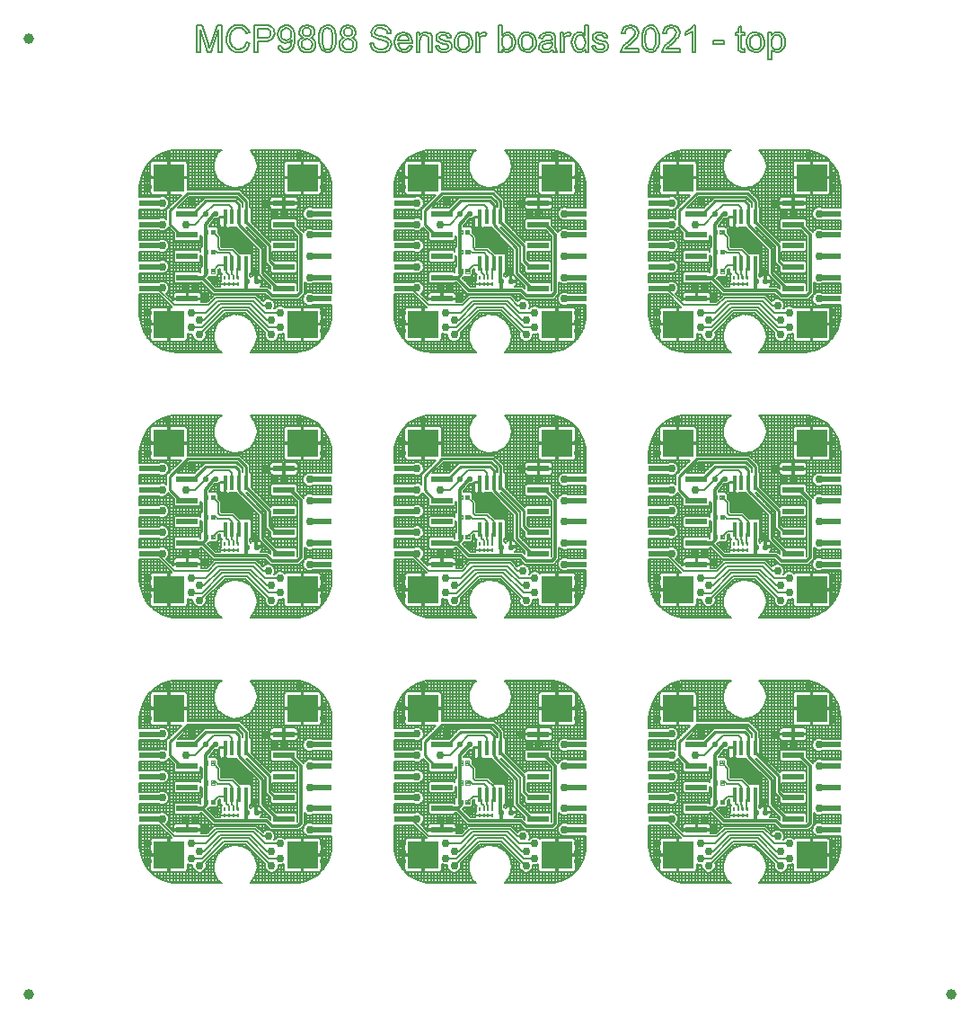
<source format=gtl>
%MOIN*%
%OFA0B0*%
%FSLAX36Y36*%
%IPPOS*%
%LPD*%
%AMOC80*
5,1,8,0,0,$1,22.5*%
%AMOC81*
5,1,8,0,0,$1,22.5*%
%AMOC80*
5,1,8,0,0,$1,22.5*%
%AMOC81*
5,1,8,0,0,$1,22.5*%
%AMOC80*
5,1,8,0,0,$1,22.5*%
%AMOC81*
5,1,8,0,0,$1,22.5*%
%AMOC80*
5,1,8,0,0,$1,22.5*%
%AMOC81*
5,1,8,0,0,$1,22.5*%
%AMOC80*
5,1,8,0,0,$1,22.5*%
%ADD10C,0.03937007874015748*%
%ADD11C,0.0078740157480314977*%
%ADD22R,0.07874015748031496X0.023622047244094488*%
%ADD23R,0.1141732283464567X0.10236220472440946*%
%ADD24R,0.017716535433070866X0.057086614173228349*%
%ADD25C,0.00984251968503937*%
%ADD26C,0.004921259842519685*%
%ADD27R,0.0078740157480314977X0.011811023622047244*%
%ADD28C,0.005905511811023622*%
%ADD29C,0.0051181102362204732*%
%ADD30C,0.029779527559055118*%
%ADD31C,0.011811023622047244*%
%ADD32R,0.07874015748031496X0.023622047244094488*%
%ADD33R,0.1141732283464567X0.10236220472440946*%
%ADD34R,0.017716535433070866X0.057086614173228349*%
%ADD35C,0.00984251968503937*%
%ADD36C,0.004921259842519685*%
%ADD37R,0.0078740157480314977X0.011811023622047244*%
%ADD38C,0.005905511811023622*%
%ADD39C,0.0051181102362204732*%
%ADD40C,0.029779527559055118*%
%ADD41C,0.011811023622047244*%
%ADD42R,0.07874015748031496X0.023622047244094488*%
%ADD43R,0.1141732283464567X0.10236220472440946*%
%ADD44R,0.017716535433070866X0.057086614173228349*%
%ADD45C,0.00984251968503937*%
%ADD46C,0.004921259842519685*%
%ADD47R,0.0078740157480314977X0.011811023622047244*%
%ADD48C,0.005905511811023622*%
%ADD49C,0.0051181102362204732*%
%ADD50C,0.029779527559055118*%
%ADD51C,0.011811023622047244*%
%ADD52R,0.07874015748031496X0.023622047244094488*%
%ADD53R,0.1141732283464567X0.10236220472440946*%
%ADD54R,0.017716535433070866X0.057086614173228349*%
%ADD55C,0.00984251968503937*%
%ADD56C,0.004921259842519685*%
%ADD57R,0.0078740157480314977X0.011811023622047244*%
%ADD58C,0.005905511811023622*%
%ADD59C,0.0051181102362204732*%
%ADD60C,0.029779527559055118*%
%ADD61C,0.011811023622047244*%
%ADD62R,0.07874015748031496X0.023622047244094488*%
%ADD63R,0.1141732283464567X0.10236220472440946*%
%ADD64R,0.017716535433070866X0.057086614173228349*%
%ADD65C,0.00984251968503937*%
%ADD66C,0.004921259842519685*%
%ADD67R,0.0078740157480314977X0.011811023622047244*%
%ADD68C,0.005905511811023622*%
%ADD69C,0.0051181102362204732*%
%ADD70C,0.029779527559055118*%
%ADD71C,0.011811023622047244*%
%ADD72R,0.07874015748031496X0.023622047244094488*%
%ADD73R,0.1141732283464567X0.10236220472440946*%
%ADD74R,0.017716535433070866X0.057086614173228349*%
%ADD75C,0.00984251968503937*%
%ADD76C,0.004921259842519685*%
%ADD77R,0.0078740157480314977X0.011811023622047244*%
%ADD78C,0.005905511811023622*%
%ADD79C,0.0051181102362204732*%
%ADD80C,0.029779527559055118*%
%ADD81C,0.011811023622047244*%
%ADD82R,0.07874015748031496X0.023622047244094488*%
%ADD83R,0.1141732283464567X0.10236220472440946*%
%ADD84R,0.017716535433070866X0.057086614173228349*%
%ADD85C,0.00984251968503937*%
%ADD86C,0.004921259842519685*%
%ADD87R,0.0078740157480314977X0.011811023622047244*%
%ADD88C,0.005905511811023622*%
%ADD89C,0.0051181102362204732*%
%ADD90C,0.029779527559055118*%
%ADD91C,0.011811023622047244*%
%ADD92R,0.07874015748031496X0.023622047244094488*%
%ADD93R,0.1141732283464567X0.10236220472440946*%
%ADD94R,0.017716535433070866X0.057086614173228349*%
%ADD95C,0.00984251968503937*%
%ADD96C,0.004921259842519685*%
%ADD97R,0.0078740157480314977X0.011811023622047244*%
%ADD98C,0.005905511811023622*%
%ADD99C,0.0051181102362204732*%
%ADD100C,0.029779527559055118*%
%ADD101C,0.011811023622047244*%
%ADD102R,0.07874015748031496X0.023622047244094488*%
%ADD103R,0.1141732283464567X0.10236220472440946*%
%ADD104R,0.017716535433070866X0.057086614173228349*%
%ADD105C,0.00984251968503937*%
%ADD106C,0.004921259842519685*%
%ADD107R,0.0078740157480314977X0.011811023622047244*%
%ADD108C,0.005905511811023622*%
%ADD109C,0.0051181102362204732*%
%ADD110C,0.029779527559055118*%
%ADD111C,0.011811023622047244*%
D10*
X000000000Y000000000D02*
X000196850Y003740157D03*
X000196850Y000196850D03*
X003622047Y000196850D03*
D11*
X000819726Y003789302D02*
X000839318Y003789302D01*
X000862599Y003719660D01*
X000865383Y003711156D01*
X000867295Y003705101D01*
X000869442Y003711726D01*
X000872528Y003720868D01*
X000896078Y003789302D01*
X000913589Y003789302D01*
X000913589Y003690944D01*
X000901043Y003690944D01*
X000901043Y003773267D01*
X000872461Y003690944D01*
X000860720Y003690944D01*
X000832273Y003774676D01*
X000832273Y003690944D01*
X000819726Y003690944D01*
X000819726Y003789302D01*
X001017784Y003722143D02*
X001012056Y003708011D01*
X001003058Y003697687D01*
X000991241Y003691372D01*
X000977058Y003689267D01*
X000962643Y003690886D01*
X000951195Y003695742D01*
X000942422Y003703667D01*
X000936032Y003714494D01*
X000932132Y003727225D01*
X000930832Y003740861D01*
X000932300Y003755244D01*
X000936703Y003767665D01*
X000943815Y003777729D01*
X000953409Y003785042D01*
X000964789Y003789494D01*
X000977260Y003790980D01*
X000990847Y003789101D01*
X001002084Y003783465D01*
X001010621Y003774425D01*
X001016107Y003762331D01*
X001003292Y003759312D01*
X000999099Y003768588D01*
X000993363Y003774945D01*
X000986016Y003778618D01*
X000976992Y003779842D01*
X000966584Y003778484D01*
X000958038Y003774408D01*
X000951555Y003768042D01*
X000947337Y003759815D01*
X000945022Y003750514D01*
X000944251Y003740929D01*
X000945165Y003729178D01*
X000947907Y003719023D01*
X000952579Y003710845D01*
X000959280Y003705033D01*
X000967314Y003701562D01*
X000975986Y003700404D01*
X000986082Y003701980D01*
X000994503Y003706711D01*
X001000860Y003714544D01*
X001004768Y003725430D01*
X001017784Y003722143D01*
X001033820Y003789302D02*
X001070922Y003789302D01*
X001079560Y003789068D01*
X001085884Y003788363D01*
X001098028Y003783767D01*
X001102447Y003779700D01*
X001105911Y003774274D01*
X001108150Y003767866D01*
X001108897Y003760855D01*
X001106901Y003749273D01*
X001100912Y003739620D01*
X001096115Y003735819D01*
X001089708Y003733104D01*
X001081690Y003731475D01*
X001072063Y003730932D01*
X001046836Y003730932D01*
X001046836Y003690944D01*
X001033820Y003690944D01*
X001033820Y003789302D01*
X001072264Y003742539D02*
X001083049Y003743712D01*
X001090178Y003747235D01*
X001094153Y003752888D01*
X001095478Y003760452D01*
X001094698Y003766181D01*
X001092358Y003771020D01*
X001088744Y003774668D01*
X001084139Y003776823D01*
X001079460Y003777477D01*
X001071995Y003777695D01*
X001046836Y003777695D01*
X001046836Y003742539D01*
X001072264Y003742539D01*
X001133989Y003714762D02*
X001136136Y003707701D01*
X001139625Y003702887D01*
X001144372Y003700119D01*
X001150293Y003699197D01*
X001160055Y003701746D01*
X001166932Y003708556D01*
X001169398Y003713563D01*
X001171427Y003720063D01*
X001173239Y003734823D01*
X001173171Y003737238D01*
X001168886Y003732014D01*
X001163275Y003727879D01*
X001156742Y003725187D01*
X001149689Y003724290D01*
X001138417Y003726504D01*
X001129024Y003733146D01*
X001122684Y003743411D01*
X001120571Y003756494D01*
X001122776Y003769997D01*
X001129393Y003780580D01*
X001139332Y003787424D01*
X001151501Y003789705D01*
X001160684Y003788413D01*
X001169045Y003784539D01*
X001176040Y003778274D01*
X001181122Y003769812D01*
X001184217Y003758113D01*
X001185248Y003742135D01*
X001184225Y003725204D01*
X001181156Y003712112D01*
X001176065Y003702275D01*
X001168978Y003695104D01*
X001160197Y003690726D01*
X001150024Y003689267D01*
X001139541Y003690869D01*
X001131171Y003695674D01*
X001125318Y003703382D01*
X001122382Y003713689D01*
X001133989Y003714762D01*
X001170446Y003766424D02*
X001166294Y003773603D01*
X001160197Y003778182D01*
X001152977Y003779707D01*
X001145445Y003778064D01*
X001138954Y003773133D01*
X001134476Y003765585D01*
X001132983Y003756092D01*
X001134400Y003747579D01*
X001138652Y003740828D01*
X001144984Y003736425D01*
X001152641Y003734957D01*
X001160281Y003736425D01*
X001166429Y003740828D01*
X001170479Y003747830D01*
X001171830Y003757097D01*
X001170446Y003766424D01*
X001209033Y003747621D02*
X001204437Y003752133D01*
X001201719Y003757735D01*
X001200814Y003764344D01*
X001202743Y003774223D01*
X001208529Y003782391D01*
X001217520Y003787877D01*
X001229060Y003789705D01*
X001240684Y003787835D01*
X001249792Y003782224D01*
X001255679Y003773930D01*
X001257641Y003764008D01*
X001256744Y003757610D01*
X001254052Y003752100D01*
X001249532Y003747612D01*
X001243149Y003744283D01*
X001251125Y003740425D01*
X001256937Y003734756D01*
X001260484Y003727544D01*
X001261667Y003719056D01*
X001259436Y003707449D01*
X001252744Y003697855D01*
X001242411Y003691414D01*
X001229261Y003689267D01*
X001216111Y003691422D01*
X001205779Y003697888D01*
X001199086Y003707575D01*
X001196855Y003719392D01*
X001198071Y003728205D01*
X001201719Y003735460D01*
X001207615Y003740902D01*
X001215574Y003744283D01*
X001209033Y003747621D01*
X001214283Y003758406D02*
X001217654Y003753341D01*
X001222820Y003750020D01*
X001229328Y003748913D01*
X001235677Y003750011D01*
X001240768Y003753307D01*
X001244114Y003758197D01*
X001245229Y003764076D01*
X001244080Y003770189D01*
X001240633Y003775247D01*
X001235476Y003778643D01*
X001229194Y003779775D01*
X001222871Y003778668D01*
X001217721Y003775347D01*
X001214299Y003770482D01*
X001213159Y003764747D01*
X001214283Y003758406D01*
X001211716Y003709328D02*
X001218996Y003701847D01*
X001224011Y003699858D01*
X001229395Y003699197D01*
X001237295Y003700589D01*
X001243686Y003704766D01*
X001247913Y003711088D01*
X001249322Y003718922D01*
X001247871Y003726889D01*
X001243518Y003733347D01*
X001236985Y003737624D01*
X001228993Y003739050D01*
X001221202Y003737641D01*
X001214870Y003733414D01*
X001210668Y003727074D01*
X001209267Y003719325D01*
X001211716Y003709328D01*
X001274304Y003755194D02*
X001276998Y003767531D01*
X001281459Y003776949D01*
X001287665Y003783935D01*
X001295658Y003788263D01*
X001305479Y003789705D01*
X001312908Y003788908D01*
X001319367Y003786518D01*
X001324818Y003782627D01*
X001329228Y003777326D01*
X001332701Y003770667D01*
X001335335Y003762700D01*
X001336995Y003752577D01*
X001337549Y003739453D01*
X001336660Y003723811D01*
X001333993Y003711508D01*
X001329557Y003702082D01*
X001323359Y003695071D01*
X001315350Y003690717D01*
X001305479Y003689267D01*
X001292780Y003691817D01*
X001283136Y003699465D01*
X001278880Y003706568D01*
X001275840Y003715601D01*
X001274015Y003726562D01*
X001273408Y003739453D01*
X001274304Y003755194D01*
X001286175Y003728355D02*
X001287238Y003719283D01*
X001289009Y003712236D01*
X001291490Y003707214D01*
X001297822Y003701201D01*
X001305479Y003699197D01*
X001313136Y003701210D01*
X001319467Y003707248D01*
X001321948Y003712280D01*
X001323719Y003719325D01*
X001324782Y003728382D01*
X001325136Y003739453D01*
X001324782Y003750577D01*
X001323719Y003759664D01*
X001321948Y003766713D01*
X001319467Y003771724D01*
X001313102Y003777712D01*
X001305344Y003779707D01*
X001297864Y003777947D01*
X001292060Y003772663D01*
X001289330Y003767216D01*
X001287380Y003759865D01*
X001286210Y003750611D01*
X001285820Y003739453D01*
X001286175Y003728355D01*
X001361870Y003747621D02*
X001357274Y003752133D01*
X001354557Y003757735D01*
X001353651Y003764344D01*
X001355580Y003774223D01*
X001361367Y003782391D01*
X001370357Y003787877D01*
X001381897Y003789705D01*
X001393521Y003787835D01*
X001402628Y003782224D01*
X001408516Y003773930D01*
X001410479Y003764008D01*
X001409581Y003757610D01*
X001406889Y003752100D01*
X001402369Y003747612D01*
X001395986Y003744283D01*
X001403962Y003740425D01*
X001409774Y003734756D01*
X001413322Y003727544D01*
X001414504Y003719056D01*
X001412274Y003707449D01*
X001405581Y003697855D01*
X001395249Y003691414D01*
X001382099Y003689267D01*
X001368948Y003691422D01*
X001358615Y003697888D01*
X001351924Y003707575D01*
X001349693Y003719392D01*
X001350909Y003728205D01*
X001354557Y003735460D01*
X001360453Y003740902D01*
X001368412Y003744283D01*
X001361870Y003747621D01*
X001367120Y003758406D02*
X001370491Y003753341D01*
X001375658Y003750020D01*
X001382166Y003748913D01*
X001388514Y003750011D01*
X001393605Y003753307D01*
X001396951Y003758197D01*
X001398067Y003764076D01*
X001396918Y003770189D01*
X001393471Y003775247D01*
X001388313Y003778643D01*
X001382032Y003779775D01*
X001375706Y003778668D01*
X001370559Y003775347D01*
X001367137Y003770482D01*
X001365996Y003764747D01*
X001367120Y003758406D01*
X001364553Y003709328D02*
X001371833Y003701847D01*
X001376849Y003699858D01*
X001382233Y003699197D01*
X001390133Y003700589D01*
X001396524Y003704766D01*
X001400750Y003711088D01*
X001402159Y003718922D01*
X001400708Y003726889D01*
X001396356Y003733347D01*
X001389823Y003737624D01*
X001381830Y003739050D01*
X001374039Y003737641D01*
X001367707Y003733414D01*
X001363505Y003727074D01*
X001362105Y003719325D01*
X001364553Y003709328D01*
X001477169Y003723619D02*
X001478620Y003716901D01*
X001481228Y003711508D01*
X001485296Y003707231D01*
X001491124Y003703860D01*
X001498253Y003701671D01*
X001506220Y003700941D01*
X001519370Y003703155D01*
X001524344Y003705780D01*
X001527858Y003709227D01*
X001529946Y003713261D01*
X001530642Y003717646D01*
X001529971Y003721983D01*
X001527958Y003725732D01*
X001524403Y003728911D01*
X001519102Y003731536D01*
X001512745Y003733506D01*
X001501591Y003736333D01*
X001490068Y003739494D01*
X001482604Y003742472D01*
X001476456Y003746606D01*
X001472104Y003751630D01*
X001469512Y003757425D01*
X001468648Y003763874D01*
X001469705Y003771078D01*
X001472875Y003777796D01*
X001478075Y003783491D01*
X001485220Y003787625D01*
X001493791Y003790140D01*
X001503268Y003790980D01*
X001513559Y003790099D01*
X001522557Y003787456D01*
X001529946Y003783105D01*
X001535406Y003777092D01*
X001538861Y003769794D01*
X001540236Y003761593D01*
X001527757Y003760654D01*
X001525551Y003768839D01*
X001520947Y003774743D01*
X001513760Y003778315D01*
X001503805Y003779507D01*
X001493599Y003778425D01*
X001486596Y003775179D01*
X001482545Y003770407D01*
X001481195Y003764747D01*
X001482151Y003759916D01*
X001485019Y003756024D01*
X001487655Y003754303D01*
X001491804Y003752561D01*
X001497467Y003750797D01*
X001504644Y003749013D01*
X001518020Y003745650D01*
X001526415Y003742740D01*
X001533878Y003738253D01*
X001539096Y003732710D01*
X001542165Y003726177D01*
X001543189Y003718720D01*
X001542065Y003711097D01*
X001538693Y003703927D01*
X001533217Y003697754D01*
X001525778Y003693125D01*
X001516829Y003690232D01*
X001506824Y003689267D01*
X001494555Y003690240D01*
X001484449Y003693158D01*
X001476398Y003698031D01*
X001470292Y003704866D01*
X001466376Y003713194D01*
X001464891Y003722545D01*
X001477169Y003723619D01*
X001620681Y003712347D02*
X001616471Y003702635D01*
X001609745Y003695373D01*
X001600654Y003690843D01*
X001589348Y003689334D01*
X001575334Y003691741D01*
X001564558Y003698962D01*
X001557689Y003710527D01*
X001555399Y003725967D01*
X001557713Y003741935D01*
X001564658Y003753877D01*
X001575292Y003761325D01*
X001588677Y003763807D01*
X001601660Y003761374D01*
X001612026Y003754079D01*
X001618819Y003742371D01*
X001621082Y003726705D01*
X001621016Y003723484D01*
X001567879Y003723484D01*
X001569875Y003713119D01*
X001574521Y003705504D01*
X001581230Y003700824D01*
X001589415Y003699264D01*
X001595571Y003700136D01*
X001600754Y003702752D01*
X001604964Y003707281D01*
X001608201Y003713890D01*
X001620681Y003712347D01*
X001608336Y003733414D02*
X001606793Y003741281D01*
X001603773Y003746900D01*
X001597148Y003752133D01*
X001588812Y003753877D01*
X001581155Y003752485D01*
X001574823Y003748309D01*
X001570420Y003741801D01*
X001568550Y003733414D01*
X001608336Y003733414D01*
X001635844Y003762197D02*
X001646713Y003762197D01*
X001646713Y003752066D01*
X001651074Y003757203D01*
X001656307Y003760872D01*
X001662412Y003763073D01*
X001669390Y003763807D01*
X001681232Y003761493D01*
X001685954Y003758817D01*
X001689317Y003755421D01*
X001693074Y003746497D01*
X001693577Y003741885D01*
X001693744Y003734756D01*
X001693744Y003690944D01*
X001681668Y003690944D01*
X001681668Y003734286D01*
X001681316Y003740736D01*
X001680259Y003745323D01*
X001675261Y003751159D01*
X001666841Y003753341D01*
X001659652Y003752116D01*
X001653523Y003748443D01*
X001649321Y003741348D01*
X001647920Y003729858D01*
X001647920Y003690944D01*
X001635844Y003690944D01*
X001635844Y003762197D01*
X001719374Y003714091D02*
X001721278Y003707751D01*
X001724977Y003703088D01*
X001730487Y003700220D01*
X001737825Y003699264D01*
X001745071Y003700111D01*
X001750170Y003702652D01*
X001753189Y003706334D01*
X001754195Y003710603D01*
X001753307Y003714259D01*
X001750640Y003717043D01*
X001746312Y003718872D01*
X001738294Y003721136D01*
X001727048Y003724264D01*
X001719877Y003726939D01*
X001712095Y003733716D01*
X001710107Y003738270D01*
X001709445Y003743277D01*
X001711625Y003752100D01*
X001717563Y003758842D01*
X001725245Y003762365D01*
X001735678Y003763807D01*
X001750404Y003761392D01*
X001755915Y003758549D01*
X001759764Y003754850D01*
X001762314Y003750028D01*
X001763924Y003743814D01*
X001752116Y003742203D01*
X001750547Y003747101D01*
X001747453Y003750791D01*
X001742798Y003753106D01*
X001736550Y003753877D01*
X001729421Y003753190D01*
X001724675Y003751127D01*
X001722008Y003748141D01*
X001721119Y003744686D01*
X001722594Y003740459D01*
X001727223Y003737238D01*
X001730797Y003736131D01*
X001737892Y003734152D01*
X001748769Y003731041D01*
X001755772Y003728550D01*
X001763723Y003722210D01*
X001765886Y003717547D01*
X001766608Y003711877D01*
X001765727Y003706015D01*
X001763085Y003700505D01*
X001758783Y003695775D01*
X001752921Y003692253D01*
X001745842Y003690064D01*
X001737892Y003689334D01*
X001725656Y003690777D01*
X001716724Y003695104D01*
X001710759Y003702266D01*
X001707432Y003712213D01*
X001719374Y003714091D01*
X001777158Y003735825D02*
X001779220Y003743796D01*
X001782660Y003750485D01*
X001787474Y003755890D01*
X001797672Y003761828D01*
X001809881Y003763807D01*
X001823234Y003761400D01*
X001833902Y003754179D01*
X001840896Y003742715D01*
X001843228Y003727577D01*
X001842196Y003715291D01*
X001839101Y003705940D01*
X001834036Y003698936D01*
X001827092Y003693695D01*
X001818848Y003690424D01*
X001809881Y003689334D01*
X001796355Y003691733D01*
X001785695Y003698928D01*
X001778777Y003710636D01*
X001776470Y003726571D01*
X001777158Y003735825D01*
X001790375Y003714603D02*
X001794854Y003706074D01*
X001801597Y003700966D01*
X001809881Y003699264D01*
X001818118Y003700974D01*
X001824844Y003706107D01*
X001829323Y003714746D01*
X001830816Y003726972D01*
X001829314Y003738589D01*
X001824811Y003746999D01*
X001818076Y003752108D01*
X001809881Y003753810D01*
X001801597Y003752116D01*
X001794854Y003747034D01*
X001790375Y003738530D01*
X001788882Y003726571D01*
X001790375Y003714603D01*
X001857250Y003762197D02*
X001868118Y003762197D01*
X001868118Y003751395D01*
X001872120Y003757685D01*
X001875801Y003761392D01*
X001883549Y003763807D01*
X001889706Y003762834D01*
X001895962Y003759916D01*
X001891803Y003748711D01*
X001887375Y003750674D01*
X001882947Y003751328D01*
X001875834Y003748946D01*
X001871340Y003742337D01*
X001869327Y003728248D01*
X001869327Y003690944D01*
X001857250Y003690944D01*
X001857250Y003762197D01*
X001941250Y003690944D02*
X001941250Y003789302D01*
X001953327Y003789302D01*
X001953327Y003754213D01*
X001962032Y003761409D01*
X001972851Y003763807D01*
X001979250Y003763145D01*
X001985297Y003761157D01*
X001994958Y003753709D01*
X002000896Y003742135D01*
X002003043Y003727644D01*
X002000778Y003711408D01*
X001993985Y003699331D01*
X001984021Y003691833D01*
X001972247Y003689334D01*
X001966280Y003689993D01*
X001960992Y003691968D01*
X001956384Y003695259D01*
X001952455Y003699868D01*
X001952455Y003690944D01*
X001941250Y003690944D01*
X001953193Y003716071D02*
X001955809Y003708590D01*
X001962519Y003701595D01*
X001971241Y003699264D01*
X001978621Y003700983D01*
X001984928Y003706140D01*
X001989255Y003714704D01*
X001990698Y003726638D01*
X001989314Y003738765D01*
X001985163Y003747235D01*
X001979049Y003752217D01*
X001971778Y003753877D01*
X001964397Y003752158D01*
X001958091Y003746999D01*
X001953763Y003738589D01*
X001952321Y003727107D01*
X001953193Y003716071D01*
X002013929Y003735825D02*
X002015991Y003743796D01*
X002019429Y003750485D01*
X002024244Y003755890D01*
X002034441Y003761828D01*
X002046653Y003763807D01*
X002060004Y003761400D01*
X002070672Y003754179D01*
X002077667Y003742715D01*
X002079997Y003727577D01*
X002078967Y003715291D01*
X002075872Y003705940D01*
X002070806Y003698936D01*
X002063861Y003693695D01*
X002055618Y003690424D01*
X002046653Y003689334D01*
X002033126Y003691733D01*
X002022466Y003698928D01*
X002015547Y003710636D01*
X002013240Y003726571D01*
X002013929Y003735825D01*
X002027146Y003714603D02*
X002031623Y003706074D01*
X002038367Y003700966D01*
X002046653Y003699264D01*
X002054889Y003700974D01*
X002061615Y003706107D01*
X002066093Y003714746D01*
X002067586Y003726972D01*
X002066085Y003738589D01*
X002061581Y003746999D01*
X002054847Y003752108D01*
X002046653Y003753810D01*
X002038367Y003752116D01*
X002031623Y003747034D01*
X002027146Y003738530D01*
X002025653Y003726571D01*
X002027146Y003714603D01*
X002134067Y003694869D02*
X002127735Y003691681D01*
X002114417Y003689334D01*
X002104034Y003690768D01*
X002096369Y003695071D01*
X002091638Y003701604D01*
X002090062Y003709730D01*
X002092444Y003719291D01*
X002098684Y003726235D01*
X002107372Y003730194D01*
X002111834Y003731116D01*
X002118107Y003732005D01*
X002130804Y003733917D01*
X002139644Y003736165D01*
X002139711Y003739318D01*
X002138856Y003745607D01*
X002136289Y003749718D01*
X002130536Y003752787D01*
X002122535Y003753810D01*
X002115130Y003753064D01*
X002109955Y003750825D01*
X002106425Y003746690D01*
X002103950Y003740258D01*
X002092142Y003741868D01*
X002094272Y003748720D01*
X002097442Y003754112D01*
X002101954Y003758239D01*
X002108110Y003761291D01*
X002124280Y003763807D01*
X002132549Y003763270D01*
X002139107Y003761660D01*
X002144055Y003759237D01*
X002147494Y003756259D01*
X002151251Y003748040D01*
X002151704Y003743712D01*
X002151855Y003736903D01*
X002151855Y003720801D01*
X002151903Y003713154D01*
X002152048Y003707055D01*
X002152289Y003702503D01*
X002152626Y003699499D01*
X002155679Y003690944D01*
X002143066Y003690944D01*
X002140650Y003699734D01*
X002134067Y003694869D01*
X002131425Y003724222D02*
X002119919Y003722143D01*
X002113562Y003721001D01*
X002109385Y003719727D01*
X002104621Y003715802D01*
X002102944Y003710066D01*
X002103858Y003705638D01*
X002106601Y003702015D01*
X002111104Y003699599D01*
X002117302Y003698794D01*
X002123894Y003699556D01*
X002129714Y003701847D01*
X002134427Y003705462D01*
X002137698Y003710199D01*
X002139157Y003715266D01*
X002139644Y003722277D01*
X002139644Y003726705D01*
X002131425Y003724222D01*
X002170439Y003762197D02*
X002181309Y003762197D01*
X002181309Y003751395D01*
X002185309Y003757685D01*
X002188991Y003761392D01*
X002196740Y003763807D01*
X002202896Y003762834D01*
X002209152Y003759916D01*
X002204992Y003748711D01*
X002200564Y003750674D01*
X002196136Y003751328D01*
X002189024Y003748946D01*
X002184529Y003742337D01*
X002182516Y003728248D01*
X002182516Y003690944D01*
X002170439Y003690944D01*
X002170439Y003762197D01*
X002262558Y003699935D02*
X002258771Y003695297D01*
X002254188Y003691983D01*
X002248808Y003689997D01*
X002242631Y003689334D01*
X002234454Y003690508D01*
X002226965Y003694031D01*
X002220625Y003699658D01*
X002215895Y003707147D01*
X002212951Y003716196D01*
X002211970Y003726504D01*
X002212859Y003736677D01*
X002215526Y003745860D01*
X002219971Y003753534D01*
X002226194Y003759178D01*
X002233725Y003762650D01*
X002242095Y003763807D01*
X002248183Y003763128D01*
X002253567Y003761090D01*
X002261753Y003754011D01*
X002261753Y003789302D01*
X002273762Y003789302D01*
X002273762Y003690944D01*
X002262558Y003690944D01*
X002262558Y003699935D01*
X002225825Y003714544D02*
X002230152Y003706039D01*
X002236442Y003700958D01*
X002243772Y003699264D01*
X002251093Y003700883D01*
X002257224Y003705738D01*
X002261375Y003713915D01*
X002262759Y003725497D01*
X002261350Y003738178D01*
X002257123Y003746967D01*
X002250833Y003752100D01*
X002243235Y003753810D01*
X002235847Y003752167D01*
X002229783Y003747235D01*
X002225732Y003738765D01*
X002224382Y003726504D01*
X002225825Y003714544D01*
X002299862Y003714091D02*
X002301765Y003707751D01*
X002305464Y003703088D01*
X002310974Y003700220D01*
X002318312Y003699264D01*
X002325558Y003700111D01*
X002330657Y003702652D01*
X002333676Y003706334D01*
X002334683Y003710603D01*
X002333794Y003714259D01*
X002331127Y003717043D01*
X002326799Y003718872D01*
X002318782Y003721136D01*
X002307535Y003724264D01*
X002300365Y003726939D01*
X002292582Y003733716D01*
X002290594Y003738270D01*
X002289932Y003743277D01*
X002292112Y003752100D01*
X002298050Y003758842D01*
X002305732Y003762365D01*
X002316165Y003763807D01*
X002330892Y003761392D01*
X002336402Y003758549D01*
X002340251Y003754850D01*
X002342801Y003750028D01*
X002344411Y003743814D01*
X002332603Y003742203D01*
X002331035Y003747101D01*
X002327940Y003750791D01*
X002323285Y003753106D01*
X002317037Y003753877D01*
X002309909Y003753190D01*
X002305162Y003751127D01*
X002302495Y003748141D01*
X002301606Y003744686D01*
X002303082Y003740459D01*
X002307711Y003737238D01*
X002311284Y003736131D01*
X002318379Y003734152D01*
X002329257Y003731041D01*
X002336259Y003728550D01*
X002344210Y003722210D01*
X002346374Y003717547D01*
X002347095Y003711877D01*
X002346214Y003706015D01*
X002343573Y003700505D01*
X002339270Y003695775D01*
X002333408Y003692253D01*
X002326330Y003690064D01*
X002318379Y003689334D01*
X002306143Y003690777D01*
X002297211Y003695104D01*
X002291249Y003702266D01*
X002287919Y003712213D01*
X002299862Y003714091D01*
X002459744Y003690944D02*
X002394731Y003690944D01*
X002396140Y003699331D01*
X002399369Y003705922D01*
X002404090Y003712414D01*
X002410774Y003719358D01*
X002419891Y003727309D01*
X002427258Y003733542D01*
X002433326Y003739091D01*
X002438094Y003743958D01*
X002441562Y003748141D01*
X002445788Y003755613D01*
X002447197Y003762667D01*
X002445914Y003769284D01*
X002442065Y003774777D01*
X002436152Y003778474D01*
X002428680Y003779707D01*
X002420830Y003778400D01*
X002414724Y003774475D01*
X002410783Y003768235D01*
X002409424Y003759982D01*
X002397012Y003761258D01*
X002400048Y003773493D01*
X002406606Y003782425D01*
X002416352Y003787885D01*
X002428948Y003789705D01*
X002441629Y003787743D01*
X002451357Y003781855D01*
X002457547Y003773065D01*
X002459610Y003762398D01*
X002457194Y003750791D01*
X002453982Y003744937D01*
X002449177Y003738782D01*
X002441721Y003731301D01*
X002430558Y003721472D01*
X002421635Y003713815D01*
X002416603Y003709093D01*
X002411504Y003702551D01*
X002459744Y003702551D01*
X002459744Y003690944D01*
X002473590Y003755194D02*
X002476282Y003767531D01*
X002480744Y003776949D01*
X002486950Y003783935D01*
X002494942Y003788263D01*
X002504763Y003789705D01*
X002512194Y003788908D01*
X002518651Y003786518D01*
X002524103Y003782627D01*
X002528514Y003777326D01*
X002531986Y003770667D01*
X002534618Y003762700D01*
X002536279Y003752577D01*
X002536833Y003739453D01*
X002535944Y003723811D01*
X002533278Y003711508D01*
X002528841Y003702082D01*
X002522643Y003695071D01*
X002514634Y003690717D01*
X002504763Y003689267D01*
X002492066Y003691817D01*
X002482421Y003699465D01*
X002478165Y003706568D01*
X002475125Y003715601D01*
X002473301Y003726562D01*
X002472693Y003739453D01*
X002473590Y003755194D01*
X002485459Y003728355D02*
X002486522Y003719283D01*
X002488294Y003712236D01*
X002490774Y003707214D01*
X002497106Y003701201D01*
X002504763Y003699197D01*
X002512420Y003701210D01*
X002518752Y003707248D01*
X002521232Y003712280D01*
X002523004Y003719325D01*
X002524067Y003728382D01*
X002524421Y003739453D01*
X002524067Y003750577D01*
X002523004Y003759664D01*
X002521232Y003766713D01*
X002518752Y003771724D01*
X002512387Y003777712D01*
X002504629Y003779707D01*
X002497148Y003777947D01*
X002491345Y003772663D01*
X002488615Y003767216D01*
X002486665Y003759865D01*
X002485495Y003750611D01*
X002485105Y003739453D01*
X002485459Y003728355D01*
X002612581Y003690944D02*
X002547568Y003690944D01*
X002548976Y003699331D01*
X002552206Y003705922D01*
X002556928Y003712414D01*
X002563612Y003719358D01*
X002572728Y003727309D01*
X002580096Y003733542D01*
X002586163Y003739091D01*
X002590931Y003743958D01*
X002594398Y003748141D01*
X002598626Y003755613D01*
X002600034Y003762667D01*
X002598752Y003769284D01*
X002594902Y003774777D01*
X002588990Y003778474D01*
X002581517Y003779707D01*
X002573667Y003778400D01*
X002567562Y003774475D01*
X002563620Y003768235D01*
X002562262Y003759982D01*
X002549849Y003761258D01*
X002552885Y003773493D01*
X002559444Y003782425D01*
X002569189Y003787885D01*
X002581785Y003789705D01*
X002594466Y003787743D01*
X002604195Y003781855D01*
X002610384Y003773065D01*
X002612447Y003762398D01*
X002610032Y003750791D01*
X002606820Y003744937D01*
X002602014Y003738782D01*
X002594557Y003731301D01*
X002583396Y003721472D01*
X002574473Y003713815D01*
X002569441Y003709093D01*
X002564342Y003702551D01*
X002612581Y003702551D01*
X002612581Y003690944D01*
X002658942Y003690944D02*
X002658942Y003767900D01*
X002653902Y003763739D01*
X002647503Y003759580D01*
X002634789Y003753341D01*
X002634789Y003765015D01*
X002652502Y003776555D01*
X002658976Y003783231D01*
X002663236Y003789705D01*
X002671019Y003789705D01*
X002671019Y003690944D01*
X002658942Y003690944D01*
X002738783Y003732609D02*
X002775885Y003732609D01*
X002775885Y003720465D01*
X002738783Y003720465D01*
X002738783Y003732609D01*
X002855524Y003691079D02*
X002846400Y003690005D01*
X002840563Y003690525D01*
X002836202Y003692085D01*
X002831103Y003697553D01*
X002829996Y003702811D01*
X002829627Y003711810D01*
X002829627Y003752804D01*
X002820769Y003752804D01*
X002820769Y003762197D01*
X002829627Y003762197D01*
X002829627Y003779842D01*
X002841636Y003787088D01*
X002841636Y003762197D01*
X002853780Y003762197D01*
X002853780Y003752804D01*
X002841636Y003752804D01*
X002841636Y003711139D01*
X002841796Y003706896D01*
X002842274Y003704497D01*
X002844354Y003702149D01*
X002848480Y003701276D01*
X002853780Y003701746D01*
X002855524Y003691079D01*
X002861781Y003735825D02*
X002863844Y003743796D01*
X002867282Y003750485D01*
X002872096Y003755890D01*
X002882295Y003761828D01*
X002894505Y003763807D01*
X002907857Y003761400D01*
X002918525Y003754179D01*
X002925519Y003742715D01*
X002927851Y003727577D01*
X002926819Y003715291D01*
X002923724Y003705940D01*
X002918659Y003698936D01*
X002911715Y003693695D01*
X002903471Y003690424D01*
X002894505Y003689334D01*
X002880977Y003691733D01*
X002870318Y003698928D01*
X002863399Y003710636D01*
X002861093Y003726571D01*
X002861781Y003735825D01*
X002874998Y003714603D02*
X002879477Y003706074D01*
X002886218Y003700966D01*
X002894505Y003699264D01*
X002902740Y003700974D01*
X002909467Y003706107D01*
X002913945Y003714746D01*
X002915438Y003726972D01*
X002913937Y003738589D01*
X002909434Y003746999D01*
X002902699Y003752108D01*
X002894505Y003753810D01*
X002886218Y003752116D01*
X002879477Y003747034D01*
X002874998Y003738530D01*
X002873505Y003726571D01*
X002874998Y003714603D01*
X002942007Y003762197D02*
X002953010Y003762197D01*
X002953010Y003752937D01*
X002957153Y003757693D01*
X002961800Y003761090D01*
X002967217Y003763128D01*
X002973675Y003763807D01*
X002982263Y003762633D01*
X002989777Y003759111D01*
X002995899Y003753450D01*
X003000310Y003745860D01*
X003002978Y003736895D01*
X003003867Y003727107D01*
X003002885Y003716716D01*
X002999942Y003707416D01*
X002995128Y003699683D01*
X002988536Y003693997D01*
X002980862Y003690500D01*
X002972803Y003689334D01*
X002961967Y003691884D01*
X002954084Y003698325D01*
X002954084Y003663638D01*
X002942007Y003663638D01*
X002942007Y003762197D01*
X002954335Y003714209D02*
X002958512Y003705839D01*
X002964668Y003700908D01*
X002971998Y003699264D01*
X002979470Y003700966D01*
X002985785Y003706074D01*
X002990088Y003714754D01*
X002991522Y003727175D01*
X002990121Y003739083D01*
X002985919Y003747571D01*
X002979772Y003752653D01*
X002972534Y003754347D01*
X002965263Y003752544D01*
X002958881Y003747135D01*
X002954428Y003738287D01*
X002952943Y003726167D01*
X002954335Y003714209D01*
G04 next file*
G04 EAGLE Gerber RS-274X export*
G75*
G01*
G36*
X001020228Y000971311D02*
X001020228Y000971311D01*
X001020503Y000971318D01*
X001020901Y000971421D01*
X001021307Y000971488D01*
X001021559Y000971594D01*
X001021818Y000971661D01*
X001022185Y000971850D01*
X001022562Y000972011D01*
X001022783Y000972169D01*
X001023023Y000972299D01*
X001023334Y000972566D01*
X001023665Y000972807D01*
X001023842Y000973011D01*
X001024051Y000973188D01*
X001024291Y000973523D01*
X001024559Y000973830D01*
X001024685Y000974074D01*
X001024846Y000974299D01*
X001025000Y000974673D01*
X001025192Y000975035D01*
X001025259Y000975303D01*
X001025366Y000975555D01*
X001025429Y000975960D01*
X001025531Y000976358D01*
X001025559Y000976767D01*
X001025578Y000976897D01*
X001025570Y000976988D01*
X001025586Y000977165D01*
X001025586Y001015413D01*
X001025519Y001015956D01*
X001025484Y001016503D01*
X001025444Y001016629D01*
X001025429Y001016763D01*
X001025244Y001017279D01*
X001025082Y001017807D01*
X001025011Y001017921D01*
X001024964Y001018047D01*
X001024669Y001018500D01*
X001024389Y001018972D01*
X001024271Y001019110D01*
X001024224Y001019185D01*
X001024129Y001019275D01*
X001023858Y001019586D01*
X000971358Y001072086D01*
X000970929Y001072429D01*
X000970511Y001072787D01*
X000970393Y001072850D01*
X000970291Y001072933D01*
X000969795Y001073165D01*
X000969307Y001073421D01*
X000969181Y001073452D01*
X000969059Y001073511D01*
X000968523Y001073622D01*
X000967992Y001073759D01*
X000967811Y001073771D01*
X000967728Y001073791D01*
X000967594Y001073787D01*
X000967181Y001073814D01*
X000942984Y001073814D01*
X000942527Y001073763D01*
X000942070Y001073744D01*
X000941850Y001073685D01*
X000941629Y001073657D01*
X000941200Y001073503D01*
X000940755Y001073381D01*
X000940468Y001073240D01*
X000940350Y001073196D01*
X000940255Y001073133D01*
X000940031Y001073023D01*
X000938901Y001072370D01*
X000936358Y001071688D01*
X000932082Y001071688D01*
X000932082Y001082677D01*
X000932066Y001082814D01*
X000932074Y001082956D01*
X000931988Y001083492D01*
X000931929Y001084027D01*
X000931877Y001084161D01*
X000931858Y001084299D01*
X000931645Y001084799D01*
X000931460Y001085311D01*
X000931389Y001085425D01*
X000931334Y001085555D01*
X000931019Y001085996D01*
X000930720Y001086448D01*
X000930622Y001086547D01*
X000930539Y001086657D01*
X000930129Y001087015D01*
X000929732Y001087389D01*
X000929614Y001087460D01*
X000929511Y001087551D01*
X000929027Y001087803D01*
X000928562Y001088078D01*
X000928429Y001088118D01*
X000928307Y001088185D01*
X000927779Y001088318D01*
X000927263Y001088480D01*
X000927122Y001088488D01*
X000926988Y001088523D01*
X000926181Y001088578D01*
X000926043Y001088562D01*
X000925905Y001088574D01*
X000925897Y001088574D01*
X000925366Y001088484D01*
X000924826Y001088421D01*
X000924692Y001088374D01*
X000924559Y001088354D01*
X000924059Y001088145D01*
X000923547Y001087960D01*
X000923429Y001087885D01*
X000923303Y001087830D01*
X000922862Y001087511D01*
X000922409Y001087216D01*
X000922311Y001087114D01*
X000922196Y001087035D01*
X000921842Y001086625D01*
X000921468Y001086232D01*
X000921397Y001086110D01*
X000921307Y001086007D01*
X000921055Y001085523D01*
X000920779Y001085059D01*
X000920740Y001084925D01*
X000920673Y001084799D01*
X000920539Y001084275D01*
X000920377Y001083755D01*
X000920362Y001083618D01*
X000920334Y001083484D01*
X000920279Y001082677D01*
X000920279Y001071688D01*
X000916003Y001071688D01*
X000913460Y001072370D01*
X000912401Y001072984D01*
X000912106Y001073110D01*
X000911830Y001073275D01*
X000911480Y001073381D01*
X000911149Y001073523D01*
X000910830Y001073582D01*
X000910527Y001073677D01*
X000910165Y001073700D01*
X000909811Y001073763D01*
X000909492Y001073748D01*
X000909169Y001073767D01*
X000908814Y001073708D01*
X000908452Y001073688D01*
X000908141Y001073598D01*
X000907822Y001073547D01*
X000907492Y001073409D01*
X000907145Y001073307D01*
X000906862Y001073149D01*
X000906566Y001073027D01*
X000906271Y001072814D01*
X000905960Y001072633D01*
X000905724Y001072417D01*
X000905468Y001072228D01*
X000905228Y001071956D01*
X000904964Y001071708D01*
X000904783Y001071444D01*
X000904574Y001071200D01*
X000904401Y001070881D01*
X000904204Y001070578D01*
X000904090Y001070279D01*
X000903940Y001069996D01*
X000903850Y001069645D01*
X000903724Y001069307D01*
X000903677Y001068988D01*
X000903602Y001068677D01*
X000903559Y001068039D01*
X000903547Y001067956D01*
X000903551Y001067925D01*
X000903547Y001067874D01*
X000903547Y001045244D01*
X000903610Y001044700D01*
X000903649Y001044149D01*
X000903688Y001044023D01*
X000903704Y001043893D01*
X000903889Y001043377D01*
X000904051Y001042850D01*
X000904122Y001042736D01*
X000904165Y001042610D01*
X000904460Y001042153D01*
X000904744Y001041681D01*
X000904862Y001041543D01*
X000904909Y001041472D01*
X000905000Y001041381D01*
X000905275Y001041070D01*
X000908744Y001037602D01*
X000908744Y001002834D01*
X000908759Y001002696D01*
X000908748Y001002555D01*
X000908834Y001002019D01*
X000908901Y001001484D01*
X000908948Y001001350D01*
X000908968Y001001208D01*
X000909177Y001000712D01*
X000909362Y001000196D01*
X000909437Y001000086D01*
X000909492Y000999952D01*
X000909811Y000999515D01*
X000910106Y000999062D01*
X000910208Y000998964D01*
X000910283Y000998854D01*
X000910696Y000998496D01*
X000911090Y000998122D01*
X000911212Y000998051D01*
X000911311Y000997956D01*
X000911799Y000997708D01*
X000912263Y000997433D01*
X000912397Y000997393D01*
X000912523Y000997326D01*
X000913047Y000997188D01*
X000913566Y000997031D01*
X000913704Y000997023D01*
X000913838Y000996988D01*
X000914645Y000996933D01*
X000957232Y000996933D01*
X000979003Y000975153D01*
X000979437Y000974814D01*
X000979846Y000974456D01*
X000979964Y000974393D01*
X000980074Y000974311D01*
X000980570Y000974074D01*
X000981059Y000973822D01*
X000981185Y000973787D01*
X000981307Y000973728D01*
X000981842Y000973622D01*
X000982374Y000973484D01*
X000982551Y000973472D01*
X000982637Y000973452D01*
X000982771Y000973456D01*
X000983181Y000973425D01*
X001015070Y000973425D01*
X001015511Y000972992D01*
X001015834Y000972736D01*
X001016129Y000972452D01*
X001016366Y000972314D01*
X001016578Y000972145D01*
X001016948Y000971972D01*
X001017303Y000971763D01*
X001017562Y000971681D01*
X001017811Y000971562D01*
X001018212Y000971484D01*
X001018602Y000971362D01*
X001018877Y000971342D01*
X001019141Y000971287D01*
X001019551Y000971295D01*
X001019964Y000971267D01*
X001020228Y000971311D01*
G37*
D22*
X000647637Y001161417D03*
X000785433Y001122047D03*
X000647637Y001082677D03*
X000785433Y001043307D03*
X000647637Y001003937D03*
X000785433Y000964566D03*
X000647637Y000925196D03*
X000785433Y000885826D03*
X000647637Y000846456D03*
X000785433Y000807086D03*
D23*
X000716535Y001255905D03*
X000716535Y000712598D03*
D24*
X001002952Y001110236D03*
X000977362Y001110236D03*
X000951771Y001110236D03*
X000926181Y001110236D03*
X000926181Y000937007D03*
X000951771Y000937007D03*
X000977362Y000937007D03*
X001002952Y000937007D03*
D25*
X000856397Y001119488D02*
X000846555Y001119488D01*
X000846555Y001129330D01*
X000856397Y001129330D01*
X000856397Y001119488D01*
X000856397Y001128838D02*
X000846555Y001128838D01*
X000882972Y001119488D02*
X000892814Y001119488D01*
X000882972Y001119488D02*
X000882972Y001129330D01*
X000892814Y001129330D01*
X000892814Y001119488D01*
X000892814Y001128838D02*
X000882972Y001128838D01*
X000999311Y000867125D02*
X001009153Y000867125D01*
X000999311Y000867125D02*
X000999311Y000876968D01*
X001009153Y000876968D01*
X001009153Y000867125D01*
X001009153Y000876476D02*
X000999311Y000876476D01*
X001035728Y000867125D02*
X001045570Y000867125D01*
X001035728Y000867125D02*
X001035728Y000876968D01*
X001045570Y000876968D01*
X001045570Y000867125D01*
X001045570Y000876476D02*
X001035728Y000876476D01*
D22*
X001281496Y000807086D03*
X001143700Y000846456D03*
X001281496Y000885826D03*
X001143700Y000925196D03*
X001281496Y000964566D03*
X001143700Y001003937D03*
X001281496Y001043307D03*
X001143700Y001082677D03*
X001281496Y001122047D03*
X001143700Y001161417D03*
D23*
X001212598Y000712598D03*
X001212598Y001255905D03*
D26*
X000886964Y001062893D02*
X000872200Y001062893D01*
X000886964Y001062893D02*
X000886964Y001048129D01*
X000872200Y001048129D01*
X000872200Y001062893D01*
X000872200Y001052803D02*
X000886964Y001052803D01*
X000886964Y001057476D02*
X000872200Y001057476D01*
X000872200Y001062149D02*
X000886964Y001062149D01*
X000860870Y001062893D02*
X000846106Y001062893D01*
X000860870Y001062893D02*
X000860870Y001048129D01*
X000846106Y001048129D01*
X000846106Y001062893D01*
X000846106Y001052803D02*
X000860870Y001052803D01*
X000860870Y001057476D02*
X000846106Y001057476D01*
X000846106Y001062149D02*
X000860870Y001062149D01*
X000872590Y000989665D02*
X000887354Y000989665D01*
X000887354Y000974901D01*
X000872590Y000974901D01*
X000872590Y000989665D01*
X000872590Y000979574D02*
X000887354Y000979574D01*
X000887354Y000984248D02*
X000872590Y000984248D01*
X000872590Y000988921D02*
X000887354Y000988921D01*
X000861263Y000989665D02*
X000846500Y000989665D01*
X000861263Y000989665D02*
X000861263Y000974901D01*
X000846500Y000974901D01*
X000846500Y000989665D01*
X000846500Y000979574D02*
X000861263Y000979574D01*
X000861263Y000984248D02*
X000846500Y000984248D01*
X000846500Y000988921D02*
X000861263Y000988921D01*
X000872590Y000916830D02*
X000887354Y000916830D01*
X000887354Y000902066D01*
X000872590Y000902066D01*
X000872590Y000916830D01*
X000872590Y000906736D02*
X000887354Y000906736D01*
X000887354Y000911413D02*
X000872590Y000911413D01*
X000872590Y000916086D02*
X000887354Y000916086D01*
X000861263Y000916830D02*
X000846500Y000916830D01*
X000861263Y000916830D02*
X000861263Y000902066D01*
X000846500Y000902066D01*
X000846500Y000916830D01*
X000846500Y000906736D02*
X000861263Y000906736D01*
X000861263Y000911413D02*
X000846500Y000911413D01*
X000846500Y000916086D02*
X000861263Y000916086D01*
D27*
X000925196Y000860236D03*
X000940944Y000860236D03*
X000956692Y000860236D03*
X000972440Y000860236D03*
X000972440Y000883858D03*
X000956692Y000883858D03*
X000940944Y000883858D03*
X000925196Y000883858D03*
D28*
X000879972Y000909448D02*
X000900842Y000930314D01*
X000919488Y000930314D02*
X000926181Y000937007D01*
X000919488Y000930314D02*
X000900842Y000930314D01*
X000932086Y000917716D02*
X000932086Y000903980D01*
X000932086Y000917716D02*
X000919488Y000930314D01*
X000940944Y000895122D02*
X000940944Y000883858D01*
X000940944Y000895122D02*
X000932086Y000903980D01*
X000952165Y000937401D02*
X000952165Y000966492D01*
X000952165Y000937401D02*
X000951771Y000937007D01*
X000952165Y000966492D02*
X000941885Y000976771D01*
X000898031Y000976771D01*
X000892519Y000982283D01*
X000879972Y000982283D01*
X000955708Y000884842D02*
X000956692Y000883858D01*
X000951771Y000899716D02*
X000951771Y000937007D01*
X000955708Y000895779D02*
X000955708Y000884842D01*
X000955708Y000895779D02*
X000951771Y000899716D01*
X000977362Y000937007D02*
X000977362Y000965551D01*
X000953937Y000988972D02*
X000908657Y000988972D01*
X000900787Y000996850D01*
X000900787Y001034307D02*
X000879582Y001055511D01*
X000953937Y000988972D02*
X000977362Y000965551D01*
X000900787Y000996850D02*
X000900787Y001034307D01*
X000971653Y000884645D02*
X000972440Y000883858D01*
X000971653Y000884645D02*
X000971653Y000918700D01*
X000977362Y000924409D02*
X000977362Y000937007D01*
X000977362Y000924409D02*
X000971653Y000918700D01*
D29*
X001050511Y000907925D02*
X001050511Y000897586D01*
X001093897Y000854200D01*
X001093897Y000844437D01*
X001085500Y000852834D01*
X001055779Y000852834D01*
X001056303Y000853137D01*
X001059559Y000856393D01*
X001061858Y000860377D01*
X001063051Y000864822D01*
X001063051Y000869685D01*
X001043011Y000869685D01*
X001043011Y000874409D01*
X001063051Y000874409D01*
X001063051Y000879271D01*
X001061858Y000883716D01*
X001059559Y000887700D01*
X001056303Y000890952D01*
X001052318Y000893255D01*
X001047874Y000894448D01*
X001043011Y000894448D01*
X001043011Y000874409D01*
X001038287Y000874409D01*
X001038287Y000894448D01*
X001033425Y000894448D01*
X001028980Y000893255D01*
X001024996Y000890952D01*
X001021736Y000887700D01*
X001021153Y000886685D01*
X001016417Y000891417D01*
X001016417Y000898314D01*
X001022244Y000904141D01*
X001022244Y000969870D01*
X001016133Y000975984D01*
X000981795Y000975984D01*
X000958291Y000999488D01*
X000913015Y000999488D01*
X000911295Y001001200D01*
X000911295Y001038661D01*
X000905141Y001044818D01*
X000899858Y001050102D01*
X000899858Y001068236D01*
X000892307Y001075787D01*
X000866952Y001075787D01*
X000866952Y001078125D01*
X000888551Y001104133D01*
X000899173Y001104133D01*
X000907145Y001112106D01*
X000924311Y001112106D01*
X000924311Y001108366D01*
X000904763Y001108366D01*
X000904763Y001080039D01*
X000905618Y001076846D01*
X000907271Y001073980D01*
X000909610Y001071641D01*
X000912476Y001069988D01*
X000915669Y001069133D01*
X000924311Y001069133D01*
X000924311Y001108366D01*
X000928047Y001108366D01*
X000928047Y001069133D01*
X000936692Y001069133D01*
X000939885Y001069988D01*
X000942086Y001071259D01*
X000968570Y001071259D01*
X001050511Y000989318D01*
X001050511Y000907925D01*
X000925196Y000860236D02*
X000925196Y000860236D01*
X000940944Y000860236D01*
X000940944Y000860236D01*
X000940196Y000860236D01*
X000925196Y000860236D01*
X000940944Y000860236D02*
X000940944Y000860236D01*
X000956692Y000860236D01*
X000956692Y000860236D01*
X000955944Y000860236D01*
X000940944Y000860236D01*
X000866429Y000889173D02*
X000860748Y000883492D01*
X000866429Y000889173D02*
X000866606Y000889173D01*
X000866929Y000889496D01*
X000867248Y000889173D01*
X000892696Y000889173D01*
X000900251Y000896724D01*
X000900251Y000914858D01*
X000905196Y000919803D01*
X000906889Y000919803D01*
X000906889Y000904141D01*
X000913000Y000898031D01*
X000914771Y000898031D01*
X000910822Y000894086D01*
X000910822Y000873629D01*
X000910988Y000873468D01*
X000909555Y000870988D01*
X000908700Y000867795D01*
X000908700Y000860236D01*
X000925196Y000860236D01*
X000925196Y000860236D01*
X000908700Y000860236D01*
X000908700Y000852834D01*
X000891405Y000852834D01*
X000860748Y000883492D01*
X000956692Y000860236D02*
X000956692Y000860236D01*
X000972440Y000860236D01*
X000972440Y000860236D01*
X000956692Y000860236D01*
X001193503Y001077507D02*
X001193503Y001098811D01*
X001187393Y001104921D01*
X001100007Y001104921D01*
X001093897Y001098811D01*
X001093897Y001066543D01*
X001100007Y001060433D01*
X001172492Y001060433D01*
X001193622Y001039303D01*
X001193622Y000837074D01*
X001193503Y000836956D01*
X001193503Y000862590D01*
X001187393Y000868700D01*
X001114696Y000868700D01*
X001075472Y000907925D01*
X001075472Y000999657D01*
X001003870Y001071259D01*
X001006759Y001071259D01*
X001076889Y001001129D01*
X001076889Y000942862D01*
X001093897Y000925854D01*
X001093897Y000909062D01*
X001100007Y000902952D01*
X001187393Y000902952D01*
X001193503Y000909062D01*
X001193503Y000941330D01*
X001187393Y000947437D01*
X001107610Y000947437D01*
X001101850Y000953200D01*
X001101850Y000981692D01*
X001187393Y000981692D01*
X001193503Y000987803D01*
X001193503Y001020070D01*
X001187393Y001026177D01*
X001100007Y001026177D01*
X001093897Y001020070D01*
X001093897Y001019421D01*
X001022244Y001091074D01*
X001022244Y001143102D01*
X001016417Y001148929D01*
X001016417Y001174460D01*
X001009106Y001181771D01*
X000980366Y001210511D01*
X000786181Y001210511D01*
X000786181Y001253346D01*
X000719094Y001253346D01*
X000719094Y001258464D01*
X000786181Y001258464D01*
X000786181Y001308740D01*
X000785322Y001311929D01*
X000783673Y001314799D01*
X000781334Y001317137D01*
X000778468Y001318787D01*
X000775275Y001319645D01*
X000719094Y001319645D01*
X000719094Y001258464D01*
X000713972Y001258464D01*
X000713972Y001319645D01*
X000657791Y001319645D01*
X000654602Y001318787D01*
X000651732Y001317137D01*
X000649397Y001314799D01*
X000647744Y001311929D01*
X000646889Y001308740D01*
X000646889Y001258464D01*
X000713972Y001258464D01*
X000713972Y001253346D01*
X000646889Y001253346D01*
X000646889Y001203070D01*
X000647744Y001199877D01*
X000649397Y001197011D01*
X000651732Y001194673D01*
X000654602Y001193019D01*
X000657791Y001192165D01*
X000713972Y001192165D01*
X000713972Y001253346D01*
X000719094Y001253346D01*
X000719094Y001192165D01*
X000762311Y001192165D01*
X000708539Y001138393D01*
X000708539Y001102440D01*
X000706834Y001104145D01*
X000697523Y001108000D01*
X000687456Y001108000D01*
X000680023Y001104921D01*
X000608858Y001104921D01*
X000608858Y001139173D01*
X000681460Y001139173D01*
X000687877Y001136515D01*
X000697944Y001136515D01*
X000707255Y001140370D01*
X000714381Y001147496D01*
X000718236Y001156803D01*
X000718236Y001166874D01*
X000714381Y001176181D01*
X000707255Y001183307D01*
X000697944Y001187161D01*
X000687877Y001187161D01*
X000679425Y001183661D01*
X000608858Y001183661D01*
X000608858Y001220472D01*
X000610047Y001238637D01*
X000619452Y001273732D01*
X000619452Y001273732D01*
X000637618Y001305196D01*
X000663307Y001330885D01*
X000694771Y001349051D01*
X000729866Y001358456D01*
X000748031Y001359641D01*
X000912838Y001359641D01*
X000898795Y001347000D01*
X000898795Y001347000D01*
X000885043Y001316114D01*
X000885043Y001282311D01*
X000898795Y001251425D01*
X000898795Y001251425D01*
X000898795Y001251425D01*
X000923917Y001228807D01*
X000923917Y001228807D01*
X000956066Y001218358D01*
X000956066Y001218358D01*
X000989688Y001221893D01*
X001018964Y001238795D01*
X001018964Y001238795D01*
X001038838Y001266145D01*
X001045866Y001299212D01*
X001045866Y001299212D01*
X001038838Y001332279D01*
X001038838Y001332279D01*
X001018964Y001359629D01*
X001018964Y001359629D01*
X001018964Y001359629D01*
X001018937Y001359641D01*
X001181102Y001359641D01*
X001199267Y001358456D01*
X001234362Y001349051D01*
X001265826Y001330885D01*
X001291515Y001305196D01*
X001309681Y001273732D01*
X001319086Y001238637D01*
X001320271Y001220472D01*
X001320271Y001144291D01*
X001252625Y001144291D01*
X001245192Y001147370D01*
X001235122Y001147370D01*
X001225814Y001143515D01*
X001218688Y001136389D01*
X001214834Y001127082D01*
X001214834Y001117011D01*
X001218688Y001107704D01*
X001225814Y001100578D01*
X001235122Y001096724D01*
X001245192Y001096724D01*
X001252625Y001099803D01*
X001320271Y001099803D01*
X001320271Y001065551D01*
X001252625Y001065551D01*
X001245192Y001068629D01*
X001235122Y001068629D01*
X001225814Y001064775D01*
X001218688Y001057649D01*
X001217129Y001053881D01*
X001193503Y001077507D01*
X001141141Y001137047D02*
X001141141Y001158858D01*
X001146259Y001158858D01*
X001146259Y001137047D01*
X001184724Y001137047D01*
X001187917Y001137901D01*
X001190783Y001139555D01*
X001193122Y001141893D01*
X001194775Y001144759D01*
X001195629Y001147952D01*
X001195629Y001158858D01*
X001146259Y001158858D01*
X001146259Y001163976D01*
X001195629Y001163976D01*
X001195629Y001174881D01*
X001194775Y001178074D01*
X001193122Y001180940D01*
X001190783Y001183279D01*
X001187917Y001184933D01*
X001184724Y001185787D01*
X001146259Y001185787D01*
X001146259Y001163976D01*
X001141141Y001163976D01*
X001141141Y001185787D01*
X001102677Y001185787D01*
X001099484Y001184933D01*
X001096618Y001183279D01*
X001094279Y001180940D01*
X001092625Y001178074D01*
X001091771Y001174881D01*
X001091771Y001163976D01*
X001141141Y001163976D01*
X001141141Y001158858D01*
X001091771Y001158858D01*
X001091771Y001147952D01*
X001092625Y001144759D01*
X001094279Y001141893D01*
X001096618Y001139555D01*
X001099484Y001137901D01*
X001102677Y001137047D01*
X001141141Y001137047D01*
X001215157Y001253346D02*
X001282244Y001253346D01*
X001215157Y001253346D02*
X001215157Y001258464D01*
X001282244Y001258464D01*
X001282244Y001308740D01*
X001281389Y001311929D01*
X001279736Y001314799D01*
X001277397Y001317137D01*
X001274531Y001318787D01*
X001271338Y001319645D01*
X001215157Y001319645D01*
X001215157Y001258464D01*
X001210039Y001258464D01*
X001210039Y001319645D01*
X001153858Y001319645D01*
X001150665Y001318787D01*
X001147799Y001317137D01*
X001145460Y001314799D01*
X001143807Y001311929D01*
X001142952Y001308740D01*
X001142952Y001258464D01*
X001210039Y001258464D01*
X001210039Y001253346D01*
X001142952Y001253346D01*
X001142952Y001203070D01*
X001143807Y001199877D01*
X001145460Y001197011D01*
X001147799Y001194673D01*
X001150665Y001193019D01*
X001153858Y001192165D01*
X001210039Y001192165D01*
X001210039Y001253346D01*
X001215157Y001253346D01*
X001215157Y001192165D01*
X001271338Y001192165D01*
X001274531Y001193019D01*
X001277397Y001194673D01*
X001279736Y001197011D01*
X001281389Y001199877D01*
X001282244Y001203070D01*
X001282244Y001253346D01*
X000787992Y000831456D02*
X000787992Y000809645D01*
X000782870Y000809645D01*
X000782870Y000831456D01*
X000744409Y000831456D01*
X000741216Y000830602D01*
X000738350Y000828948D01*
X000736011Y000826610D01*
X000734358Y000823740D01*
X000733503Y000820551D01*
X000733503Y000809645D01*
X000782870Y000809645D01*
X000782870Y000804527D01*
X000733503Y000804527D01*
X000733503Y000801047D01*
X000708200Y000826350D01*
X000714381Y000832535D01*
X000718236Y000841842D01*
X000718236Y000851913D01*
X000714381Y000861220D01*
X000707255Y000868346D01*
X000697944Y000872200D01*
X000687877Y000872200D01*
X000679425Y000868700D01*
X000608858Y000868700D01*
X000608858Y000902952D01*
X000681460Y000902952D01*
X000687877Y000900295D01*
X000697944Y000900295D01*
X000707255Y000904149D01*
X000714381Y000911275D01*
X000718236Y000920582D01*
X000718236Y000930653D01*
X000714381Y000939960D01*
X000707255Y000947082D01*
X000697944Y000950940D01*
X000687877Y000950940D01*
X000679425Y000947437D01*
X000608858Y000947437D01*
X000608858Y000981692D01*
X000681460Y000981692D01*
X000687877Y000979035D01*
X000697944Y000979035D01*
X000707255Y000982889D01*
X000714381Y000990015D01*
X000718236Y000999322D01*
X000718236Y001009393D01*
X000714381Y001018700D01*
X000707255Y001025822D01*
X000697944Y001029681D01*
X000687877Y001029681D01*
X000679425Y001026177D01*
X000608858Y001026177D01*
X000608858Y001060433D01*
X000680023Y001060433D01*
X000687456Y001057354D01*
X000697523Y001057354D01*
X000706834Y001061208D01*
X000713960Y001068334D01*
X000715059Y001070988D01*
X000715850Y001070196D01*
X000735629Y001050417D01*
X000735629Y001027173D01*
X000741740Y001021062D01*
X000829125Y001021062D01*
X000835236Y001027173D01*
X000835236Y001040767D01*
X000840023Y001035976D01*
X000840023Y001001425D01*
X000833606Y000995007D01*
X000833606Y000982330D01*
X000829125Y000986807D01*
X000741740Y000986807D01*
X000735629Y000980700D01*
X000735629Y000948433D01*
X000741740Y000942322D01*
X000829125Y000942322D01*
X000835236Y000948433D01*
X000835236Y000967933D01*
X000840417Y000962748D01*
X000840417Y000928984D01*
X000833606Y000922173D01*
X000833606Y000903590D01*
X000829125Y000908066D01*
X000741740Y000908066D01*
X000735629Y000901960D01*
X000735629Y000869692D01*
X000741740Y000863582D01*
X000829125Y000863582D01*
X000833968Y000868425D01*
X000837728Y000868425D01*
X000880248Y000825905D01*
X001074342Y000825905D01*
X001086141Y000814106D01*
X001086141Y000814106D01*
X001093622Y000806625D01*
X001091255Y000807606D01*
X001081185Y000807606D01*
X001071877Y000803751D01*
X001065708Y000797582D01*
X001041755Y000821535D01*
X000885409Y000821535D01*
X000879248Y000815377D01*
X000857850Y000793976D01*
X000837358Y000793976D01*
X000837358Y000804527D01*
X000787992Y000804527D01*
X000787992Y000809645D01*
X000837358Y000809645D01*
X000837358Y000820551D01*
X000836507Y000823740D01*
X000834854Y000826610D01*
X000832515Y000828948D01*
X000829649Y000830602D01*
X000826456Y000831456D01*
X000787992Y000831456D01*
X000719094Y000776338D02*
X000719094Y000715157D01*
X000713972Y000715157D01*
X000713972Y000776338D01*
X000657791Y000776338D01*
X000654602Y000775480D01*
X000651732Y000773830D01*
X000649397Y000771492D01*
X000647744Y000768625D01*
X000646889Y000765433D01*
X000646889Y000715157D01*
X000713972Y000715157D01*
X000713972Y000710039D01*
X000646889Y000710039D01*
X000646889Y000659763D01*
X000647744Y000656570D01*
X000649397Y000653704D01*
X000651732Y000651366D01*
X000654602Y000649712D01*
X000657791Y000648858D01*
X000713972Y000648858D01*
X000713972Y000710039D01*
X000719094Y000710039D01*
X000719094Y000648858D01*
X000775275Y000648858D01*
X000778468Y000649712D01*
X000781334Y000651366D01*
X000783673Y000653704D01*
X000785322Y000656570D01*
X000786181Y000659763D01*
X000786181Y000678775D01*
X000794177Y000675464D01*
X000804248Y000675464D01*
X000805385Y000675937D01*
X000805385Y000668192D01*
X000809240Y000658885D01*
X000816366Y000651759D01*
X000825673Y000647905D01*
X000835740Y000647905D01*
X000845051Y000651759D01*
X000852177Y000658885D01*
X000856031Y000668192D01*
X000856031Y000678259D01*
X000854444Y000682098D01*
X000925614Y000753267D01*
X001001551Y000753267D01*
X001074114Y000680704D01*
X001073102Y000678259D01*
X001073102Y000668192D01*
X001076956Y000658885D01*
X001084082Y000651759D01*
X001093389Y000647905D01*
X001103460Y000647905D01*
X001112767Y000651759D01*
X001119893Y000658885D01*
X001123748Y000668192D01*
X001123748Y000675937D01*
X001124885Y000675464D01*
X001134956Y000675464D01*
X001142952Y000678775D01*
X001142952Y000659763D01*
X001143807Y000656570D01*
X001145460Y000653704D01*
X001147799Y000651366D01*
X001150665Y000649712D01*
X001153858Y000648858D01*
X001210039Y000648858D01*
X001210039Y000710039D01*
X001215157Y000710039D01*
X001215157Y000648858D01*
X001271338Y000648858D01*
X001274531Y000649712D01*
X001277397Y000651366D01*
X001279736Y000653704D01*
X001281389Y000656570D01*
X001282244Y000659763D01*
X001282244Y000710039D01*
X001215157Y000710039D01*
X001215157Y000715157D01*
X001282244Y000715157D01*
X001282244Y000765433D01*
X001281389Y000768625D01*
X001279736Y000771492D01*
X001277397Y000773830D01*
X001274531Y000775480D01*
X001271338Y000776338D01*
X001215157Y000776338D01*
X001215157Y000715157D01*
X001210039Y000715157D01*
X001210039Y000776338D01*
X001153858Y000776338D01*
X001150665Y000775480D01*
X001147807Y000773830D01*
X001144263Y000777374D01*
X001134956Y000781228D01*
X001124885Y000781228D01*
X001115578Y000777374D01*
X001108779Y000770574D01*
X001111543Y000777248D01*
X001111543Y000787318D01*
X001107688Y000796625D01*
X001100562Y000803751D01*
X001094602Y000806220D01*
X001200854Y000806220D01*
X001212665Y000818031D01*
X001220551Y000825917D01*
X001220551Y000869622D01*
X001225814Y000864358D01*
X001235122Y000860503D01*
X001245192Y000860503D01*
X001252625Y000863582D01*
X001320271Y000863582D01*
X001320271Y000829330D01*
X001252625Y000829330D01*
X001245192Y000832409D01*
X001235122Y000832409D01*
X001225814Y000828555D01*
X001218688Y000821429D01*
X001214834Y000812122D01*
X001214834Y000802051D01*
X001218688Y000792744D01*
X001225814Y000785618D01*
X001235122Y000781763D01*
X001245192Y000781763D01*
X001252625Y000784842D01*
X001320271Y000784842D01*
X001320271Y000748031D01*
X001319086Y000729866D01*
X001309681Y000694771D01*
X001291515Y000663307D01*
X001265826Y000637618D01*
X001234362Y000619452D01*
X001199267Y000610047D01*
X001181102Y000608858D01*
X001018937Y000608858D01*
X001018964Y000608874D01*
X001018964Y000608874D01*
X001018964Y000608874D01*
X001038838Y000636224D01*
X001038838Y000636224D01*
X001045866Y000669291D01*
X001038838Y000702358D01*
X001038838Y000702358D01*
X001018964Y000729708D01*
X001018964Y000729708D01*
X001018964Y000729708D01*
X000989688Y000746610D01*
X000989688Y000746610D01*
X000956066Y000750145D01*
X000956066Y000750145D01*
X000923917Y000739696D01*
X000923917Y000739696D01*
X000898795Y000717078D01*
X000898795Y000717078D01*
X000885043Y000686192D01*
X000885043Y000652389D01*
X000898795Y000621503D01*
X000898795Y000621503D01*
X000912838Y000608858D01*
X000748031Y000608858D01*
X000729866Y000610047D01*
X000694771Y000619452D01*
X000663307Y000637618D01*
X000637618Y000663307D01*
X000619452Y000694771D01*
X000610047Y000729866D01*
X000608858Y000748031D01*
X000608858Y000824212D01*
X000680602Y000824212D01*
X000725708Y000779110D01*
X000728480Y000776338D01*
X000719094Y000776338D01*
X000850342Y001182952D02*
X000860681Y001182952D01*
X000850342Y001182952D02*
X000811681Y001144291D01*
X000749736Y001144291D01*
X000790996Y001185551D01*
X000970027Y001185551D01*
X000991456Y001164122D01*
X000991456Y001149212D01*
X000989842Y001149212D01*
X000989842Y001161665D01*
X000968555Y001182952D01*
X000958216Y001182952D01*
X000860681Y001182952D01*
X000906937Y000614173D02*
X000714472Y000614173D01*
X001022814Y000614173D02*
X001214661Y000614173D01*
X000896799Y000625984D02*
X000683456Y000625984D01*
X001031393Y000625984D02*
X001245677Y000625984D01*
X000891543Y000637795D02*
X000663129Y000637795D01*
X001039173Y000637795D02*
X001266003Y000637795D01*
X000655003Y000649606D02*
X000651318Y000649606D01*
X000713972Y000649606D02*
X000719094Y000649606D01*
X000778066Y000649606D02*
X000821566Y000649606D01*
X000839850Y000649606D02*
X000886283Y000649606D01*
X001041681Y000649606D02*
X001089283Y000649606D01*
X001107566Y000649606D02*
X001151066Y000649606D01*
X001210039Y000649606D02*
X001215157Y000649606D01*
X001274125Y000649606D02*
X001277814Y000649606D01*
X000646889Y000661417D02*
X000639507Y000661417D01*
X000713972Y000661417D02*
X000719094Y000661417D01*
X000786181Y000661417D02*
X000808192Y000661417D01*
X000853224Y000661417D02*
X000885043Y000661417D01*
X001044192Y000661417D02*
X001075909Y000661417D01*
X001120940Y000661417D02*
X001142952Y000661417D01*
X001210039Y000661417D02*
X001215157Y000661417D01*
X001282244Y000661417D02*
X001289625Y000661417D01*
X000646889Y000673228D02*
X000631889Y000673228D01*
X000713972Y000673228D02*
X000719094Y000673228D01*
X000786181Y000673228D02*
X000805385Y000673228D01*
X000856031Y000673228D02*
X000885043Y000673228D01*
X001045027Y000673228D02*
X001073102Y000673228D01*
X001123748Y000673228D02*
X001142952Y000673228D01*
X001210039Y000673228D02*
X001215157Y000673228D01*
X001282244Y000673228D02*
X001297244Y000673228D01*
X000646889Y000685039D02*
X000625070Y000685039D01*
X000713972Y000685039D02*
X000719094Y000685039D01*
X000857385Y000685039D02*
X000885043Y000685039D01*
X001042519Y000685039D02*
X001069779Y000685039D01*
X001210039Y000685039D02*
X001215157Y000685039D01*
X001282244Y000685039D02*
X001304062Y000685039D01*
X000646889Y000696850D02*
X000618893Y000696850D01*
X000713972Y000696850D02*
X000719094Y000696850D01*
X000869196Y000696850D02*
X000889787Y000696850D01*
X001040007Y000696850D02*
X001057968Y000696850D01*
X001210039Y000696850D02*
X001215157Y000696850D01*
X001282244Y000696850D02*
X001310240Y000696850D01*
X000646889Y000708661D02*
X000615732Y000708661D01*
X000713972Y000708661D02*
X000719094Y000708661D01*
X000881007Y000708661D02*
X000895047Y000708661D01*
X001034259Y000708661D02*
X001046157Y000708661D01*
X001210039Y000708661D02*
X001215157Y000708661D01*
X001282244Y000708661D02*
X001313401Y000708661D01*
X000646889Y000720472D02*
X000612566Y000720472D01*
X000713972Y000720472D02*
X000719094Y000720472D01*
X000892814Y000720472D02*
X000902562Y000720472D01*
X001025677Y000720472D02*
X001034346Y000720472D01*
X001210039Y000720472D02*
X001215157Y000720472D01*
X001282244Y000720472D02*
X001316562Y000720472D01*
X000646889Y000732283D02*
X000609889Y000732283D01*
X000713972Y000732283D02*
X000719094Y000732283D01*
X000904629Y000732283D02*
X000915677Y000732283D01*
X001014507Y000732283D02*
X001022535Y000732283D01*
X001210039Y000732283D02*
X001215157Y000732283D01*
X001282244Y000732283D02*
X001319244Y000732283D01*
X000646889Y000744094D02*
X000609118Y000744094D01*
X000713972Y000744094D02*
X000719094Y000744094D01*
X000916440Y000744094D02*
X000937448Y000744094D01*
X000994047Y000744094D02*
X001010724Y000744094D01*
X001210039Y000744094D02*
X001215157Y000744094D01*
X001282244Y000744094D02*
X001320015Y000744094D01*
X000646889Y000755905D02*
X000608858Y000755905D01*
X000713972Y000755905D02*
X000719094Y000755905D01*
X001210039Y000755905D02*
X001215157Y000755905D01*
X001282244Y000755905D02*
X001320271Y000755905D01*
X000647500Y000767716D02*
X000608858Y000767716D01*
X000713972Y000767716D02*
X000719094Y000767716D01*
X001210039Y000767716D02*
X001215157Y000767716D01*
X001281633Y000767716D02*
X001320271Y000767716D01*
X000725291Y000779527D02*
X000608858Y000779527D01*
X001111543Y000779527D02*
X001120779Y000779527D01*
X001139062Y000779527D02*
X001320271Y000779527D01*
X000713480Y000791338D02*
X000608858Y000791338D01*
X001109877Y000791338D02*
X001220094Y000791338D01*
X000701669Y000803149D02*
X000608858Y000803149D01*
X000731401Y000803149D02*
X000733503Y000803149D01*
X000837358Y000803149D02*
X000867023Y000803149D01*
X001060141Y000803149D02*
X001071275Y000803149D01*
X001101165Y000803149D02*
X001214834Y000803149D01*
X000689858Y000814960D02*
X000608858Y000814960D01*
X000719590Y000814960D02*
X000733503Y000814960D01*
X000782870Y000814960D02*
X000787992Y000814960D01*
X000837358Y000814960D02*
X000878834Y000814960D01*
X001048330Y000814960D02*
X001085287Y000814960D01*
X001209594Y000814960D02*
X001216011Y000814960D01*
X000736177Y000826771D02*
X000708618Y000826771D01*
X000782870Y000826771D02*
X000787992Y000826771D01*
X000834688Y000826771D02*
X000879381Y000826771D01*
X001220551Y000826771D02*
X001224031Y000826771D01*
X000867570Y000838582D02*
X000716885Y000838582D01*
X001193503Y000838582D02*
X001193622Y000838582D01*
X001220551Y000838582D02*
X001320271Y000838582D01*
X000855759Y000850393D02*
X000718236Y000850393D01*
X001087940Y000850393D02*
X001093897Y000850393D01*
X001193503Y000850393D02*
X001193622Y000850393D01*
X001220551Y000850393D02*
X001320271Y000850393D01*
X000843948Y000862204D02*
X000713397Y000862204D01*
X000882035Y000862204D02*
X000908700Y000862204D01*
X001062350Y000862204D02*
X001085893Y000862204D01*
X001193503Y000862204D02*
X001193622Y000862204D01*
X001220551Y000862204D02*
X001231015Y000862204D01*
X001249299Y000862204D02*
X001320271Y000862204D01*
X000735629Y000874015D02*
X000608858Y000874015D01*
X000870224Y000874015D02*
X000910822Y000874015D01*
X001043011Y000874015D02*
X001074082Y000874015D01*
X001109381Y000874015D02*
X001193622Y000874015D01*
X000735629Y000885826D02*
X000608858Y000885826D01*
X000863082Y000885826D02*
X000910822Y000885826D01*
X001038287Y000885826D02*
X001043011Y000885826D01*
X001060641Y000885826D02*
X001062271Y000885826D01*
X001097570Y000885826D02*
X001193622Y000885826D01*
X000735629Y000897637D02*
X000608858Y000897637D01*
X000900251Y000897637D02*
X000914377Y000897637D01*
X001016417Y000897637D02*
X001050511Y000897637D01*
X001085759Y000897637D02*
X001193622Y000897637D01*
X000833606Y000909448D02*
X000712555Y000909448D01*
X000900251Y000909448D02*
X000906889Y000909448D01*
X001022244Y000909448D02*
X001050511Y000909448D01*
X001075472Y000909448D02*
X001093897Y000909448D01*
X001193503Y000909448D02*
X001193622Y000909448D01*
X000833606Y000921259D02*
X000718236Y000921259D01*
X001022244Y000921259D02*
X001050511Y000921259D01*
X001075472Y000921259D02*
X001093897Y000921259D01*
X001193503Y000921259D02*
X001193622Y000921259D01*
X000840417Y000933070D02*
X000717236Y000933070D01*
X001022244Y000933070D02*
X001050511Y000933070D01*
X001075472Y000933070D02*
X001086681Y000933070D01*
X001193503Y000933070D02*
X001193622Y000933070D01*
X000739177Y000944881D02*
X000709460Y000944881D01*
X000831685Y000944881D02*
X000840417Y000944881D01*
X001022244Y000944881D02*
X001050511Y000944881D01*
X001075472Y000944881D02*
X001076889Y000944881D01*
X001189952Y000944881D02*
X001193622Y000944881D01*
X000735629Y000956692D02*
X000608858Y000956692D01*
X000835236Y000956692D02*
X000840417Y000956692D01*
X001022244Y000956692D02*
X001050511Y000956692D01*
X001075472Y000956692D02*
X001076889Y000956692D01*
X001101850Y000956692D02*
X001193622Y000956692D01*
X000735629Y000968503D02*
X000608858Y000968503D01*
X001022244Y000968503D02*
X001050511Y000968503D01*
X001075472Y000968503D02*
X001076889Y000968503D01*
X001101850Y000968503D02*
X001193622Y000968503D01*
X000684787Y000980314D02*
X000608858Y000980314D01*
X000701039Y000980314D02*
X000735629Y000980314D01*
X000977464Y000980314D02*
X001050511Y000980314D01*
X001075472Y000980314D02*
X001076889Y000980314D01*
X001101850Y000980314D02*
X001193622Y000980314D01*
X000833606Y000992125D02*
X000715255Y000992125D01*
X000965653Y000992125D02*
X001047704Y000992125D01*
X001075472Y000992125D02*
X001076889Y000992125D01*
X001193503Y000992125D02*
X001193622Y000992125D01*
X000840023Y001003937D02*
X000718236Y001003937D01*
X000911295Y001003937D02*
X001035893Y001003937D01*
X001071192Y001003937D02*
X001074082Y001003937D01*
X001193503Y001003937D02*
X001193622Y001003937D01*
X000840023Y001015748D02*
X000715606Y001015748D01*
X000911295Y001015748D02*
X001024078Y001015748D01*
X001059381Y001015748D02*
X001062271Y001015748D01*
X001193503Y001015748D02*
X001193622Y001015748D01*
X000682751Y001027559D02*
X000608858Y001027559D01*
X000703074Y001027559D02*
X000735629Y001027559D01*
X000835236Y001027559D02*
X000840023Y001027559D01*
X000911295Y001027559D02*
X001012271Y001027559D01*
X001047570Y001027559D02*
X001050460Y001027559D01*
X001085759Y001027559D02*
X001193622Y001027559D01*
X000735629Y001039370D02*
X000608858Y001039370D01*
X000835236Y001039370D02*
X000836629Y001039370D01*
X000910586Y001039370D02*
X001000460Y001039370D01*
X001035759Y001039370D02*
X001038649Y001039370D01*
X001073948Y001039370D02*
X001193555Y001039370D01*
X000734866Y001051181D02*
X000608858Y001051181D01*
X000899858Y001051181D02*
X000988649Y001051181D01*
X001023944Y001051181D02*
X001026834Y001051181D01*
X001062137Y001051181D02*
X001181744Y001051181D01*
X000723055Y001062992D02*
X000708618Y001062992D01*
X000899858Y001062992D02*
X000976838Y001062992D01*
X001012137Y001062992D02*
X001015027Y001062992D01*
X001050326Y001062992D02*
X001097448Y001062992D01*
X001208019Y001062992D02*
X001224031Y001062992D01*
X000906795Y001074803D02*
X000893291Y001074803D01*
X000924311Y001074803D02*
X000928047Y001074803D01*
X001038515Y001074803D02*
X001093897Y001074803D01*
X001196208Y001074803D02*
X001320271Y001074803D01*
X000904763Y001086614D02*
X000874003Y001086614D01*
X000924311Y001086614D02*
X000928047Y001086614D01*
X001026704Y001086614D02*
X001093897Y001086614D01*
X001193503Y001086614D02*
X001320271Y001086614D01*
X000904763Y001098425D02*
X000883814Y001098425D01*
X000924311Y001098425D02*
X000928047Y001098425D01*
X001022244Y001098425D02*
X001093897Y001098425D01*
X001193503Y001098425D02*
X001231015Y001098425D01*
X001249299Y001098425D02*
X001320271Y001098425D01*
X000708539Y001110236D02*
X000608858Y001110236D01*
X000905275Y001110236D02*
X000924311Y001110236D01*
X001022244Y001110236D02*
X001217641Y001110236D01*
X000708539Y001122047D02*
X000608858Y001122047D01*
X001022244Y001122047D02*
X001214834Y001122047D01*
X000708539Y001133858D02*
X000608858Y001133858D01*
X001022244Y001133858D02*
X001217641Y001133858D01*
X000715814Y001145669D02*
X000712555Y001145669D01*
X000751114Y001145669D02*
X000813055Y001145669D01*
X001019677Y001145669D02*
X001092381Y001145669D01*
X001141141Y001145669D02*
X001146259Y001145669D01*
X001195019Y001145669D02*
X001231015Y001145669D01*
X001249299Y001145669D02*
X001320271Y001145669D01*
X000727625Y001157480D02*
X000718236Y001157480D01*
X000762925Y001157480D02*
X000824870Y001157480D01*
X000989842Y001157480D02*
X000991456Y001157480D01*
X001016417Y001157480D02*
X001091771Y001157480D01*
X001141141Y001157480D02*
X001146259Y001157480D01*
X001195629Y001157480D02*
X001320271Y001157480D01*
X000739437Y001169291D02*
X000717236Y001169291D01*
X000774736Y001169291D02*
X000836681Y001169291D01*
X000982216Y001169291D02*
X000986287Y001169291D01*
X001016417Y001169291D02*
X001091771Y001169291D01*
X001141141Y001169291D02*
X001146259Y001169291D01*
X001195629Y001169291D02*
X001320271Y001169291D01*
X000751244Y001181102D02*
X000709460Y001181102D01*
X000786547Y001181102D02*
X000848492Y001181102D01*
X000970405Y001181102D02*
X000974476Y001181102D01*
X001009775Y001181102D02*
X001094444Y001181102D01*
X001141141Y001181102D02*
X001146259Y001181102D01*
X001192956Y001181102D02*
X001320271Y001181102D01*
X000655003Y001192913D02*
X000608858Y001192913D01*
X000713972Y001192913D02*
X000719094Y001192913D01*
X000997964Y001192913D02*
X001151066Y001192913D01*
X001210039Y001192913D02*
X001215157Y001192913D01*
X001274125Y001192913D02*
X001320271Y001192913D01*
X000646889Y001204724D02*
X000608858Y001204724D01*
X000713972Y001204724D02*
X000719094Y001204724D01*
X000986149Y001204724D02*
X001142952Y001204724D01*
X001210039Y001204724D02*
X001215157Y001204724D01*
X001282244Y001204724D02*
X001320271Y001204724D01*
X000646889Y001216535D02*
X000608858Y001216535D01*
X000713972Y001216535D02*
X000719094Y001216535D01*
X000786181Y001216535D02*
X001142952Y001216535D01*
X001210039Y001216535D02*
X001215157Y001216535D01*
X001282244Y001216535D02*
X001320271Y001216535D01*
X000646889Y001228346D02*
X000609374Y001228346D01*
X000713972Y001228346D02*
X000719094Y001228346D01*
X000786181Y001228346D02*
X000925330Y001228346D01*
X001000870Y001228346D02*
X001142952Y001228346D01*
X001210039Y001228346D02*
X001215157Y001228346D01*
X001282244Y001228346D02*
X001319759Y001228346D01*
X000646889Y001240157D02*
X000610456Y001240157D01*
X000713972Y001240157D02*
X000719094Y001240157D01*
X000786181Y001240157D02*
X000911311Y001240157D01*
X001019956Y001240157D02*
X001142952Y001240157D01*
X001210039Y001240157D02*
X001215157Y001240157D01*
X001282244Y001240157D02*
X001318677Y001240157D01*
X000646889Y001251968D02*
X000613622Y001251968D01*
X000713972Y001251968D02*
X000719094Y001251968D01*
X000786181Y001251968D02*
X000898551Y001251968D01*
X001028535Y001251968D02*
X001142952Y001251968D01*
X001210039Y001251968D02*
X001215157Y001251968D01*
X001282244Y001251968D02*
X001315511Y001251968D01*
X000646889Y001263779D02*
X000616783Y001263779D01*
X000713972Y001263779D02*
X000719094Y001263779D01*
X000786181Y001263779D02*
X000893295Y001263779D01*
X001037118Y001263779D02*
X001142952Y001263779D01*
X001210039Y001263779D02*
X001215157Y001263779D01*
X001282244Y001263779D02*
X001312346Y001263779D01*
X000646889Y001275590D02*
X000620523Y001275590D01*
X000713972Y001275590D02*
X000719094Y001275590D01*
X000786181Y001275590D02*
X000888035Y001275590D01*
X001040846Y001275590D02*
X001142952Y001275590D01*
X001210039Y001275590D02*
X001215157Y001275590D01*
X001282244Y001275590D02*
X001308610Y001275590D01*
X000646889Y001287401D02*
X000627342Y001287401D01*
X000713972Y001287401D02*
X000719094Y001287401D01*
X000786181Y001287401D02*
X000885043Y001287401D01*
X001043354Y001287401D02*
X001142952Y001287401D01*
X001210039Y001287401D02*
X001215157Y001287401D01*
X001282244Y001287401D02*
X001301783Y001287401D01*
X000646889Y001299212D02*
X000634165Y001299212D01*
X000713972Y001299212D02*
X000719094Y001299212D01*
X000786181Y001299212D02*
X000885043Y001299212D01*
X001045866Y001299212D02*
X001142952Y001299212D01*
X001210039Y001299212D02*
X001215157Y001299212D01*
X001282244Y001299212D02*
X001294968Y001299212D01*
X000647500Y001311023D02*
X000643444Y001311023D01*
X000713972Y001311023D02*
X000719094Y001311023D01*
X000785566Y001311023D02*
X000885043Y001311023D01*
X001043354Y001311023D02*
X001143562Y001311023D01*
X001210039Y001311023D02*
X001215157Y001311023D01*
X001281633Y001311023D02*
X001285688Y001311023D01*
X000888035Y001322834D02*
X000655255Y001322834D01*
X001040846Y001322834D02*
X001273874Y001322834D01*
X000893295Y001334645D02*
X000669818Y001334645D01*
X001037118Y001334645D02*
X001259314Y001334645D01*
X000898551Y001346456D02*
X000690275Y001346456D01*
X001028535Y001346456D02*
X001238854Y001346456D01*
X000911311Y001358267D02*
X000729165Y001358267D01*
X001019956Y001358267D02*
X001199968Y001358267D01*
X000614173Y000824212D02*
X000614173Y000714472D01*
X000614173Y000868700D02*
X000614173Y000902952D01*
X000614173Y000947437D02*
X000614173Y000981692D01*
X000614173Y001026177D02*
X000614173Y001060433D01*
X000614173Y001104921D02*
X000614173Y001139173D01*
X000614173Y001183661D02*
X000614173Y001254031D01*
X000625984Y000824212D02*
X000625984Y000683456D01*
X000625984Y000868700D02*
X000625984Y000902952D01*
X000625984Y000947437D02*
X000625984Y000981692D01*
X000625984Y001026177D02*
X000625984Y001060433D01*
X000625984Y001104921D02*
X000625984Y001139173D01*
X000625984Y001183661D02*
X000625984Y001285047D01*
X000637795Y000824212D02*
X000637795Y000663129D01*
X000637795Y000868700D02*
X000637795Y000902952D01*
X000637795Y000947437D02*
X000637795Y000981692D01*
X000637795Y001026177D02*
X000637795Y001060433D01*
X000637795Y001104921D02*
X000637795Y001139173D01*
X000637795Y001183661D02*
X000637795Y001305374D01*
X000649606Y000653500D02*
X000649606Y000651318D01*
X000649606Y000710039D02*
X000649606Y000715157D01*
X000649606Y000771696D02*
X000649606Y000824212D01*
X000649606Y000868700D02*
X000649606Y000902952D01*
X000649606Y000947437D02*
X000649606Y000981692D01*
X000649606Y001026177D02*
X000649606Y001060433D01*
X000649606Y001104921D02*
X000649606Y001139173D01*
X000649606Y001183661D02*
X000649606Y001196807D01*
X000649606Y001253346D02*
X000649606Y001258464D01*
X000649606Y001315003D02*
X000649606Y001317185D01*
X000661417Y000648858D02*
X000661417Y000639507D01*
X000661417Y000710039D02*
X000661417Y000715157D01*
X000661417Y000776338D02*
X000661417Y000824212D01*
X000661417Y000868700D02*
X000661417Y000902952D01*
X000661417Y000947437D02*
X000661417Y000981692D01*
X000661417Y001026177D02*
X000661417Y001060433D01*
X000661417Y001104921D02*
X000661417Y001139173D01*
X000661417Y001183661D02*
X000661417Y001192165D01*
X000661417Y001253346D02*
X000661417Y001258464D01*
X000661417Y001319645D02*
X000661417Y001328996D01*
X000673228Y000648858D02*
X000673228Y000631889D01*
X000673228Y000710039D02*
X000673228Y000715157D01*
X000673228Y000776338D02*
X000673228Y000824212D01*
X000673228Y000868700D02*
X000673228Y000902952D01*
X000673228Y000947437D02*
X000673228Y000981692D01*
X000673228Y001026177D02*
X000673228Y001060433D01*
X000673228Y001104921D02*
X000673228Y001139173D01*
X000673228Y001183661D02*
X000673228Y001192165D01*
X000673228Y001253346D02*
X000673228Y001258464D01*
X000673228Y001319645D02*
X000673228Y001336614D01*
X000685039Y000648858D02*
X000685039Y000625070D01*
X000685039Y000710039D02*
X000685039Y000715157D01*
X000685039Y000776338D02*
X000685039Y000819779D01*
X000685039Y000871027D02*
X000685039Y000901472D01*
X000685039Y000949767D02*
X000685039Y000980208D01*
X000685039Y001028507D02*
X000685039Y001058354D01*
X000685039Y001107000D02*
X000685039Y001137692D01*
X000685039Y001185988D02*
X000685039Y001192165D01*
X000685039Y001253346D02*
X000685039Y001258464D01*
X000685039Y001319645D02*
X000685039Y001343433D01*
X000696850Y000648858D02*
X000696850Y000618893D01*
X000696850Y000710039D02*
X000696850Y000715157D01*
X000696850Y000776338D02*
X000696850Y000807968D01*
X000696850Y000872200D02*
X000696850Y000900295D01*
X000696850Y000950940D02*
X000696850Y000979035D01*
X000696850Y001029681D02*
X000696850Y001057354D01*
X000696850Y001108000D02*
X000696850Y001136515D01*
X000696850Y001187161D02*
X000696850Y001192165D01*
X000696850Y001253346D02*
X000696850Y001258464D01*
X000696850Y001319645D02*
X000696850Y001349610D01*
X000708661Y000648858D02*
X000708661Y000615732D01*
X000708661Y000710039D02*
X000708661Y000715157D01*
X000708661Y000776338D02*
X000708661Y000796157D01*
X000708661Y000825889D02*
X000708661Y000826814D01*
X000708661Y000866940D02*
X000708661Y000905555D01*
X000708661Y000945681D02*
X000708661Y000984295D01*
X000708661Y001024421D02*
X000708661Y001063035D01*
X000708661Y001138515D02*
X000708661Y001141775D01*
X000708661Y001181901D02*
X000708661Y001192165D01*
X000708661Y001253346D02*
X000708661Y001258464D01*
X000708661Y001319645D02*
X000708661Y001352771D01*
X000720472Y000648858D02*
X000720472Y000612566D01*
X000720472Y000776338D02*
X000720472Y000784346D01*
X000720472Y000814074D02*
X000720472Y001065574D01*
X000720472Y001150326D02*
X000720472Y001192165D01*
X000720472Y001253346D02*
X000720472Y001258464D01*
X000720472Y001319645D02*
X000720472Y001355933D01*
X000732283Y000648858D02*
X000732283Y000609889D01*
X000732283Y000802267D02*
X000732283Y001053763D01*
X000732283Y001162137D02*
X000732283Y001192165D01*
X000732283Y001253346D02*
X000732283Y001258464D01*
X000732283Y001319645D02*
X000732283Y001358614D01*
X000744094Y000648858D02*
X000744094Y000609118D01*
X000744094Y000804527D02*
X000744094Y000809645D01*
X000744094Y000831374D02*
X000744094Y000863582D01*
X000744094Y000908066D02*
X000744094Y000942322D01*
X000744094Y000986807D02*
X000744094Y001021062D01*
X000744094Y001173948D02*
X000744094Y001192165D01*
X000744094Y001253346D02*
X000744094Y001258464D01*
X000744094Y001319645D02*
X000744094Y001359385D01*
X000755905Y000648858D02*
X000755905Y000608858D01*
X000755905Y000804527D02*
X000755905Y000809645D01*
X000755905Y000831456D02*
X000755905Y000863582D01*
X000755905Y000908066D02*
X000755905Y000942322D01*
X000755905Y000986807D02*
X000755905Y001021062D01*
X000755905Y001144291D02*
X000755905Y001150460D01*
X000755905Y001185759D02*
X000755905Y001192165D01*
X000755905Y001253346D02*
X000755905Y001258464D01*
X000755905Y001319645D02*
X000755905Y001359641D01*
X000767716Y000648858D02*
X000767716Y000608858D01*
X000767716Y000804527D02*
X000767716Y000809645D01*
X000767716Y000831456D02*
X000767716Y000863582D01*
X000767716Y000908066D02*
X000767716Y000942322D01*
X000767716Y000986807D02*
X000767716Y001021062D01*
X000767716Y001144291D02*
X000767716Y001162271D01*
X000767716Y001253346D02*
X000767716Y001258464D01*
X000767716Y001319645D02*
X000767716Y001359641D01*
X000779527Y000650326D02*
X000779527Y000608858D01*
X000779527Y000804527D02*
X000779527Y000809645D01*
X000779527Y000831456D02*
X000779527Y000863582D01*
X000779527Y000908066D02*
X000779527Y000942322D01*
X000779527Y000986807D02*
X000779527Y001021062D01*
X000779527Y001144291D02*
X000779527Y001174082D01*
X000779527Y001253346D02*
X000779527Y001258464D01*
X000779527Y001318177D02*
X000779527Y001359641D01*
X000791338Y000676641D02*
X000791338Y000608858D01*
X000791338Y000804527D02*
X000791338Y000809645D01*
X000791338Y000831456D02*
X000791338Y000863582D01*
X000791338Y000908066D02*
X000791338Y000942322D01*
X000791338Y000986807D02*
X000791338Y001021062D01*
X000791338Y001144291D02*
X000791338Y001185551D01*
X000791338Y001210511D02*
X000791338Y001359641D01*
X000803149Y000675464D02*
X000803149Y000608858D01*
X000803149Y000804527D02*
X000803149Y000809645D01*
X000803149Y000831456D02*
X000803149Y000863582D01*
X000803149Y000908066D02*
X000803149Y000942322D01*
X000803149Y000986807D02*
X000803149Y001021062D01*
X000803149Y001144291D02*
X000803149Y001185551D01*
X000803149Y001210511D02*
X000803149Y001359641D01*
X000814960Y000653165D02*
X000814960Y000608858D01*
X000814960Y000804527D02*
X000814960Y000809645D01*
X000814960Y000831456D02*
X000814960Y000863582D01*
X000814960Y000908066D02*
X000814960Y000942322D01*
X000814960Y000986807D02*
X000814960Y001021062D01*
X000814960Y001147570D02*
X000814960Y001185551D01*
X000814960Y001210511D02*
X000814960Y001359641D01*
X000826771Y000647905D02*
X000826771Y000608858D01*
X000826771Y000804527D02*
X000826771Y000809645D01*
X000826771Y000831374D02*
X000826771Y000863582D01*
X000826771Y000908066D02*
X000826771Y000942322D01*
X000826771Y000986807D02*
X000826771Y001021062D01*
X000826771Y001159381D02*
X000826771Y001185551D01*
X000826771Y001210511D02*
X000826771Y001359641D01*
X000838582Y000649078D02*
X000838582Y000608858D01*
X000838582Y000793976D02*
X000838582Y000867570D01*
X000838582Y000927145D02*
X000838582Y000964582D01*
X000838582Y000999984D02*
X000838582Y001037417D01*
X000838582Y001171192D02*
X000838582Y001185551D01*
X000838582Y001210511D02*
X000838582Y001359641D01*
X000850393Y000657102D02*
X000850393Y000608858D01*
X000850393Y000793976D02*
X000850393Y000855759D01*
X000850393Y001182952D02*
X000850393Y001185551D01*
X000850393Y001210511D02*
X000850393Y001359641D01*
X000862204Y000689858D02*
X000862204Y000608858D01*
X000862204Y000798330D02*
X000862204Y000843948D01*
X000862204Y000882035D02*
X000862204Y000884948D01*
X000862204Y001182952D02*
X000862204Y001185551D01*
X000862204Y001210511D02*
X000862204Y001359641D01*
X000874015Y000701669D02*
X000874015Y000608858D01*
X000874015Y000810141D02*
X000874015Y000832133D01*
X000874015Y000870224D02*
X000874015Y000889173D01*
X000874015Y001075787D02*
X000874015Y001086629D01*
X000874015Y001182952D02*
X000874015Y001185551D01*
X000874015Y001210511D02*
X000874015Y001359641D01*
X000885826Y000650629D02*
X000885826Y000608858D01*
X000885826Y000687952D02*
X000885826Y000713480D01*
X000885826Y000821535D02*
X000885826Y000825905D01*
X000885826Y000858413D02*
X000885826Y000889173D01*
X000885826Y001075787D02*
X000885826Y001100850D01*
X000885826Y001182952D02*
X000885826Y001185551D01*
X000885826Y001210511D02*
X000885826Y001280547D01*
X000885826Y001317874D02*
X000885826Y001359641D01*
X000897637Y000624102D02*
X000897637Y000608858D01*
X000897637Y000714480D02*
X000897637Y000725291D01*
X000897637Y000821535D02*
X000897637Y000825905D01*
X000897637Y000852834D02*
X000897637Y000894110D01*
X000897637Y001070456D02*
X000897637Y001104133D01*
X000897637Y001182952D02*
X000897637Y001185551D01*
X000897637Y001210511D02*
X000897637Y001254023D01*
X000897637Y001344401D02*
X000897637Y001359641D01*
X000909448Y000611913D02*
X000909448Y000608858D01*
X000909448Y000726669D02*
X000909448Y000737102D01*
X000909448Y000821535D02*
X000909448Y000825905D01*
X000909448Y000860236D02*
X000909448Y000860236D01*
X000909448Y000870586D02*
X000909448Y000901578D01*
X000909448Y001040511D02*
X000909448Y001071807D01*
X000909448Y001108366D02*
X000909448Y001112106D01*
X000909448Y001182952D02*
X000909448Y001185551D01*
X000909448Y001210511D02*
X000909448Y001241834D01*
X000909448Y001356590D02*
X000909448Y001359641D01*
X000921259Y000748913D02*
X000921259Y000737307D01*
X000921259Y000821535D02*
X000921259Y000825905D01*
X000921259Y000860236D02*
X000921259Y000860236D01*
X000921259Y000999488D02*
X000921259Y001069133D01*
X000921259Y001108366D02*
X000921259Y001112106D01*
X000921259Y001182952D02*
X000921259Y001185551D01*
X000921259Y001210511D02*
X000921259Y001231196D01*
X000933070Y000753267D02*
X000933070Y000742673D01*
X000933070Y000821535D02*
X000933070Y000825905D01*
X000933070Y000860236D02*
X000933070Y000860236D01*
X000933070Y000999488D02*
X000933070Y001069133D01*
X000933070Y001182952D02*
X000933070Y001185551D01*
X000933070Y001210511D02*
X000933070Y001225830D01*
X000944881Y000753267D02*
X000944881Y000746511D01*
X000944881Y000821535D02*
X000944881Y000825905D01*
X000944881Y000860236D02*
X000944881Y000860236D01*
X000944881Y000999488D02*
X000944881Y001071259D01*
X000944881Y001182952D02*
X000944881Y001185551D01*
X000944881Y001210511D02*
X000944881Y001221992D01*
X000956692Y000753267D02*
X000956692Y000750078D01*
X000956692Y000821535D02*
X000956692Y000825905D01*
X000956692Y000999488D02*
X000956692Y001071259D01*
X000956692Y001182952D02*
X000956692Y001185551D01*
X000956692Y001210511D02*
X000956692Y001218425D01*
X000968503Y000753267D02*
X000968503Y000748834D01*
X000968503Y000821535D02*
X000968503Y000825905D01*
X000968503Y000860236D02*
X000968503Y000860236D01*
X000968503Y000989275D02*
X000968503Y001071259D01*
X000968503Y001182952D02*
X000968503Y001185551D01*
X000968503Y001210511D02*
X000968503Y001219665D01*
X000980314Y000753267D02*
X000980314Y000747598D01*
X000980314Y000821535D02*
X000980314Y000825905D01*
X000980314Y000977464D02*
X000980314Y001059515D01*
X000980314Y001171192D02*
X000980314Y001175263D01*
X000980314Y001210511D02*
X000980314Y001220905D01*
X000992125Y000753267D02*
X000992125Y000745204D01*
X000992125Y000821535D02*
X000992125Y000825905D01*
X000992125Y000975984D02*
X000992125Y001047704D01*
X000992125Y001198751D02*
X000992125Y001223299D01*
X001003937Y000750881D02*
X001003937Y000738385D01*
X001003937Y000821535D02*
X001003937Y000825905D01*
X001003937Y000975984D02*
X001003937Y001035893D01*
X001003937Y001071192D02*
X001003937Y001071259D01*
X001003937Y001186940D02*
X001003937Y001230118D01*
X001015748Y000739070D02*
X001015748Y000731566D01*
X001015748Y000821535D02*
X001015748Y000825905D01*
X001015748Y000975984D02*
X001015748Y001024078D01*
X001015748Y001059381D02*
X001015748Y001062271D01*
X001015748Y001175129D02*
X001015748Y001236937D01*
X001027559Y000620700D02*
X001027559Y000608858D01*
X001027559Y000717881D02*
X001027559Y000727259D01*
X001027559Y000821535D02*
X001027559Y000825905D01*
X001027559Y000892437D02*
X001027559Y001012271D01*
X001027559Y001047570D02*
X001027559Y001050460D01*
X001027559Y001085759D02*
X001027559Y001250622D01*
X001027559Y001347803D02*
X001027559Y001359641D01*
X001039370Y000638728D02*
X001039370Y000608858D01*
X001039370Y000699850D02*
X001039370Y000715448D01*
X001039370Y000821535D02*
X001039370Y000825905D01*
X001039370Y000874409D02*
X001039370Y001000460D01*
X001039370Y001035759D02*
X001039370Y001038649D01*
X001039370Y001073948D02*
X001039370Y001268653D01*
X001039370Y001329771D02*
X001039370Y001359641D01*
X001051181Y000703637D02*
X001051181Y000608858D01*
X001051181Y000812110D02*
X001051181Y000825905D01*
X001051181Y000869685D02*
X001051181Y000874409D01*
X001051181Y000893562D02*
X001051181Y000896917D01*
X001051181Y001023944D02*
X001051181Y001026834D01*
X001051181Y001062137D02*
X001051181Y001359641D01*
X001062992Y000691826D02*
X001062992Y000608858D01*
X001062992Y000800299D02*
X001062992Y000825905D01*
X001062992Y000852834D02*
X001062992Y000864602D01*
X001062992Y000869685D02*
X001062992Y000874409D01*
X001062992Y000879488D02*
X001062992Y000885106D01*
X001062992Y001012137D02*
X001062992Y001015027D01*
X001062992Y001050326D02*
X001062992Y001359641D01*
X001074803Y000664086D02*
X001074803Y000608858D01*
X001074803Y000804964D02*
X001074803Y000825444D01*
X001074803Y000852834D02*
X001074803Y000873295D01*
X001074803Y001000326D02*
X001074803Y001003216D01*
X001074803Y001038515D02*
X001074803Y001359641D01*
X001086614Y000650708D02*
X001086614Y000608858D01*
X001086614Y000807606D02*
X001086614Y000813633D01*
X001086614Y000851720D02*
X001086614Y000861484D01*
X001086614Y000896783D02*
X001086614Y000933137D01*
X001086614Y001026704D02*
X001086614Y001359641D01*
X001098425Y000647905D02*
X001098425Y000608858D01*
X001098425Y000804637D02*
X001098425Y000806220D01*
X001098425Y000884972D02*
X001098425Y000904535D01*
X001098425Y001024598D02*
X001098425Y001062015D01*
X001098425Y001103338D02*
X001098425Y001138515D01*
X001098425Y001158858D02*
X001098425Y001163976D01*
X001098425Y001184318D02*
X001098425Y001359641D01*
X001110236Y000650708D02*
X001110236Y000608858D01*
X001110236Y000772031D02*
X001110236Y000774090D01*
X001110236Y000790476D02*
X001110236Y000806220D01*
X001110236Y000873161D02*
X001110236Y000902952D01*
X001110236Y000947437D02*
X001110236Y000981692D01*
X001110236Y001026177D02*
X001110236Y001060433D01*
X001110236Y001104921D02*
X001110236Y001137047D01*
X001110236Y001158858D02*
X001110236Y001163976D01*
X001110236Y001185787D02*
X001110236Y001359641D01*
X001122047Y000664086D02*
X001122047Y000608858D01*
X001122047Y000780055D02*
X001122047Y000806220D01*
X001122047Y000868700D02*
X001122047Y000902952D01*
X001122047Y000947437D02*
X001122047Y000981692D01*
X001122047Y001026177D02*
X001122047Y001060433D01*
X001122047Y001104921D02*
X001122047Y001137047D01*
X001122047Y001158858D02*
X001122047Y001163976D01*
X001122047Y001185787D02*
X001122047Y001359641D01*
X001133858Y000675464D02*
X001133858Y000608858D01*
X001133858Y000781228D02*
X001133858Y000806220D01*
X001133858Y000868700D02*
X001133858Y000902952D01*
X001133858Y000947437D02*
X001133858Y000981692D01*
X001133858Y001026177D02*
X001133858Y001060433D01*
X001133858Y001104921D02*
X001133858Y001137047D01*
X001133858Y001158858D02*
X001133858Y001163976D01*
X001133858Y001185787D02*
X001133858Y001359641D01*
X001145669Y000653500D02*
X001145669Y000608858D01*
X001145669Y000775968D02*
X001145669Y000806220D01*
X001145669Y000868700D02*
X001145669Y000902952D01*
X001145669Y000947437D02*
X001145669Y000981692D01*
X001145669Y001026177D02*
X001145669Y001060433D01*
X001145669Y001104921D02*
X001145669Y001158858D01*
X001145669Y001163976D02*
X001145669Y001196807D01*
X001145669Y001253346D02*
X001145669Y001258464D01*
X001145669Y001315003D02*
X001145669Y001359641D01*
X001157480Y000648858D02*
X001157480Y000608858D01*
X001157480Y000776338D02*
X001157480Y000806220D01*
X001157480Y000868700D02*
X001157480Y000902952D01*
X001157480Y000947437D02*
X001157480Y000981692D01*
X001157480Y001026177D02*
X001157480Y001060433D01*
X001157480Y001104921D02*
X001157480Y001137047D01*
X001157480Y001158858D02*
X001157480Y001163976D01*
X001157480Y001185787D02*
X001157480Y001192165D01*
X001157480Y001253346D02*
X001157480Y001258464D01*
X001157480Y001319645D02*
X001157480Y001359641D01*
X001169291Y000648858D02*
X001169291Y000608858D01*
X001169291Y000776338D02*
X001169291Y000806220D01*
X001169291Y000868700D02*
X001169291Y000902952D01*
X001169291Y000947437D02*
X001169291Y000981692D01*
X001169291Y001026177D02*
X001169291Y001060433D01*
X001169291Y001104921D02*
X001169291Y001137047D01*
X001169291Y001158858D02*
X001169291Y001163976D01*
X001169291Y001185787D02*
X001169291Y001192165D01*
X001169291Y001253346D02*
X001169291Y001258464D01*
X001169291Y001319645D02*
X001169291Y001359641D01*
X001181102Y000648858D02*
X001181102Y000608858D01*
X001181102Y000776338D02*
X001181102Y000806220D01*
X001181102Y000868700D02*
X001181102Y000902952D01*
X001181102Y000947437D02*
X001181102Y000981692D01*
X001181102Y001026177D02*
X001181102Y001051822D01*
X001181102Y001104921D02*
X001181102Y001137047D01*
X001181102Y001158858D02*
X001181102Y001163976D01*
X001181102Y001185787D02*
X001181102Y001192165D01*
X001181102Y001253346D02*
X001181102Y001258464D01*
X001181102Y001319645D02*
X001181102Y001359641D01*
X001192913Y000648858D02*
X001192913Y000609633D01*
X001192913Y000776338D02*
X001192913Y000806220D01*
X001192913Y000863181D02*
X001192913Y000908472D01*
X001192913Y000941917D02*
X001192913Y000987212D01*
X001192913Y001020657D02*
X001192913Y001040011D01*
X001192913Y001099401D02*
X001192913Y001141688D01*
X001192913Y001158858D02*
X001192913Y001163976D01*
X001192913Y001181145D02*
X001192913Y001192165D01*
X001192913Y001253346D02*
X001192913Y001258464D01*
X001192913Y001319645D02*
X001192913Y001358866D01*
X001204724Y000648858D02*
X001204724Y000611511D01*
X001204724Y000776338D02*
X001204724Y000810090D01*
X001204724Y001066287D02*
X001204724Y001192165D01*
X001204724Y001253346D02*
X001204724Y001258464D01*
X001204724Y001319645D02*
X001204724Y001356992D01*
X001216535Y000648858D02*
X001216535Y000614677D01*
X001216535Y000710039D02*
X001216535Y000715157D01*
X001216535Y000776338D02*
X001216535Y000797944D01*
X001216535Y000816228D02*
X001216535Y000821901D01*
X001216535Y001054476D02*
X001216535Y001112905D01*
X001216535Y001131188D02*
X001216535Y001192165D01*
X001216535Y001253346D02*
X001216535Y001258464D01*
X001216535Y001319645D02*
X001216535Y001353826D01*
X001228346Y000648858D02*
X001228346Y000617838D01*
X001228346Y000710039D02*
X001228346Y000715157D01*
X001228346Y000776338D02*
X001228346Y000784570D01*
X001228346Y000829602D02*
X001228346Y000863311D01*
X001228346Y001065822D02*
X001228346Y001099531D01*
X001228346Y001144562D02*
X001228346Y001192165D01*
X001228346Y001253346D02*
X001228346Y001258464D01*
X001228346Y001319645D02*
X001228346Y001350665D01*
X001240157Y000648858D02*
X001240157Y000622799D01*
X001240157Y000710039D02*
X001240157Y000715157D01*
X001240157Y000776338D02*
X001240157Y000781763D01*
X001240157Y000832409D02*
X001240157Y000860503D01*
X001240157Y001068629D02*
X001240157Y001096724D01*
X001240157Y001147370D02*
X001240157Y001192165D01*
X001240157Y001253346D02*
X001240157Y001258464D01*
X001240157Y001319645D02*
X001240157Y001345704D01*
X001251968Y000648858D02*
X001251968Y000629618D01*
X001251968Y000710039D02*
X001251968Y000715157D01*
X001251968Y000776338D02*
X001251968Y000784570D01*
X001251968Y000829602D02*
X001251968Y000863311D01*
X001251968Y001065822D02*
X001251968Y001099531D01*
X001251968Y001144562D02*
X001251968Y001192165D01*
X001251968Y001253346D02*
X001251968Y001258464D01*
X001251968Y001319645D02*
X001251968Y001338885D01*
X001263779Y000648858D02*
X001263779Y000636437D01*
X001263779Y000710039D02*
X001263779Y000715157D01*
X001263779Y000776338D02*
X001263779Y000784842D01*
X001263779Y000829330D02*
X001263779Y000863582D01*
X001263779Y001065551D02*
X001263779Y001099803D01*
X001263779Y001144291D02*
X001263779Y001192165D01*
X001263779Y001253346D02*
X001263779Y001258464D01*
X001263779Y001319645D02*
X001263779Y001332066D01*
X001275590Y000650326D02*
X001275590Y000647381D01*
X001275590Y000710039D02*
X001275590Y000715157D01*
X001275590Y000774870D02*
X001275590Y000784842D01*
X001275590Y000829330D02*
X001275590Y000863582D01*
X001275590Y001065551D02*
X001275590Y001099803D01*
X001275590Y001144291D02*
X001275590Y001193633D01*
X001275590Y001253346D02*
X001275590Y001258464D01*
X001275590Y001318177D02*
X001275590Y001321122D01*
X001287401Y000784842D02*
X001287401Y000659192D01*
X001287401Y000829330D02*
X001287401Y000863582D01*
X001287401Y001065551D02*
X001287401Y001099803D01*
X001287401Y001144291D02*
X001287401Y001309311D01*
X001299212Y000784842D02*
X001299212Y000676637D01*
X001299212Y000829330D02*
X001299212Y000863582D01*
X001299212Y001065551D02*
X001299212Y001099803D01*
X001299212Y001144291D02*
X001299212Y001291866D01*
X001311023Y000784842D02*
X001311023Y000699779D01*
X001311023Y000829330D02*
X001311023Y000863582D01*
X001311023Y001065551D02*
X001311023Y001099803D01*
X001311023Y001144291D02*
X001311023Y001268724D01*
D30*
X000964566Y001023622D03*
X001007874Y000992125D03*
X000925196Y001062992D03*
X000639763Y000688976D03*
X000639763Y000722440D03*
X000639763Y000755905D03*
X001289370Y000722440D03*
X001289370Y000755905D03*
X001289370Y000688976D03*
X001289370Y001259842D03*
X001289370Y001220472D03*
X001200787Y001338582D03*
X000639763Y001220472D03*
X000714566Y001338582D03*
X000639763Y001259842D03*
X000891732Y000875984D03*
X000801968Y001164960D03*
X001035039Y000908657D03*
X000781496Y000844488D03*
X000816929Y000844488D03*
X001143700Y001124015D03*
X000850393Y000811023D03*
X001078740Y001161417D03*
X001110236Y001124015D03*
D31*
X000887893Y001124409D02*
X000853488Y001082988D01*
X000853488Y001055511D01*
X000853488Y000982677D01*
X000853881Y000982283D01*
X000853881Y000909448D01*
X000854275Y000909055D01*
X000854275Y000896059D01*
X000844039Y000885826D01*
X000785433Y000885826D01*
X000789370Y000881889D02*
X000843307Y000881889D01*
X000789370Y000881889D02*
X000785433Y000885826D01*
X000843307Y000881889D02*
X000885826Y000839370D01*
X001003051Y000870866D02*
X001004232Y000872047D01*
X001002952Y000873326D02*
X001002952Y000937007D01*
X001002952Y000873326D02*
X001004232Y000872047D01*
X001099606Y000819685D02*
X001195275Y000819685D01*
X001207086Y000831496D01*
X001207086Y001044881D01*
X001168110Y001083858D01*
X001144881Y001083858D01*
X001143700Y001082677D01*
X001003937Y000839370D02*
X000885826Y000839370D01*
X001003937Y000839370D02*
X001079921Y000839370D01*
X001099606Y000819685D01*
X001004232Y000839665D02*
X001004232Y000872047D01*
X001004232Y000839665D02*
X001003937Y000839370D01*
D25*
X000785433Y001043307D02*
X000760389Y001043307D01*
X000721019Y001082677D01*
X000721019Y001133224D01*
X000785826Y001198031D01*
X000975196Y001198031D01*
X001003937Y001169291D01*
X001003937Y001111220D01*
X001002952Y001110236D01*
X001002952Y001092716D01*
X001089370Y001006299D02*
X001089370Y000948027D01*
X001112204Y000925196D02*
X001143700Y000925196D01*
X001112204Y000925196D02*
X001089370Y000948027D01*
X001089370Y001006299D02*
X001002952Y001092716D01*
X000963385Y001170472D02*
X000855511Y001170472D01*
X000807086Y001122047D02*
X000785433Y001122047D01*
X000807086Y001122047D02*
X000855511Y001170472D01*
X000977362Y001156496D02*
X000977362Y001110236D01*
X000977362Y001156496D02*
X000963385Y001170472D01*
X000977362Y001110236D02*
X000977362Y001080118D01*
X001062992Y000994484D02*
X001062992Y000902755D01*
X001119291Y000846456D01*
X001143700Y000846456D01*
X001062992Y000994484D02*
X000977362Y001080118D01*
D28*
X000951771Y001110236D02*
X000951771Y001145590D01*
X000940944Y001156417D01*
X000814074Y001082677D02*
X000779527Y001082677D01*
D30*
X000779527Y001082677D03*
D28*
X000851476Y001124409D02*
X000883484Y001156417D01*
X000940944Y001156417D01*
X000851476Y001120078D02*
X000814074Y001082677D01*
X000851476Y001120078D02*
X000851476Y001124409D01*
D31*
X000692492Y001082677D02*
X000647637Y001082677D01*
D30*
X000692492Y001082677D03*
X001240157Y000885826D03*
D28*
X001281496Y000885826D01*
D30*
X000799212Y000700787D03*
X001129921Y000700787D03*
D28*
X000799338Y000700661D02*
X000799212Y000700787D01*
X000799338Y000700661D02*
X000839393Y000700661D01*
X000914322Y000775590D01*
X001013779Y000775590D01*
X001088582Y000700787D02*
X001129921Y000700787D01*
X001088582Y000700787D02*
X001013779Y000775590D01*
D31*
X000692913Y001004358D02*
X000647673Y001003972D01*
X000647637Y001003937D01*
D30*
X000692913Y001004358D03*
X001240157Y000964566D03*
D28*
X001281496Y000964566D01*
D30*
X000830708Y000728346D03*
X001098425Y000728346D03*
D28*
X000847716Y000728346D02*
X000830708Y000728346D01*
X000847716Y000728346D02*
X000906771Y000787401D01*
X001021842Y000787401D01*
X001080897Y000728346D02*
X001098425Y000728346D01*
X001080897Y000728346D02*
X001021842Y000787401D01*
D31*
X000692913Y000925618D02*
X000647673Y000925232D01*
X000647637Y000925196D01*
D30*
X000692913Y000925618D03*
X001240157Y001043307D03*
D28*
X001281496Y001043307D01*
D30*
X000799212Y000755905D03*
X001129921Y000755905D03*
D28*
X000854330Y000755905D02*
X000799212Y000755905D01*
X000854330Y000755905D02*
X000897637Y000799212D01*
X001029527Y000799212D01*
X001072834Y000755905D02*
X001129921Y000755905D01*
X001072834Y000755905D02*
X001029527Y000799212D01*
D31*
X000647673Y000846492D02*
X000647637Y000846456D01*
X000647673Y000846492D02*
X000692913Y000846877D01*
D30*
X000692913Y000846877D03*
X001240157Y001122047D03*
D28*
X001281496Y001122047D01*
X000673228Y000846456D02*
X000647637Y000846456D01*
D30*
X001086220Y000782283D03*
D28*
X000736220Y000783464D02*
X000673228Y000846456D01*
X000736220Y000783464D02*
X000862204Y000783464D01*
X000889763Y000811023D01*
X001037401Y000811023D01*
X001066141Y000782283D02*
X001086220Y000782283D01*
X001066141Y000782283D02*
X001037401Y000811023D01*
D31*
X000692913Y001161838D02*
X000647637Y001161417D01*
D30*
X000692913Y001161838D03*
X001240157Y000807086D03*
D28*
X001281496Y000807086D01*
D30*
X000830708Y000673228D03*
X001098425Y000673228D03*
D28*
X000921259Y000763779D02*
X000830708Y000673228D01*
X000921259Y000763779D02*
X001005905Y000763779D01*
X001096456Y000673228D02*
X001098425Y000673228D01*
X001096456Y000673228D02*
X001005905Y000763779D01*
G04 next file*
G04 EAGLE Gerber RS-274X export*
G75*
G01*
G36*
X001965114Y000971311D02*
X001965114Y000971311D01*
X001965385Y000971318D01*
X001965783Y000971421D01*
X001966188Y000971488D01*
X001966440Y000971594D01*
X001966700Y000971661D01*
X001967062Y000971850D01*
X001967444Y000972011D01*
X001967665Y000972169D01*
X001967905Y000972299D01*
X001968216Y000972566D01*
X001968547Y000972807D01*
X001968728Y000973011D01*
X001968933Y000973188D01*
X001969169Y000973523D01*
X001969440Y000973830D01*
X001969566Y000974074D01*
X001969728Y000974299D01*
X001969877Y000974673D01*
X001970074Y000975035D01*
X001970141Y000975303D01*
X001970248Y000975555D01*
X001970311Y000975960D01*
X001970413Y000976358D01*
X001970440Y000976767D01*
X001970464Y000976897D01*
X001970456Y000976988D01*
X001970468Y000977165D01*
X001970468Y001015413D01*
X001970405Y001015956D01*
X001970366Y001016503D01*
X001970326Y001016629D01*
X001970311Y001016763D01*
X001970125Y001017279D01*
X001969964Y001017807D01*
X001969893Y001017921D01*
X001969850Y001018047D01*
X001969551Y001018500D01*
X001969271Y001018972D01*
X001969153Y001019110D01*
X001969102Y001019185D01*
X001969011Y001019275D01*
X001968740Y001019586D01*
X001916240Y001072086D01*
X001915811Y001072429D01*
X001915389Y001072787D01*
X001915271Y001072850D01*
X001915173Y001072933D01*
X001914677Y001073165D01*
X001914188Y001073421D01*
X001914059Y001073452D01*
X001913940Y001073511D01*
X001913401Y001073622D01*
X001912874Y001073759D01*
X001912692Y001073771D01*
X001912610Y001073791D01*
X001912476Y001073787D01*
X001912066Y001073814D01*
X001887866Y001073814D01*
X001887409Y001073763D01*
X001886952Y001073744D01*
X001886736Y001073685D01*
X001886511Y001073657D01*
X001886082Y001073503D01*
X001885637Y001073381D01*
X001885350Y001073240D01*
X001885232Y001073196D01*
X001885137Y001073133D01*
X001884913Y001073023D01*
X001883783Y001072370D01*
X001881240Y001071688D01*
X001876964Y001071688D01*
X001876964Y001082677D01*
X001876948Y001082814D01*
X001876960Y001082956D01*
X001876870Y001083492D01*
X001876811Y001084027D01*
X001876759Y001084161D01*
X001876740Y001084299D01*
X001876531Y001084799D01*
X001876346Y001085311D01*
X001876271Y001085425D01*
X001876216Y001085555D01*
X001875901Y001085996D01*
X001875598Y001086448D01*
X001875503Y001086547D01*
X001875421Y001086657D01*
X001875007Y001087015D01*
X001874618Y001087389D01*
X001874500Y001087460D01*
X001874393Y001087551D01*
X001873909Y001087803D01*
X001873440Y001088078D01*
X001873307Y001088118D01*
X001873188Y001088185D01*
X001872661Y001088318D01*
X001872145Y001088480D01*
X001872003Y001088488D01*
X001871870Y001088523D01*
X001871062Y001088578D01*
X001870925Y001088562D01*
X001870787Y001088574D01*
X001870783Y001088574D01*
X001870248Y001088484D01*
X001869708Y001088421D01*
X001869578Y001088374D01*
X001869440Y001088354D01*
X001868940Y001088145D01*
X001868429Y001087960D01*
X001868311Y001087885D01*
X001868185Y001087830D01*
X001867744Y001087511D01*
X001867291Y001087216D01*
X001867188Y001087114D01*
X001867078Y001087035D01*
X001866724Y001086625D01*
X001866346Y001086232D01*
X001866279Y001086110D01*
X001866188Y001086007D01*
X001865937Y001085523D01*
X001865661Y001085059D01*
X001865622Y001084925D01*
X001865555Y001084799D01*
X001865421Y001084275D01*
X001865259Y001083755D01*
X001865248Y001083618D01*
X001865216Y001083484D01*
X001865161Y001082677D01*
X001865161Y001071688D01*
X001860885Y001071688D01*
X001858342Y001072370D01*
X001857283Y001072984D01*
X001856988Y001073110D01*
X001856712Y001073275D01*
X001856366Y001073381D01*
X001856031Y001073523D01*
X001855716Y001073582D01*
X001855409Y001073677D01*
X001855051Y001073700D01*
X001854692Y001073763D01*
X001854374Y001073748D01*
X001854051Y001073767D01*
X001853696Y001073708D01*
X001853334Y001073688D01*
X001853023Y001073598D01*
X001852708Y001073547D01*
X001852374Y001073409D01*
X001852027Y001073307D01*
X001851748Y001073149D01*
X001851452Y001073027D01*
X001851157Y001072814D01*
X001850842Y001072633D01*
X001850610Y001072417D01*
X001850350Y001072228D01*
X001850110Y001071956D01*
X001849846Y001071708D01*
X001849661Y001071444D01*
X001849456Y001071200D01*
X001849287Y001070881D01*
X001849086Y001070578D01*
X001848972Y001070279D01*
X001848818Y001069996D01*
X001848732Y001069645D01*
X001848606Y001069307D01*
X001848562Y001068988D01*
X001848484Y001068677D01*
X001848440Y001068039D01*
X001848429Y001067956D01*
X001848433Y001067925D01*
X001848429Y001067874D01*
X001848429Y001045244D01*
X001848492Y001044700D01*
X001848531Y001044149D01*
X001848570Y001044023D01*
X001848582Y001043893D01*
X001848767Y001043377D01*
X001848933Y001042850D01*
X001849003Y001042736D01*
X001849047Y001042610D01*
X001849346Y001042153D01*
X001849625Y001041681D01*
X001849744Y001041543D01*
X001849791Y001041472D01*
X001849885Y001041381D01*
X001850157Y001041070D01*
X001853622Y001037602D01*
X001853622Y001002834D01*
X001853637Y001002696D01*
X001853629Y001002555D01*
X001853720Y001002019D01*
X001853783Y001001484D01*
X001853830Y001001350D01*
X001853850Y001001208D01*
X001854059Y001000712D01*
X001854244Y001000196D01*
X001854318Y001000086D01*
X001854374Y000999952D01*
X001854692Y000999515D01*
X001854988Y000999062D01*
X001855090Y000998964D01*
X001855169Y000998854D01*
X001855578Y000998496D01*
X001855972Y000998122D01*
X001856094Y000998051D01*
X001856196Y000997956D01*
X001856681Y000997708D01*
X001857145Y000997433D01*
X001857279Y000997393D01*
X001857405Y000997326D01*
X001857929Y000997188D01*
X001858448Y000997031D01*
X001858586Y000997023D01*
X001858720Y000996988D01*
X001859527Y000996933D01*
X001902114Y000996933D01*
X001923889Y000975153D01*
X001924318Y000974814D01*
X001924732Y000974456D01*
X001924850Y000974393D01*
X001924956Y000974311D01*
X001925452Y000974074D01*
X001925940Y000973822D01*
X001926066Y000973787D01*
X001926188Y000973728D01*
X001926724Y000973622D01*
X001927255Y000973484D01*
X001927433Y000973472D01*
X001927519Y000973452D01*
X001927653Y000973456D01*
X001928062Y000973425D01*
X001959956Y000973425D01*
X001960389Y000972992D01*
X001960716Y000972736D01*
X001961011Y000972452D01*
X001961248Y000972314D01*
X001961460Y000972145D01*
X001961830Y000971972D01*
X001962185Y000971763D01*
X001962444Y000971681D01*
X001962692Y000971562D01*
X001963094Y000971484D01*
X001963488Y000971362D01*
X001963759Y000971342D01*
X001964023Y000971287D01*
X001964433Y000971295D01*
X001964846Y000971267D01*
X001965114Y000971311D01*
G37*
D32*
X001592519Y001161417D03*
X001730314Y001122047D03*
X001592519Y001082677D03*
X001730314Y001043307D03*
X001592519Y001003937D03*
X001730314Y000964566D03*
X001592519Y000925196D03*
X001730314Y000885826D03*
X001592519Y000846456D03*
X001730314Y000807086D03*
D33*
X001661417Y001255905D03*
X001661417Y000712598D03*
D34*
X001947834Y001110236D03*
X001922244Y001110236D03*
X001896653Y001110236D03*
X001871062Y001110236D03*
X001871062Y000937007D03*
X001896653Y000937007D03*
X001922244Y000937007D03*
X001947834Y000937007D03*
D35*
X001801279Y001119488D02*
X001791437Y001119488D01*
X001791437Y001129330D01*
X001801279Y001129330D01*
X001801279Y001119488D01*
X001801279Y001128838D02*
X001791437Y001128838D01*
X001827854Y001119488D02*
X001837696Y001119488D01*
X001827854Y001119488D02*
X001827854Y001129330D01*
X001837696Y001129330D01*
X001837696Y001119488D01*
X001837696Y001128838D02*
X001827854Y001128838D01*
X001944192Y000867125D02*
X001954035Y000867125D01*
X001944192Y000867125D02*
X001944192Y000876968D01*
X001954035Y000876968D01*
X001954035Y000867125D01*
X001954035Y000876476D02*
X001944192Y000876476D01*
X001980610Y000867125D02*
X001990452Y000867125D01*
X001980610Y000867125D02*
X001980610Y000876968D01*
X001990452Y000876968D01*
X001990452Y000867125D01*
X001990452Y000876476D02*
X001980610Y000876476D01*
D32*
X002226377Y000807086D03*
X002088582Y000846456D03*
X002226377Y000885826D03*
X002088582Y000925196D03*
X002226377Y000964566D03*
X002088582Y001003937D03*
X002226377Y001043307D03*
X002088582Y001082677D03*
X002226377Y001122047D03*
X002088582Y001161417D03*
D33*
X002157480Y000712598D03*
X002157480Y001255905D03*
D36*
X001831846Y001062893D02*
X001817082Y001062893D01*
X001831846Y001062893D02*
X001831846Y001048129D01*
X001817082Y001048129D01*
X001817082Y001062893D01*
X001817082Y001052803D02*
X001831846Y001052803D01*
X001831846Y001057476D02*
X001817082Y001057476D01*
X001817082Y001062149D02*
X001831846Y001062149D01*
X001805751Y001062893D02*
X001790988Y001062893D01*
X001805751Y001062893D02*
X001805751Y001048129D01*
X001790988Y001048129D01*
X001790988Y001062893D01*
X001790988Y001052803D02*
X001805751Y001052803D01*
X001805751Y001057476D02*
X001790988Y001057476D01*
X001790988Y001062149D02*
X001805751Y001062149D01*
X001817476Y000989665D02*
X001832240Y000989665D01*
X001832240Y000974901D01*
X001817476Y000974901D01*
X001817476Y000989665D01*
X001817476Y000979574D02*
X001832240Y000979574D01*
X001832240Y000984248D02*
X001817476Y000984248D01*
X001817476Y000988921D02*
X001832240Y000988921D01*
X001806145Y000989665D02*
X001791381Y000989665D01*
X001806145Y000989665D02*
X001806145Y000974901D01*
X001791381Y000974901D01*
X001791381Y000989665D01*
X001791381Y000979574D02*
X001806145Y000979574D01*
X001806145Y000984248D02*
X001791381Y000984248D01*
X001791381Y000988921D02*
X001806145Y000988921D01*
X001817476Y000916830D02*
X001832240Y000916830D01*
X001832240Y000902066D01*
X001817476Y000902066D01*
X001817476Y000916830D01*
X001817476Y000906736D02*
X001832240Y000906736D01*
X001832240Y000911413D02*
X001817476Y000911413D01*
X001817476Y000916086D02*
X001832240Y000916086D01*
X001806145Y000916830D02*
X001791381Y000916830D01*
X001806145Y000916830D02*
X001806145Y000902066D01*
X001791381Y000902066D01*
X001791381Y000916830D01*
X001791381Y000906736D02*
X001806145Y000906736D01*
X001806145Y000911413D02*
X001791381Y000911413D01*
X001791381Y000916086D02*
X001806145Y000916086D01*
D37*
X001870078Y000860236D03*
X001885826Y000860236D03*
X001901574Y000860236D03*
X001917322Y000860236D03*
X001917322Y000883858D03*
X001901574Y000883858D03*
X001885826Y000883858D03*
X001870078Y000883858D03*
D38*
X001824858Y000909448D02*
X001845724Y000930314D01*
X001864370Y000930314D02*
X001871062Y000937007D01*
X001864370Y000930314D02*
X001845724Y000930314D01*
X001876968Y000917716D02*
X001876968Y000903980D01*
X001876968Y000917716D02*
X001864370Y000930314D01*
X001885826Y000895122D02*
X001885826Y000883858D01*
X001885826Y000895122D02*
X001876968Y000903980D01*
X001897047Y000937401D02*
X001897047Y000966492D01*
X001897047Y000937401D02*
X001896653Y000937007D01*
X001897047Y000966492D02*
X001886767Y000976771D01*
X001842913Y000976771D01*
X001837401Y000982283D01*
X001824858Y000982283D01*
X001900590Y000884842D02*
X001901574Y000883858D01*
X001896653Y000899716D02*
X001896653Y000937007D01*
X001900590Y000895779D02*
X001900590Y000884842D01*
X001900590Y000895779D02*
X001896653Y000899716D01*
X001922244Y000937007D02*
X001922244Y000965551D01*
X001898818Y000988972D02*
X001853543Y000988972D01*
X001845669Y000996850D01*
X001845669Y001034307D02*
X001824464Y001055511D01*
X001898818Y000988972D02*
X001922244Y000965551D01*
X001845669Y000996850D02*
X001845669Y001034307D01*
X001916535Y000884645D02*
X001917322Y000883858D01*
X001916535Y000884645D02*
X001916535Y000918700D01*
X001922244Y000924409D02*
X001922244Y000937007D01*
X001922244Y000924409D02*
X001916535Y000918700D01*
D39*
X001995393Y000907925D02*
X001995393Y000897586D01*
X002038775Y000854200D01*
X002038775Y000844437D01*
X002030381Y000852834D01*
X002000661Y000852834D01*
X002001185Y000853137D01*
X002004440Y000856393D01*
X002006736Y000860377D01*
X002007933Y000864822D01*
X002007933Y000869685D01*
X001987893Y000869685D01*
X001987893Y000874409D01*
X002007933Y000874409D01*
X002007933Y000879271D01*
X002006736Y000883716D01*
X002004440Y000887700D01*
X002001185Y000890952D01*
X001997196Y000893255D01*
X001992755Y000894448D01*
X001987893Y000894448D01*
X001987893Y000874409D01*
X001983169Y000874409D01*
X001983169Y000894448D01*
X001978307Y000894448D01*
X001973862Y000893255D01*
X001969877Y000890952D01*
X001966622Y000887700D01*
X001966035Y000886685D01*
X001961299Y000891417D01*
X001961299Y000898314D01*
X001967125Y000904141D01*
X001967125Y000969870D01*
X001961011Y000975984D01*
X001926677Y000975984D01*
X001903173Y000999488D01*
X001857897Y000999488D01*
X001856181Y001001200D01*
X001856181Y001038661D01*
X001850023Y001044818D01*
X001844740Y001050102D01*
X001844740Y001068236D01*
X001837188Y001075787D01*
X001811834Y001075787D01*
X001811834Y001078125D01*
X001833437Y001104133D01*
X001844055Y001104133D01*
X001852027Y001112106D01*
X001869192Y001112106D01*
X001869192Y001108366D01*
X001849645Y001108366D01*
X001849645Y001080039D01*
X001850500Y001076846D01*
X001852153Y001073980D01*
X001854492Y001071641D01*
X001857358Y001069988D01*
X001860547Y001069133D01*
X001869192Y001069133D01*
X001869192Y001108366D01*
X001872933Y001108366D01*
X001872933Y001069133D01*
X001881574Y001069133D01*
X001884767Y001069988D01*
X001886968Y001071259D01*
X001913452Y001071259D01*
X001995393Y000989318D01*
X001995393Y000907925D01*
X001870078Y000860236D02*
X001870078Y000860236D01*
X001885826Y000860236D01*
X001885826Y000860236D01*
X001885078Y000860236D01*
X001870078Y000860236D01*
X001885826Y000860236D02*
X001885826Y000860236D01*
X001901574Y000860236D01*
X001901574Y000860236D01*
X001900826Y000860236D01*
X001885826Y000860236D01*
X001811311Y000889173D02*
X001805629Y000883492D01*
X001811311Y000889173D02*
X001811488Y000889173D01*
X001811807Y000889496D01*
X001812133Y000889173D01*
X001837582Y000889173D01*
X001845133Y000896724D01*
X001845133Y000914858D01*
X001850078Y000919803D01*
X001851767Y000919803D01*
X001851767Y000904141D01*
X001857881Y000898031D01*
X001859653Y000898031D01*
X001855708Y000894086D01*
X001855708Y000873629D01*
X001855870Y000873468D01*
X001854437Y000870988D01*
X001853582Y000867795D01*
X001853582Y000860236D01*
X001870078Y000860236D01*
X001870078Y000860236D01*
X001853582Y000860236D01*
X001853582Y000852834D01*
X001836287Y000852834D01*
X001805629Y000883492D01*
X001901574Y000860236D02*
X001901574Y000860236D01*
X001917322Y000860236D01*
X001917322Y000860236D01*
X001901574Y000860236D01*
X002138385Y001077507D02*
X002138385Y001098811D01*
X002132275Y001104921D01*
X002044889Y001104921D01*
X002038775Y001098811D01*
X002038775Y001066543D01*
X002044889Y001060433D01*
X002117374Y001060433D01*
X002138503Y001039303D01*
X002138503Y000837074D01*
X002138385Y000836956D01*
X002138385Y000862590D01*
X002132275Y000868700D01*
X002059578Y000868700D01*
X002020354Y000907925D01*
X002020354Y000999657D01*
X001948751Y001071259D01*
X001951641Y001071259D01*
X002021771Y001001129D01*
X002021771Y000942862D01*
X002038775Y000925854D01*
X002038775Y000909062D01*
X002044889Y000902952D01*
X002132275Y000902952D01*
X002138385Y000909062D01*
X002138385Y000941330D01*
X002132275Y000947437D01*
X002052492Y000947437D01*
X002046732Y000953200D01*
X002046732Y000981692D01*
X002132275Y000981692D01*
X002138385Y000987803D01*
X002138385Y001020070D01*
X002132275Y001026177D01*
X002044889Y001026177D01*
X002038775Y001020070D01*
X002038775Y001019421D01*
X001967125Y001091074D01*
X001967125Y001143102D01*
X001961299Y001148929D01*
X001961299Y001174460D01*
X001953984Y001181771D01*
X001925248Y001210511D01*
X001731062Y001210511D01*
X001731062Y001253346D01*
X001663976Y001253346D01*
X001663976Y001258464D01*
X001731062Y001258464D01*
X001731062Y001308740D01*
X001730208Y001311929D01*
X001728551Y001314799D01*
X001726216Y001317137D01*
X001723350Y001318787D01*
X001720157Y001319645D01*
X001663976Y001319645D01*
X001663976Y001258464D01*
X001658858Y001258464D01*
X001658858Y001319645D01*
X001602677Y001319645D01*
X001599484Y001318787D01*
X001596618Y001317137D01*
X001594279Y001314799D01*
X001592625Y001311929D01*
X001591771Y001308740D01*
X001591771Y001258464D01*
X001658858Y001258464D01*
X001658858Y001253346D01*
X001591771Y001253346D01*
X001591771Y001203070D01*
X001592625Y001199877D01*
X001594279Y001197011D01*
X001596618Y001194673D01*
X001599484Y001193019D01*
X001602677Y001192165D01*
X001658858Y001192165D01*
X001658858Y001253346D01*
X001663976Y001253346D01*
X001663976Y001192165D01*
X001707192Y001192165D01*
X001653417Y001138393D01*
X001653417Y001102440D01*
X001651716Y001104145D01*
X001642409Y001108000D01*
X001632338Y001108000D01*
X001624901Y001104921D01*
X001553740Y001104921D01*
X001553740Y001139173D01*
X001626342Y001139173D01*
X001632759Y001136515D01*
X001642830Y001136515D01*
X001652137Y001140370D01*
X001659263Y001147496D01*
X001663118Y001156803D01*
X001663118Y001166874D01*
X001659263Y001176181D01*
X001652137Y001183307D01*
X001642830Y001187161D01*
X001632759Y001187161D01*
X001624303Y001183661D01*
X001553740Y001183661D01*
X001553740Y001220472D01*
X001554925Y001238637D01*
X001564334Y001273732D01*
X001564334Y001273732D01*
X001582500Y001305196D01*
X001608188Y001330885D01*
X001639653Y001349051D01*
X001674748Y001358456D01*
X001692913Y001359641D01*
X001857716Y001359641D01*
X001843677Y001347000D01*
X001843677Y001347000D01*
X001829925Y001316114D01*
X001829925Y001282311D01*
X001843677Y001251425D01*
X001843677Y001251425D01*
X001843677Y001251425D01*
X001868799Y001228807D01*
X001868799Y001228807D01*
X001900948Y001218358D01*
X001900952Y001218358D01*
X001934570Y001221893D01*
X001963850Y001238795D01*
X001963850Y001238795D01*
X001983720Y001266145D01*
X001990748Y001299212D01*
X001990748Y001299212D01*
X001983720Y001332279D01*
X001983720Y001332279D01*
X001963850Y001359629D01*
X001963850Y001359629D01*
X001963850Y001359629D01*
X001963818Y001359641D01*
X002125984Y001359641D01*
X002144149Y001358456D01*
X002179244Y001349051D01*
X002210708Y001330885D01*
X002236397Y001305196D01*
X002254562Y001273732D01*
X002263968Y001238637D01*
X002265157Y001220472D01*
X002265157Y001144291D01*
X002197507Y001144291D01*
X002190074Y001147370D01*
X002180003Y001147370D01*
X002170696Y001143515D01*
X002163570Y001136389D01*
X002159716Y001127082D01*
X002159716Y001117011D01*
X002163570Y001107704D01*
X002170696Y001100578D01*
X002180003Y001096724D01*
X002190074Y001096724D01*
X002197507Y001099803D01*
X002265157Y001099803D01*
X002265157Y001065551D01*
X002197507Y001065551D01*
X002190074Y001068629D01*
X002180003Y001068629D01*
X002170696Y001064775D01*
X002163570Y001057649D01*
X002162011Y001053881D01*
X002138385Y001077507D01*
X002086023Y001137047D02*
X002086023Y001158858D01*
X002091141Y001158858D01*
X002091141Y001137047D01*
X002129606Y001137047D01*
X002132799Y001137901D01*
X002135665Y001139555D01*
X002138003Y001141893D01*
X002139657Y001144759D01*
X002140511Y001147952D01*
X002140511Y001158858D01*
X002091141Y001158858D01*
X002091141Y001163976D01*
X002140511Y001163976D01*
X002140511Y001174881D01*
X002139657Y001178074D01*
X002138003Y001180940D01*
X002135665Y001183279D01*
X002132799Y001184933D01*
X002129606Y001185787D01*
X002091141Y001185787D01*
X002091141Y001163976D01*
X002086023Y001163976D01*
X002086023Y001185787D01*
X002047555Y001185787D01*
X002044366Y001184933D01*
X002041500Y001183279D01*
X002039161Y001180940D01*
X002037507Y001178074D01*
X002036653Y001174881D01*
X002036653Y001163976D01*
X002086023Y001163976D01*
X002086023Y001158858D01*
X002036653Y001158858D01*
X002036653Y001147952D01*
X002037507Y001144759D01*
X002039161Y001141893D01*
X002041500Y001139555D01*
X002044366Y001137901D01*
X002047555Y001137047D01*
X002086023Y001137047D01*
X002160039Y001253346D02*
X002227125Y001253346D01*
X002160039Y001253346D02*
X002160039Y001258464D01*
X002227125Y001258464D01*
X002227125Y001308740D01*
X002226271Y001311929D01*
X002224618Y001314799D01*
X002222279Y001317137D01*
X002219413Y001318787D01*
X002216220Y001319645D01*
X002160039Y001319645D01*
X002160039Y001258464D01*
X002154921Y001258464D01*
X002154921Y001319645D01*
X002098740Y001319645D01*
X002095547Y001318787D01*
X002092681Y001317137D01*
X002090342Y001314799D01*
X002088688Y001311929D01*
X002087834Y001308740D01*
X002087834Y001258464D01*
X002154921Y001258464D01*
X002154921Y001253346D01*
X002087834Y001253346D01*
X002087834Y001203070D01*
X002088688Y001199877D01*
X002090342Y001197011D01*
X002092681Y001194673D01*
X002095547Y001193019D01*
X002098740Y001192165D01*
X002154921Y001192165D01*
X002154921Y001253346D01*
X002160039Y001253346D01*
X002160039Y001192165D01*
X002216220Y001192165D01*
X002219413Y001193019D01*
X002222279Y001194673D01*
X002224618Y001197011D01*
X002226271Y001199877D01*
X002227125Y001203070D01*
X002227125Y001253346D01*
X001732874Y000831456D02*
X001732874Y000809645D01*
X001727755Y000809645D01*
X001727755Y000831456D01*
X001689291Y000831456D01*
X001686098Y000830602D01*
X001683232Y000828948D01*
X001680893Y000826610D01*
X001679240Y000823740D01*
X001678385Y000820551D01*
X001678385Y000809645D01*
X001727755Y000809645D01*
X001727755Y000804527D01*
X001678385Y000804527D01*
X001678385Y000801047D01*
X001653082Y000826350D01*
X001659263Y000832535D01*
X001663118Y000841842D01*
X001663118Y000851913D01*
X001659263Y000861220D01*
X001652137Y000868346D01*
X001642830Y000872200D01*
X001632759Y000872200D01*
X001624303Y000868700D01*
X001553740Y000868700D01*
X001553740Y000902952D01*
X001626342Y000902952D01*
X001632759Y000900295D01*
X001642830Y000900295D01*
X001652137Y000904149D01*
X001659263Y000911275D01*
X001663118Y000920582D01*
X001663118Y000930653D01*
X001659263Y000939960D01*
X001652137Y000947082D01*
X001642830Y000950940D01*
X001632759Y000950940D01*
X001624303Y000947437D01*
X001553740Y000947437D01*
X001553740Y000981692D01*
X001626342Y000981692D01*
X001632759Y000979035D01*
X001642830Y000979035D01*
X001652137Y000982889D01*
X001659263Y000990015D01*
X001663118Y000999322D01*
X001663118Y001009393D01*
X001659263Y001018700D01*
X001652137Y001025822D01*
X001642830Y001029681D01*
X001632759Y001029681D01*
X001624303Y001026177D01*
X001553740Y001026177D01*
X001553740Y001060433D01*
X001624901Y001060433D01*
X001632338Y001057354D01*
X001642409Y001057354D01*
X001651716Y001061208D01*
X001658842Y001068334D01*
X001659940Y001070988D01*
X001660732Y001070196D01*
X001680511Y001050417D01*
X001680511Y001027173D01*
X001686622Y001021062D01*
X001774007Y001021062D01*
X001780118Y001027173D01*
X001780118Y001040767D01*
X001784905Y001035976D01*
X001784905Y001001425D01*
X001778488Y000995007D01*
X001778488Y000982330D01*
X001774007Y000986807D01*
X001686622Y000986807D01*
X001680511Y000980700D01*
X001680511Y000948433D01*
X001686622Y000942322D01*
X001774007Y000942322D01*
X001780118Y000948433D01*
X001780118Y000967933D01*
X001785299Y000962748D01*
X001785299Y000928984D01*
X001778488Y000922173D01*
X001778488Y000903590D01*
X001774007Y000908066D01*
X001686622Y000908066D01*
X001680511Y000901960D01*
X001680511Y000869692D01*
X001686622Y000863582D01*
X001774007Y000863582D01*
X001778850Y000868425D01*
X001782610Y000868425D01*
X001825129Y000825905D01*
X002019224Y000825905D01*
X002031023Y000814106D01*
X002031023Y000814106D01*
X002038503Y000806625D01*
X002036137Y000807606D01*
X002026066Y000807606D01*
X002016759Y000803751D01*
X002010590Y000797582D01*
X001986637Y000821535D01*
X001830291Y000821535D01*
X001824133Y000815377D01*
X001802732Y000793976D01*
X001782244Y000793976D01*
X001782244Y000804527D01*
X001732874Y000804527D01*
X001732874Y000809645D01*
X001782244Y000809645D01*
X001782244Y000820551D01*
X001781389Y000823740D01*
X001779736Y000826610D01*
X001777397Y000828948D01*
X001774527Y000830602D01*
X001771338Y000831456D01*
X001732874Y000831456D01*
X001663976Y000776338D02*
X001663976Y000715157D01*
X001658858Y000715157D01*
X001658858Y000776338D01*
X001602677Y000776338D01*
X001599484Y000775480D01*
X001596618Y000773830D01*
X001594279Y000771492D01*
X001592625Y000768625D01*
X001591771Y000765433D01*
X001591771Y000715157D01*
X001658858Y000715157D01*
X001658858Y000710039D01*
X001591771Y000710039D01*
X001591771Y000659763D01*
X001592625Y000656570D01*
X001594279Y000653704D01*
X001596618Y000651366D01*
X001599484Y000649712D01*
X001602677Y000648858D01*
X001658858Y000648858D01*
X001658858Y000710039D01*
X001663976Y000710039D01*
X001663976Y000648858D01*
X001720157Y000648858D01*
X001723350Y000649712D01*
X001726216Y000651366D01*
X001728551Y000653704D01*
X001730208Y000656570D01*
X001731062Y000659763D01*
X001731062Y000678775D01*
X001739059Y000675464D01*
X001749129Y000675464D01*
X001750267Y000675937D01*
X001750267Y000668192D01*
X001754118Y000658885D01*
X001761248Y000651759D01*
X001770555Y000647905D01*
X001780625Y000647905D01*
X001789933Y000651759D01*
X001797059Y000658885D01*
X001800913Y000668192D01*
X001800913Y000678259D01*
X001799326Y000682098D01*
X001870492Y000753267D01*
X001946433Y000753267D01*
X002018996Y000680704D01*
X002017984Y000678259D01*
X002017984Y000668192D01*
X002021838Y000658885D01*
X002028964Y000651759D01*
X002038271Y000647905D01*
X002048342Y000647905D01*
X002057649Y000651759D01*
X002064775Y000658885D01*
X002068629Y000668192D01*
X002068629Y000675937D01*
X002069767Y000675464D01*
X002079838Y000675464D01*
X002087834Y000678775D01*
X002087834Y000659763D01*
X002088688Y000656570D01*
X002090342Y000653704D01*
X002092681Y000651366D01*
X002095547Y000649712D01*
X002098740Y000648858D01*
X002154921Y000648858D01*
X002154921Y000710039D01*
X002160039Y000710039D01*
X002160039Y000648858D01*
X002216220Y000648858D01*
X002219413Y000649712D01*
X002222279Y000651366D01*
X002224618Y000653704D01*
X002226271Y000656570D01*
X002227125Y000659763D01*
X002227125Y000710039D01*
X002160039Y000710039D01*
X002160039Y000715157D01*
X002227125Y000715157D01*
X002227125Y000765433D01*
X002226271Y000768625D01*
X002224618Y000771492D01*
X002222279Y000773830D01*
X002219413Y000775480D01*
X002216220Y000776338D01*
X002160039Y000776338D01*
X002160039Y000715157D01*
X002154921Y000715157D01*
X002154921Y000776338D01*
X002098740Y000776338D01*
X002095547Y000775480D01*
X002092688Y000773830D01*
X002089145Y000777374D01*
X002079838Y000781228D01*
X002069767Y000781228D01*
X002060460Y000777374D01*
X002053657Y000770574D01*
X002056421Y000777248D01*
X002056421Y000787318D01*
X002052570Y000796625D01*
X002045444Y000803751D01*
X002039484Y000806220D01*
X002145736Y000806220D01*
X002157547Y000818031D01*
X002165433Y000825917D01*
X002165433Y000869622D01*
X002170696Y000864358D01*
X002180003Y000860503D01*
X002190074Y000860503D01*
X002197507Y000863582D01*
X002265157Y000863582D01*
X002265157Y000829330D01*
X002197507Y000829330D01*
X002190074Y000832409D01*
X002180003Y000832409D01*
X002170696Y000828555D01*
X002163570Y000821429D01*
X002159716Y000812122D01*
X002159716Y000802051D01*
X002163570Y000792744D01*
X002170696Y000785618D01*
X002180003Y000781763D01*
X002190074Y000781763D01*
X002197507Y000784842D01*
X002265157Y000784842D01*
X002265157Y000748031D01*
X002263968Y000729866D01*
X002254562Y000694771D01*
X002236397Y000663307D01*
X002210708Y000637618D01*
X002179244Y000619452D01*
X002144149Y000610047D01*
X002125984Y000608858D01*
X001963818Y000608858D01*
X001963850Y000608874D01*
X001963850Y000608874D01*
X001963850Y000608874D01*
X001983720Y000636224D01*
X001983720Y000636224D01*
X001990748Y000669291D01*
X001983720Y000702358D01*
X001983720Y000702358D01*
X001963850Y000729708D01*
X001963850Y000729708D01*
X001963850Y000729708D01*
X001934570Y000746610D01*
X001934570Y000746610D01*
X001900952Y000750145D01*
X001900948Y000750145D01*
X001868799Y000739696D01*
X001868799Y000739696D01*
X001843677Y000717078D01*
X001843677Y000717078D01*
X001829925Y000686192D01*
X001829925Y000652389D01*
X001843677Y000621503D01*
X001843677Y000621503D01*
X001857716Y000608858D01*
X001692913Y000608858D01*
X001674748Y000610047D01*
X001639653Y000619452D01*
X001608188Y000637618D01*
X001582500Y000663307D01*
X001564334Y000694771D01*
X001554925Y000729866D01*
X001553740Y000748031D01*
X001553740Y000824212D01*
X001625488Y000824212D01*
X001670590Y000779110D01*
X001673362Y000776338D01*
X001663976Y000776338D01*
X001795224Y001182952D02*
X001805562Y001182952D01*
X001795224Y001182952D02*
X001756562Y001144291D01*
X001694618Y001144291D01*
X001735877Y001185551D01*
X001914909Y001185551D01*
X001936338Y001164122D01*
X001936338Y001149212D01*
X001934720Y001149212D01*
X001934720Y001161665D01*
X001913437Y001182952D01*
X001903098Y001182952D01*
X001805562Y001182952D01*
X001851818Y000614173D02*
X001659350Y000614173D01*
X001967696Y000614173D02*
X002159543Y000614173D01*
X001841681Y000625984D02*
X001628338Y000625984D01*
X001976279Y000625984D02*
X002190559Y000625984D01*
X001836425Y000637795D02*
X001608011Y000637795D01*
X001984051Y000637795D02*
X002210885Y000637795D01*
X001599881Y000649606D02*
X001596200Y000649606D01*
X001658858Y000649606D02*
X001663976Y000649606D01*
X001722948Y000649606D02*
X001766448Y000649606D01*
X001784732Y000649606D02*
X001831165Y000649606D01*
X001986562Y000649606D02*
X002034165Y000649606D01*
X002052448Y000649606D02*
X002095948Y000649606D01*
X002154921Y000649606D02*
X002160039Y000649606D01*
X002219011Y000649606D02*
X002222696Y000649606D01*
X001591771Y000661417D02*
X001584389Y000661417D01*
X001658858Y000661417D02*
X001663976Y000661417D01*
X001731062Y000661417D02*
X001753074Y000661417D01*
X001798106Y000661417D02*
X001829925Y000661417D01*
X001989074Y000661417D02*
X002020791Y000661417D01*
X002065822Y000661417D02*
X002087834Y000661417D01*
X002154921Y000661417D02*
X002160039Y000661417D01*
X002227125Y000661417D02*
X002234507Y000661417D01*
X001591771Y000673228D02*
X001576771Y000673228D01*
X001658858Y000673228D02*
X001663976Y000673228D01*
X001731062Y000673228D02*
X001750267Y000673228D01*
X001800913Y000673228D02*
X001829925Y000673228D01*
X001989909Y000673228D02*
X002017984Y000673228D01*
X002068629Y000673228D02*
X002087834Y000673228D01*
X002154921Y000673228D02*
X002160039Y000673228D01*
X002227125Y000673228D02*
X002242125Y000673228D01*
X001591771Y000685039D02*
X001569952Y000685039D01*
X001658858Y000685039D02*
X001663976Y000685039D01*
X001802267Y000685039D02*
X001829925Y000685039D01*
X001987401Y000685039D02*
X002014657Y000685039D01*
X002154921Y000685039D02*
X002160039Y000685039D01*
X002227125Y000685039D02*
X002248944Y000685039D01*
X001591771Y000696850D02*
X001563775Y000696850D01*
X001658858Y000696850D02*
X001663976Y000696850D01*
X001814078Y000696850D02*
X001834669Y000696850D01*
X001984889Y000696850D02*
X002002850Y000696850D01*
X002154921Y000696850D02*
X002160039Y000696850D01*
X002227125Y000696850D02*
X002255122Y000696850D01*
X001591771Y000708661D02*
X001560614Y000708661D01*
X001658858Y000708661D02*
X001663976Y000708661D01*
X001825889Y000708661D02*
X001839929Y000708661D01*
X001979141Y000708661D02*
X001991039Y000708661D01*
X002154921Y000708661D02*
X002160039Y000708661D01*
X002227125Y000708661D02*
X002258283Y000708661D01*
X001591771Y000720472D02*
X001557444Y000720472D01*
X001658858Y000720472D02*
X001663976Y000720472D01*
X001837700Y000720472D02*
X001847444Y000720472D01*
X001970559Y000720472D02*
X001979228Y000720472D01*
X002154921Y000720472D02*
X002160039Y000720472D01*
X002227125Y000720472D02*
X002261448Y000720472D01*
X001591771Y000732283D02*
X001554771Y000732283D01*
X001658858Y000732283D02*
X001663976Y000732283D01*
X001849511Y000732283D02*
X001860562Y000732283D01*
X001959389Y000732283D02*
X001967417Y000732283D01*
X002154921Y000732283D02*
X002160039Y000732283D01*
X002227125Y000732283D02*
X002264125Y000732283D01*
X001591771Y000744094D02*
X001554000Y000744094D01*
X001658858Y000744094D02*
X001663976Y000744094D01*
X001861322Y000744094D02*
X001882330Y000744094D01*
X001938929Y000744094D02*
X001955602Y000744094D01*
X002154921Y000744094D02*
X002160039Y000744094D01*
X002227125Y000744094D02*
X002264897Y000744094D01*
X001591771Y000755905D02*
X001553740Y000755905D01*
X001658858Y000755905D02*
X001663976Y000755905D01*
X002154921Y000755905D02*
X002160039Y000755905D01*
X002227125Y000755905D02*
X002265157Y000755905D01*
X001592381Y000767716D02*
X001553740Y000767716D01*
X001658858Y000767716D02*
X001663976Y000767716D01*
X002154921Y000767716D02*
X002160039Y000767716D01*
X002226515Y000767716D02*
X002265157Y000767716D01*
X001670173Y000779527D02*
X001553740Y000779527D01*
X002056421Y000779527D02*
X002065661Y000779527D01*
X002083944Y000779527D02*
X002265157Y000779527D01*
X001658362Y000791338D02*
X001553740Y000791338D01*
X002054759Y000791338D02*
X002164976Y000791338D01*
X001646551Y000803149D02*
X001553740Y000803149D01*
X001676279Y000803149D02*
X001678385Y000803149D01*
X001782244Y000803149D02*
X001811905Y000803149D01*
X002005023Y000803149D02*
X002016157Y000803149D01*
X002046047Y000803149D02*
X002159716Y000803149D01*
X001634740Y000814960D02*
X001553740Y000814960D01*
X001664472Y000814960D02*
X001678385Y000814960D01*
X001727755Y000814960D02*
X001732874Y000814960D01*
X001782244Y000814960D02*
X001823716Y000814960D01*
X001993212Y000814960D02*
X002030169Y000814960D01*
X002154476Y000814960D02*
X002160893Y000814960D01*
X001681059Y000826771D02*
X001653500Y000826771D01*
X001727755Y000826771D02*
X001732874Y000826771D01*
X001779566Y000826771D02*
X001824263Y000826771D01*
X002165433Y000826771D02*
X002168913Y000826771D01*
X001812452Y000838582D02*
X001661767Y000838582D01*
X002138385Y000838582D02*
X002138503Y000838582D01*
X002165433Y000838582D02*
X002265157Y000838582D01*
X001800641Y000850393D02*
X001663118Y000850393D01*
X002032822Y000850393D02*
X002038775Y000850393D01*
X002138385Y000850393D02*
X002138503Y000850393D01*
X002165433Y000850393D02*
X002265157Y000850393D01*
X001788830Y000862204D02*
X001658279Y000862204D01*
X001826917Y000862204D02*
X001853582Y000862204D01*
X002007232Y000862204D02*
X002030775Y000862204D01*
X002138385Y000862204D02*
X002138503Y000862204D01*
X002165433Y000862204D02*
X002175897Y000862204D01*
X002194181Y000862204D02*
X002265157Y000862204D01*
X001680511Y000874015D02*
X001553740Y000874015D01*
X001815106Y000874015D02*
X001855708Y000874015D01*
X001987893Y000874015D02*
X002018964Y000874015D01*
X002054263Y000874015D02*
X002138503Y000874015D01*
X001680511Y000885826D02*
X001553740Y000885826D01*
X001807964Y000885826D02*
X001855708Y000885826D01*
X001983169Y000885826D02*
X001987893Y000885826D01*
X002005523Y000885826D02*
X002007153Y000885826D01*
X002042448Y000885826D02*
X002138503Y000885826D01*
X001680511Y000897637D02*
X001553740Y000897637D01*
X001845133Y000897637D02*
X001859259Y000897637D01*
X001961299Y000897637D02*
X001995393Y000897637D01*
X002030641Y000897637D02*
X002138503Y000897637D01*
X001778488Y000909448D02*
X001657437Y000909448D01*
X001845133Y000909448D02*
X001851767Y000909448D01*
X001967125Y000909448D02*
X001995393Y000909448D01*
X002020354Y000909448D02*
X002038775Y000909448D01*
X002138385Y000909448D02*
X002138503Y000909448D01*
X001778488Y000921259D02*
X001663118Y000921259D01*
X001967125Y000921259D02*
X001995393Y000921259D01*
X002020354Y000921259D02*
X002038775Y000921259D01*
X002138385Y000921259D02*
X002138503Y000921259D01*
X001785299Y000933070D02*
X001662114Y000933070D01*
X001967125Y000933070D02*
X001995393Y000933070D01*
X002020354Y000933070D02*
X002031562Y000933070D01*
X002138385Y000933070D02*
X002138503Y000933070D01*
X001684062Y000944881D02*
X001654342Y000944881D01*
X001776566Y000944881D02*
X001785299Y000944881D01*
X001967125Y000944881D02*
X001995393Y000944881D01*
X002020354Y000944881D02*
X002021771Y000944881D01*
X002134834Y000944881D02*
X002138503Y000944881D01*
X001680511Y000956692D02*
X001553740Y000956692D01*
X001780118Y000956692D02*
X001785299Y000956692D01*
X001967125Y000956692D02*
X001995393Y000956692D01*
X002020354Y000956692D02*
X002021771Y000956692D01*
X002046732Y000956692D02*
X002138503Y000956692D01*
X001680511Y000968503D02*
X001553740Y000968503D01*
X001967125Y000968503D02*
X001995393Y000968503D01*
X002020354Y000968503D02*
X002021771Y000968503D01*
X002046732Y000968503D02*
X002138503Y000968503D01*
X001629669Y000980314D02*
X001553740Y000980314D01*
X001645917Y000980314D02*
X001680511Y000980314D01*
X001922346Y000980314D02*
X001995393Y000980314D01*
X002020354Y000980314D02*
X002021771Y000980314D01*
X002046732Y000980314D02*
X002138503Y000980314D01*
X001778488Y000992125D02*
X001660133Y000992125D01*
X001910535Y000992125D02*
X001992586Y000992125D01*
X002020354Y000992125D02*
X002021771Y000992125D01*
X002138385Y000992125D02*
X002138503Y000992125D01*
X001784905Y001003937D02*
X001663118Y001003937D01*
X001856181Y001003937D02*
X001980775Y001003937D01*
X002016074Y001003937D02*
X002018964Y001003937D01*
X002138385Y001003937D02*
X002138503Y001003937D01*
X001784905Y001015748D02*
X001660488Y001015748D01*
X001856181Y001015748D02*
X001968964Y001015748D01*
X002004259Y001015748D02*
X002007153Y001015748D01*
X002138385Y001015748D02*
X002138503Y001015748D01*
X001627633Y001027559D02*
X001553740Y001027559D01*
X001647956Y001027559D02*
X001680511Y001027559D01*
X001780118Y001027559D02*
X001784905Y001027559D01*
X001856181Y001027559D02*
X001957153Y001027559D01*
X001992452Y001027559D02*
X001995342Y001027559D01*
X002030641Y001027559D02*
X002138503Y001027559D01*
X001680511Y001039370D02*
X001553740Y001039370D01*
X001780118Y001039370D02*
X001781511Y001039370D01*
X001855472Y001039370D02*
X001945338Y001039370D01*
X001980641Y001039370D02*
X001983531Y001039370D01*
X002018830Y001039370D02*
X002138437Y001039370D01*
X001679748Y001051181D02*
X001553740Y001051181D01*
X001844740Y001051181D02*
X001933531Y001051181D01*
X001968830Y001051181D02*
X001971720Y001051181D01*
X002007019Y001051181D02*
X002126625Y001051181D01*
X001667937Y001062992D02*
X001653500Y001062992D01*
X001844740Y001062992D02*
X001921720Y001062992D01*
X001957019Y001062992D02*
X001959909Y001062992D01*
X001995208Y001062992D02*
X002042330Y001062992D01*
X002152901Y001062992D02*
X002168913Y001062992D01*
X001851681Y001074803D02*
X001838173Y001074803D01*
X001869192Y001074803D02*
X001872933Y001074803D01*
X001983393Y001074803D02*
X002038775Y001074803D01*
X002141090Y001074803D02*
X002265157Y001074803D01*
X001849645Y001086614D02*
X001818885Y001086614D01*
X001869192Y001086614D02*
X001872933Y001086614D01*
X001971586Y001086614D02*
X002038775Y001086614D01*
X002138385Y001086614D02*
X002265157Y001086614D01*
X001849645Y001098425D02*
X001828696Y001098425D01*
X001869192Y001098425D02*
X001872933Y001098425D01*
X001967125Y001098425D02*
X002038775Y001098425D01*
X002138385Y001098425D02*
X002175897Y001098425D01*
X002194181Y001098425D02*
X002265157Y001098425D01*
X001653417Y001110236D02*
X001553740Y001110236D01*
X001850157Y001110236D02*
X001869192Y001110236D01*
X001967125Y001110236D02*
X002162523Y001110236D01*
X001653417Y001122047D02*
X001553740Y001122047D01*
X001967125Y001122047D02*
X002159716Y001122047D01*
X001653417Y001133858D02*
X001553740Y001133858D01*
X001967125Y001133858D02*
X002162523Y001133858D01*
X001660696Y001145669D02*
X001657437Y001145669D01*
X001695996Y001145669D02*
X001757940Y001145669D01*
X001964559Y001145669D02*
X002037263Y001145669D01*
X002086023Y001145669D02*
X002091141Y001145669D01*
X002139901Y001145669D02*
X002175897Y001145669D01*
X002194181Y001145669D02*
X002265157Y001145669D01*
X001672507Y001157480D02*
X001663118Y001157480D01*
X001707807Y001157480D02*
X001769751Y001157480D01*
X001934720Y001157480D02*
X001936338Y001157480D01*
X001961299Y001157480D02*
X002036653Y001157480D01*
X002086023Y001157480D02*
X002091141Y001157480D01*
X002140511Y001157480D02*
X002265157Y001157480D01*
X001684318Y001169291D02*
X001662114Y001169291D01*
X001719618Y001169291D02*
X001781562Y001169291D01*
X001927098Y001169291D02*
X001931165Y001169291D01*
X001961299Y001169291D02*
X002036653Y001169291D01*
X002086023Y001169291D02*
X002091141Y001169291D01*
X002140511Y001169291D02*
X002265157Y001169291D01*
X001696129Y001181102D02*
X001654342Y001181102D01*
X001731429Y001181102D02*
X001793370Y001181102D01*
X001915287Y001181102D02*
X001919358Y001181102D01*
X001954657Y001181102D02*
X002039326Y001181102D01*
X002086023Y001181102D02*
X002091141Y001181102D01*
X002137838Y001181102D02*
X002265157Y001181102D01*
X001599881Y001192913D02*
X001553740Y001192913D01*
X001658858Y001192913D02*
X001663976Y001192913D01*
X001942846Y001192913D02*
X002095948Y001192913D01*
X002154921Y001192913D02*
X002160039Y001192913D01*
X002219011Y001192913D02*
X002265157Y001192913D01*
X001591771Y001204724D02*
X001553740Y001204724D01*
X001658858Y001204724D02*
X001663976Y001204724D01*
X001931035Y001204724D02*
X002087834Y001204724D01*
X002154921Y001204724D02*
X002160039Y001204724D01*
X002227125Y001204724D02*
X002265157Y001204724D01*
X001591771Y001216535D02*
X001553740Y001216535D01*
X001658858Y001216535D02*
X001663976Y001216535D01*
X001731062Y001216535D02*
X002087834Y001216535D01*
X002154921Y001216535D02*
X002160039Y001216535D01*
X002227125Y001216535D02*
X002265157Y001216535D01*
X001591771Y001228346D02*
X001554255Y001228346D01*
X001658858Y001228346D02*
X001663976Y001228346D01*
X001731062Y001228346D02*
X001870212Y001228346D01*
X001945751Y001228346D02*
X002087834Y001228346D01*
X002154921Y001228346D02*
X002160039Y001228346D01*
X002227125Y001228346D02*
X002264641Y001228346D01*
X001591771Y001240157D02*
X001555338Y001240157D01*
X001658858Y001240157D02*
X001663976Y001240157D01*
X001731062Y001240157D02*
X001856192Y001240157D01*
X001964838Y001240157D02*
X002087834Y001240157D01*
X002154921Y001240157D02*
X002160039Y001240157D01*
X002227125Y001240157D02*
X002263559Y001240157D01*
X001591771Y001251968D02*
X001558503Y001251968D01*
X001658858Y001251968D02*
X001663976Y001251968D01*
X001731062Y001251968D02*
X001843433Y001251968D01*
X001973417Y001251968D02*
X002087834Y001251968D01*
X002154921Y001251968D02*
X002160039Y001251968D01*
X002227125Y001251968D02*
X002260393Y001251968D01*
X001591771Y001263779D02*
X001561665Y001263779D01*
X001658858Y001263779D02*
X001663976Y001263779D01*
X001731062Y001263779D02*
X001838177Y001263779D01*
X001981996Y001263779D02*
X002087834Y001263779D01*
X002154921Y001263779D02*
X002160039Y001263779D01*
X002227125Y001263779D02*
X002257228Y001263779D01*
X001591771Y001275590D02*
X001565405Y001275590D01*
X001658858Y001275590D02*
X001663976Y001275590D01*
X001731062Y001275590D02*
X001832917Y001275590D01*
X001985728Y001275590D02*
X002087834Y001275590D01*
X002154921Y001275590D02*
X002160039Y001275590D01*
X002227125Y001275590D02*
X002253492Y001275590D01*
X001591771Y001287401D02*
X001572224Y001287401D01*
X001658858Y001287401D02*
X001663976Y001287401D01*
X001731062Y001287401D02*
X001829925Y001287401D01*
X001988236Y001287401D02*
X002087834Y001287401D01*
X002154921Y001287401D02*
X002160039Y001287401D01*
X002227125Y001287401D02*
X002246669Y001287401D01*
X001591771Y001299212D02*
X001579047Y001299212D01*
X001658858Y001299212D02*
X001663976Y001299212D01*
X001731062Y001299212D02*
X001829925Y001299212D01*
X001990748Y001299212D02*
X002087834Y001299212D01*
X002154921Y001299212D02*
X002160039Y001299212D01*
X002227125Y001299212D02*
X002239850Y001299212D01*
X001592381Y001311023D02*
X001588326Y001311023D01*
X001658858Y001311023D02*
X001663976Y001311023D01*
X001730452Y001311023D02*
X001829925Y001311023D01*
X001988236Y001311023D02*
X002088444Y001311023D01*
X002154921Y001311023D02*
X002160039Y001311023D01*
X002226515Y001311023D02*
X002230570Y001311023D01*
X001832917Y001322834D02*
X001600137Y001322834D01*
X001985728Y001322834D02*
X002218759Y001322834D01*
X001838177Y001334645D02*
X001614700Y001334645D01*
X001981996Y001334645D02*
X002204196Y001334645D01*
X001843433Y001346456D02*
X001635157Y001346456D01*
X001973417Y001346456D02*
X002183736Y001346456D01*
X001856192Y001358267D02*
X001674047Y001358267D01*
X001964838Y001358267D02*
X002144850Y001358267D01*
X001559055Y000824212D02*
X001559055Y000714472D01*
X001559055Y000868700D02*
X001559055Y000902952D01*
X001559055Y000947437D02*
X001559055Y000981692D01*
X001559055Y001026177D02*
X001559055Y001060433D01*
X001559055Y001104921D02*
X001559055Y001139173D01*
X001559055Y001183661D02*
X001559055Y001254031D01*
X001570866Y000824212D02*
X001570866Y000683456D01*
X001570866Y000868700D02*
X001570866Y000902952D01*
X001570866Y000947437D02*
X001570866Y000981692D01*
X001570866Y001026177D02*
X001570866Y001060433D01*
X001570866Y001104921D02*
X001570866Y001139173D01*
X001570866Y001183661D02*
X001570866Y001285047D01*
X001582677Y000824212D02*
X001582677Y000663129D01*
X001582677Y000868700D02*
X001582677Y000902952D01*
X001582677Y000947437D02*
X001582677Y000981692D01*
X001582677Y001026177D02*
X001582677Y001060433D01*
X001582677Y001104921D02*
X001582677Y001139173D01*
X001582677Y001183661D02*
X001582677Y001305374D01*
X001594488Y000653500D02*
X001594488Y000651318D01*
X001594488Y000710039D02*
X001594488Y000715157D01*
X001594488Y000771696D02*
X001594488Y000824212D01*
X001594488Y000868700D02*
X001594488Y000902952D01*
X001594488Y000947437D02*
X001594488Y000981692D01*
X001594488Y001026177D02*
X001594488Y001060433D01*
X001594488Y001104921D02*
X001594488Y001139173D01*
X001594488Y001183661D02*
X001594488Y001196807D01*
X001594488Y001253346D02*
X001594488Y001258464D01*
X001594488Y001315003D02*
X001594488Y001317185D01*
X001606299Y000648858D02*
X001606299Y000639507D01*
X001606299Y000710039D02*
X001606299Y000715157D01*
X001606299Y000776338D02*
X001606299Y000824212D01*
X001606299Y000868700D02*
X001606299Y000902952D01*
X001606299Y000947437D02*
X001606299Y000981692D01*
X001606299Y001026177D02*
X001606299Y001060433D01*
X001606299Y001104921D02*
X001606299Y001139173D01*
X001606299Y001183661D02*
X001606299Y001192165D01*
X001606299Y001253346D02*
X001606299Y001258464D01*
X001606299Y001319645D02*
X001606299Y001328996D01*
X001618110Y000648858D02*
X001618110Y000631889D01*
X001618110Y000710039D02*
X001618110Y000715157D01*
X001618110Y000776338D02*
X001618110Y000824212D01*
X001618110Y000868700D02*
X001618110Y000902952D01*
X001618110Y000947437D02*
X001618110Y000981692D01*
X001618110Y001026177D02*
X001618110Y001060433D01*
X001618110Y001104921D02*
X001618110Y001139173D01*
X001618110Y001183661D02*
X001618110Y001192165D01*
X001618110Y001253346D02*
X001618110Y001258464D01*
X001618110Y001319645D02*
X001618110Y001336614D01*
X001629921Y000648858D02*
X001629921Y000625070D01*
X001629921Y000710039D02*
X001629921Y000715157D01*
X001629921Y000776338D02*
X001629921Y000819779D01*
X001629921Y000871027D02*
X001629921Y000901472D01*
X001629921Y000949767D02*
X001629921Y000980208D01*
X001629921Y001028507D02*
X001629921Y001058354D01*
X001629921Y001107000D02*
X001629921Y001137692D01*
X001629921Y001185988D02*
X001629921Y001192165D01*
X001629921Y001253346D02*
X001629921Y001258464D01*
X001629921Y001319645D02*
X001629921Y001343433D01*
X001641732Y000648858D02*
X001641732Y000618893D01*
X001641732Y000710039D02*
X001641732Y000715157D01*
X001641732Y000776338D02*
X001641732Y000807968D01*
X001641732Y000872200D02*
X001641732Y000900295D01*
X001641732Y000950940D02*
X001641732Y000979035D01*
X001641732Y001029681D02*
X001641732Y001057354D01*
X001641732Y001108000D02*
X001641732Y001136515D01*
X001641732Y001187161D02*
X001641732Y001192165D01*
X001641732Y001253346D02*
X001641732Y001258464D01*
X001641732Y001319645D02*
X001641732Y001349610D01*
X001653543Y000648858D02*
X001653543Y000615732D01*
X001653543Y000710039D02*
X001653543Y000715157D01*
X001653543Y000776338D02*
X001653543Y000796157D01*
X001653543Y000825889D02*
X001653543Y000826814D01*
X001653543Y000866940D02*
X001653543Y000905555D01*
X001653543Y000945681D02*
X001653543Y000984295D01*
X001653543Y001024421D02*
X001653543Y001063035D01*
X001653543Y001138515D02*
X001653543Y001141775D01*
X001653543Y001181901D02*
X001653543Y001192165D01*
X001653543Y001253346D02*
X001653543Y001258464D01*
X001653543Y001319645D02*
X001653543Y001352771D01*
X001665354Y000648858D02*
X001665354Y000612566D01*
X001665354Y000776338D02*
X001665354Y000784346D01*
X001665354Y000814074D02*
X001665354Y001065574D01*
X001665354Y001150326D02*
X001665354Y001192165D01*
X001665354Y001253346D02*
X001665354Y001258464D01*
X001665354Y001319645D02*
X001665354Y001355933D01*
X001677165Y000648858D02*
X001677165Y000609889D01*
X001677165Y000802267D02*
X001677165Y001053763D01*
X001677165Y001162137D02*
X001677165Y001192165D01*
X001677165Y001253346D02*
X001677165Y001258464D01*
X001677165Y001319645D02*
X001677165Y001358614D01*
X001688976Y000648858D02*
X001688976Y000609118D01*
X001688976Y000804527D02*
X001688976Y000809645D01*
X001688976Y000831374D02*
X001688976Y000863582D01*
X001688976Y000908066D02*
X001688976Y000942322D01*
X001688976Y000986807D02*
X001688976Y001021062D01*
X001688976Y001173948D02*
X001688976Y001192165D01*
X001688976Y001253346D02*
X001688976Y001258464D01*
X001688976Y001319645D02*
X001688976Y001359385D01*
X001700787Y000648858D02*
X001700787Y000608858D01*
X001700787Y000804527D02*
X001700787Y000809645D01*
X001700787Y000831456D02*
X001700787Y000863582D01*
X001700787Y000908066D02*
X001700787Y000942322D01*
X001700787Y000986807D02*
X001700787Y001021062D01*
X001700787Y001144291D02*
X001700787Y001150460D01*
X001700787Y001185759D02*
X001700787Y001192165D01*
X001700787Y001253346D02*
X001700787Y001258464D01*
X001700787Y001319645D02*
X001700787Y001359641D01*
X001712598Y000648858D02*
X001712598Y000608858D01*
X001712598Y000804527D02*
X001712598Y000809645D01*
X001712598Y000831456D02*
X001712598Y000863582D01*
X001712598Y000908066D02*
X001712598Y000942322D01*
X001712598Y000986807D02*
X001712598Y001021062D01*
X001712598Y001144291D02*
X001712598Y001162271D01*
X001712598Y001253346D02*
X001712598Y001258464D01*
X001712598Y001319645D02*
X001712598Y001359641D01*
X001724409Y000650326D02*
X001724409Y000608858D01*
X001724409Y000804527D02*
X001724409Y000809645D01*
X001724409Y000831456D02*
X001724409Y000863582D01*
X001724409Y000908066D02*
X001724409Y000942322D01*
X001724409Y000986807D02*
X001724409Y001021062D01*
X001724409Y001144291D02*
X001724409Y001174082D01*
X001724409Y001253346D02*
X001724409Y001258464D01*
X001724409Y001318177D02*
X001724409Y001359641D01*
X001736220Y000676641D02*
X001736220Y000608858D01*
X001736220Y000804527D02*
X001736220Y000809645D01*
X001736220Y000831456D02*
X001736220Y000863582D01*
X001736220Y000908066D02*
X001736220Y000942322D01*
X001736220Y000986807D02*
X001736220Y001021062D01*
X001736220Y001144291D02*
X001736220Y001185551D01*
X001736220Y001210511D02*
X001736220Y001359641D01*
X001748031Y000675464D02*
X001748031Y000608858D01*
X001748031Y000804527D02*
X001748031Y000809645D01*
X001748031Y000831456D02*
X001748031Y000863582D01*
X001748031Y000908066D02*
X001748031Y000942322D01*
X001748031Y000986807D02*
X001748031Y001021062D01*
X001748031Y001144291D02*
X001748031Y001185551D01*
X001748031Y001210511D02*
X001748031Y001359641D01*
X001759842Y000653165D02*
X001759842Y000608858D01*
X001759842Y000804527D02*
X001759842Y000809645D01*
X001759842Y000831456D02*
X001759842Y000863582D01*
X001759842Y000908066D02*
X001759842Y000942322D01*
X001759842Y000986807D02*
X001759842Y001021062D01*
X001759842Y001147570D02*
X001759842Y001185551D01*
X001759842Y001210511D02*
X001759842Y001359641D01*
X001771653Y000647905D02*
X001771653Y000608858D01*
X001771653Y000804527D02*
X001771653Y000809645D01*
X001771653Y000831374D02*
X001771653Y000863582D01*
X001771653Y000908066D02*
X001771653Y000942322D01*
X001771653Y000986807D02*
X001771653Y001021062D01*
X001771653Y001159381D02*
X001771653Y001185551D01*
X001771653Y001210511D02*
X001771653Y001359641D01*
X001783464Y000649078D02*
X001783464Y000608858D01*
X001783464Y000793976D02*
X001783464Y000867570D01*
X001783464Y000927145D02*
X001783464Y000964582D01*
X001783464Y000999984D02*
X001783464Y001037417D01*
X001783464Y001171192D02*
X001783464Y001185551D01*
X001783464Y001210511D02*
X001783464Y001359641D01*
X001795275Y000657102D02*
X001795275Y000608858D01*
X001795275Y000793976D02*
X001795275Y000855759D01*
X001795275Y001182952D02*
X001795275Y001185551D01*
X001795275Y001210511D02*
X001795275Y001359641D01*
X001807086Y000689858D02*
X001807086Y000608858D01*
X001807086Y000798330D02*
X001807086Y000843948D01*
X001807086Y000882035D02*
X001807086Y000884948D01*
X001807086Y001182952D02*
X001807086Y001185551D01*
X001807086Y001210511D02*
X001807086Y001359641D01*
X001818897Y000701669D02*
X001818897Y000608858D01*
X001818897Y000810141D02*
X001818897Y000832133D01*
X001818897Y000870224D02*
X001818897Y000889173D01*
X001818897Y001075787D02*
X001818897Y001086629D01*
X001818897Y001182952D02*
X001818897Y001185551D01*
X001818897Y001210511D02*
X001818897Y001359641D01*
X001830708Y000650629D02*
X001830708Y000608858D01*
X001830708Y000687952D02*
X001830708Y000713480D01*
X001830708Y000821535D02*
X001830708Y000825905D01*
X001830708Y000858413D02*
X001830708Y000889173D01*
X001830708Y001075787D02*
X001830708Y001100850D01*
X001830708Y001182952D02*
X001830708Y001185551D01*
X001830708Y001210511D02*
X001830708Y001280547D01*
X001830708Y001317874D02*
X001830708Y001359641D01*
X001842519Y000624102D02*
X001842519Y000608858D01*
X001842519Y000714480D02*
X001842519Y000725291D01*
X001842519Y000821535D02*
X001842519Y000825905D01*
X001842519Y000852834D02*
X001842519Y000894110D01*
X001842519Y001070456D02*
X001842519Y001104133D01*
X001842519Y001182952D02*
X001842519Y001185551D01*
X001842519Y001210511D02*
X001842519Y001254023D01*
X001842519Y001344401D02*
X001842519Y001359641D01*
X001854330Y000611913D02*
X001854330Y000608858D01*
X001854330Y000726669D02*
X001854330Y000737102D01*
X001854330Y000821535D02*
X001854330Y000825905D01*
X001854330Y000860236D02*
X001854330Y000860236D01*
X001854330Y000870586D02*
X001854330Y000901578D01*
X001854330Y001040511D02*
X001854330Y001071807D01*
X001854330Y001108366D02*
X001854330Y001112106D01*
X001854330Y001182952D02*
X001854330Y001185551D01*
X001854330Y001210511D02*
X001854330Y001241834D01*
X001854330Y001356590D02*
X001854330Y001359641D01*
X001866141Y000748913D02*
X001866141Y000737307D01*
X001866141Y000821535D02*
X001866141Y000825905D01*
X001866141Y000860236D02*
X001866141Y000860236D01*
X001866141Y000999488D02*
X001866141Y001069133D01*
X001866141Y001108366D02*
X001866141Y001112106D01*
X001866141Y001182952D02*
X001866141Y001185551D01*
X001866141Y001210511D02*
X001866141Y001231196D01*
X001877952Y000753267D02*
X001877952Y000742673D01*
X001877952Y000821535D02*
X001877952Y000825905D01*
X001877952Y000860236D02*
X001877952Y000860236D01*
X001877952Y000999488D02*
X001877952Y001069133D01*
X001877952Y001182952D02*
X001877952Y001185551D01*
X001877952Y001210511D02*
X001877952Y001225830D01*
X001889763Y000753267D02*
X001889763Y000746511D01*
X001889763Y000821535D02*
X001889763Y000825905D01*
X001889763Y000860236D02*
X001889763Y000860236D01*
X001889763Y000999488D02*
X001889763Y001071259D01*
X001889763Y001182952D02*
X001889763Y001185551D01*
X001889763Y001210511D02*
X001889763Y001221992D01*
X001901574Y000753267D02*
X001901574Y000750078D01*
X001901574Y000821535D02*
X001901574Y000825905D01*
X001901574Y000999488D02*
X001901574Y001071259D01*
X001901574Y001182952D02*
X001901574Y001185551D01*
X001901574Y001210511D02*
X001901574Y001218425D01*
X001913385Y000753267D02*
X001913385Y000748834D01*
X001913385Y000821535D02*
X001913385Y000825905D01*
X001913385Y000860236D02*
X001913385Y000860236D01*
X001913385Y000989275D02*
X001913385Y001071259D01*
X001913385Y001182952D02*
X001913385Y001185551D01*
X001913385Y001210511D02*
X001913385Y001219665D01*
X001925196Y000753267D02*
X001925196Y000747598D01*
X001925196Y000821535D02*
X001925196Y000825905D01*
X001925196Y000977464D02*
X001925196Y001059515D01*
X001925196Y001171192D02*
X001925196Y001175263D01*
X001925196Y001210511D02*
X001925196Y001220905D01*
X001937007Y000753267D02*
X001937007Y000745204D01*
X001937007Y000821535D02*
X001937007Y000825905D01*
X001937007Y000975984D02*
X001937007Y001047704D01*
X001937007Y001198751D02*
X001937007Y001223299D01*
X001948818Y000750881D02*
X001948818Y000738385D01*
X001948818Y000821535D02*
X001948818Y000825905D01*
X001948818Y000975984D02*
X001948818Y001035893D01*
X001948818Y001071192D02*
X001948818Y001071259D01*
X001948818Y001186940D02*
X001948818Y001230118D01*
X001960629Y000739070D02*
X001960629Y000731566D01*
X001960629Y000821535D02*
X001960629Y000825905D01*
X001960629Y000975984D02*
X001960629Y001024078D01*
X001960629Y001059381D02*
X001960629Y001062271D01*
X001960629Y001175129D02*
X001960629Y001236937D01*
X001972440Y000620700D02*
X001972440Y000608858D01*
X001972440Y000717881D02*
X001972440Y000727259D01*
X001972440Y000821535D02*
X001972440Y000825905D01*
X001972440Y000892437D02*
X001972440Y001012271D01*
X001972440Y001047570D02*
X001972440Y001050460D01*
X001972440Y001085759D02*
X001972440Y001250622D01*
X001972440Y001347803D02*
X001972440Y001359641D01*
X001984251Y000638728D02*
X001984251Y000608858D01*
X001984251Y000699850D02*
X001984251Y000715448D01*
X001984251Y000821535D02*
X001984251Y000825905D01*
X001984251Y000874409D02*
X001984251Y001000460D01*
X001984251Y001035759D02*
X001984251Y001038649D01*
X001984251Y001073948D02*
X001984251Y001268653D01*
X001984251Y001329771D02*
X001984251Y001359641D01*
X001996062Y000703637D02*
X001996062Y000608858D01*
X001996062Y000812110D02*
X001996062Y000825905D01*
X001996062Y000869685D02*
X001996062Y000874409D01*
X001996062Y000893562D02*
X001996062Y000896917D01*
X001996062Y001023944D02*
X001996062Y001026834D01*
X001996062Y001062137D02*
X001996062Y001359641D01*
X002007874Y000691826D02*
X002007874Y000608858D01*
X002007874Y000800299D02*
X002007874Y000825905D01*
X002007874Y000852834D02*
X002007874Y000864602D01*
X002007874Y000869685D02*
X002007874Y000874409D01*
X002007874Y000879488D02*
X002007874Y000885106D01*
X002007874Y001012137D02*
X002007874Y001015027D01*
X002007874Y001050326D02*
X002007874Y001359641D01*
X002019685Y000664086D02*
X002019685Y000608858D01*
X002019685Y000804964D02*
X002019685Y000825444D01*
X002019685Y000852834D02*
X002019685Y000873295D01*
X002019685Y001000326D02*
X002019685Y001003216D01*
X002019685Y001038515D02*
X002019685Y001359641D01*
X002031496Y000650708D02*
X002031496Y000608858D01*
X002031496Y000807606D02*
X002031496Y000813633D01*
X002031496Y000851720D02*
X002031496Y000861484D01*
X002031496Y000896783D02*
X002031496Y000933137D01*
X002031496Y001026704D02*
X002031496Y001359641D01*
X002043307Y000647905D02*
X002043307Y000608858D01*
X002043307Y000804637D02*
X002043307Y000806220D01*
X002043307Y000884972D02*
X002043307Y000904535D01*
X002043307Y001024598D02*
X002043307Y001062015D01*
X002043307Y001103338D02*
X002043307Y001138515D01*
X002043307Y001158858D02*
X002043307Y001163976D01*
X002043307Y001184318D02*
X002043307Y001359641D01*
X002055118Y000650708D02*
X002055118Y000608858D01*
X002055118Y000772031D02*
X002055118Y000774090D01*
X002055118Y000790476D02*
X002055118Y000806220D01*
X002055118Y000873161D02*
X002055118Y000902952D01*
X002055118Y000947437D02*
X002055118Y000981692D01*
X002055118Y001026177D02*
X002055118Y001060433D01*
X002055118Y001104921D02*
X002055118Y001137047D01*
X002055118Y001158858D02*
X002055118Y001163976D01*
X002055118Y001185787D02*
X002055118Y001359641D01*
X002066929Y000664086D02*
X002066929Y000608858D01*
X002066929Y000780055D02*
X002066929Y000806220D01*
X002066929Y000868700D02*
X002066929Y000902952D01*
X002066929Y000947437D02*
X002066929Y000981692D01*
X002066929Y001026177D02*
X002066929Y001060433D01*
X002066929Y001104921D02*
X002066929Y001137047D01*
X002066929Y001158858D02*
X002066929Y001163976D01*
X002066929Y001185787D02*
X002066929Y001359641D01*
X002078740Y000675464D02*
X002078740Y000608858D01*
X002078740Y000781228D02*
X002078740Y000806220D01*
X002078740Y000868700D02*
X002078740Y000902952D01*
X002078740Y000947437D02*
X002078740Y000981692D01*
X002078740Y001026177D02*
X002078740Y001060433D01*
X002078740Y001104921D02*
X002078740Y001137047D01*
X002078740Y001158858D02*
X002078740Y001163976D01*
X002078740Y001185787D02*
X002078740Y001359641D01*
X002090551Y000653500D02*
X002090551Y000608858D01*
X002090551Y000775968D02*
X002090551Y000806220D01*
X002090551Y000868700D02*
X002090551Y000902952D01*
X002090551Y000947437D02*
X002090551Y000981692D01*
X002090551Y001026177D02*
X002090551Y001060433D01*
X002090551Y001104921D02*
X002090551Y001158858D01*
X002090551Y001163976D02*
X002090551Y001196807D01*
X002090551Y001253346D02*
X002090551Y001258464D01*
X002090551Y001315003D02*
X002090551Y001359641D01*
X002102362Y000648858D02*
X002102362Y000608858D01*
X002102362Y000776338D02*
X002102362Y000806220D01*
X002102362Y000868700D02*
X002102362Y000902952D01*
X002102362Y000947437D02*
X002102362Y000981692D01*
X002102362Y001026177D02*
X002102362Y001060433D01*
X002102362Y001104921D02*
X002102362Y001137047D01*
X002102362Y001158858D02*
X002102362Y001163976D01*
X002102362Y001185787D02*
X002102362Y001192165D01*
X002102362Y001253346D02*
X002102362Y001258464D01*
X002102362Y001319645D02*
X002102362Y001359641D01*
X002114173Y000648858D02*
X002114173Y000608858D01*
X002114173Y000776338D02*
X002114173Y000806220D01*
X002114173Y000868700D02*
X002114173Y000902952D01*
X002114173Y000947437D02*
X002114173Y000981692D01*
X002114173Y001026177D02*
X002114173Y001060433D01*
X002114173Y001104921D02*
X002114173Y001137047D01*
X002114173Y001158858D02*
X002114173Y001163976D01*
X002114173Y001185787D02*
X002114173Y001192165D01*
X002114173Y001253346D02*
X002114173Y001258464D01*
X002114173Y001319645D02*
X002114173Y001359641D01*
X002125984Y000648858D02*
X002125984Y000608858D01*
X002125984Y000776338D02*
X002125984Y000806220D01*
X002125984Y000868700D02*
X002125984Y000902952D01*
X002125984Y000947437D02*
X002125984Y000981692D01*
X002125984Y001026177D02*
X002125984Y001051822D01*
X002125984Y001104921D02*
X002125984Y001137047D01*
X002125984Y001158858D02*
X002125984Y001163976D01*
X002125984Y001185787D02*
X002125984Y001192165D01*
X002125984Y001253346D02*
X002125984Y001258464D01*
X002125984Y001319645D02*
X002125984Y001359641D01*
X002137795Y000648858D02*
X002137795Y000609633D01*
X002137795Y000776338D02*
X002137795Y000806220D01*
X002137795Y000863181D02*
X002137795Y000908472D01*
X002137795Y000941917D02*
X002137795Y000987212D01*
X002137795Y001020657D02*
X002137795Y001040011D01*
X002137795Y001099401D02*
X002137795Y001141688D01*
X002137795Y001158858D02*
X002137795Y001163976D01*
X002137795Y001181145D02*
X002137795Y001192165D01*
X002137795Y001253346D02*
X002137795Y001258464D01*
X002137795Y001319645D02*
X002137795Y001358866D01*
X002149606Y000648858D02*
X002149606Y000611511D01*
X002149606Y000776338D02*
X002149606Y000810090D01*
X002149606Y001066287D02*
X002149606Y001192165D01*
X002149606Y001253346D02*
X002149606Y001258464D01*
X002149606Y001319645D02*
X002149606Y001356992D01*
X002161417Y000648858D02*
X002161417Y000614677D01*
X002161417Y000710039D02*
X002161417Y000715157D01*
X002161417Y000776338D02*
X002161417Y000797944D01*
X002161417Y000816228D02*
X002161417Y000821901D01*
X002161417Y001054476D02*
X002161417Y001112905D01*
X002161417Y001131188D02*
X002161417Y001192165D01*
X002161417Y001253346D02*
X002161417Y001258464D01*
X002161417Y001319645D02*
X002161417Y001353826D01*
X002173228Y000648858D02*
X002173228Y000617838D01*
X002173228Y000710039D02*
X002173228Y000715157D01*
X002173228Y000776338D02*
X002173228Y000784570D01*
X002173228Y000829602D02*
X002173228Y000863311D01*
X002173228Y001065822D02*
X002173228Y001099531D01*
X002173228Y001144562D02*
X002173228Y001192165D01*
X002173228Y001253346D02*
X002173228Y001258464D01*
X002173228Y001319645D02*
X002173228Y001350665D01*
X002185039Y000648858D02*
X002185039Y000622799D01*
X002185039Y000710039D02*
X002185039Y000715157D01*
X002185039Y000776338D02*
X002185039Y000781763D01*
X002185039Y000832409D02*
X002185039Y000860503D01*
X002185039Y001068629D02*
X002185039Y001096724D01*
X002185039Y001147370D02*
X002185039Y001192165D01*
X002185039Y001253346D02*
X002185039Y001258464D01*
X002185039Y001319645D02*
X002185039Y001345704D01*
X002196850Y000648858D02*
X002196850Y000629618D01*
X002196850Y000710039D02*
X002196850Y000715157D01*
X002196850Y000776338D02*
X002196850Y000784570D01*
X002196850Y000829602D02*
X002196850Y000863311D01*
X002196850Y001065822D02*
X002196850Y001099531D01*
X002196850Y001144562D02*
X002196850Y001192165D01*
X002196850Y001253346D02*
X002196850Y001258464D01*
X002196850Y001319645D02*
X002196850Y001338885D01*
X002208661Y000648858D02*
X002208661Y000636437D01*
X002208661Y000710039D02*
X002208661Y000715157D01*
X002208661Y000776338D02*
X002208661Y000784842D01*
X002208661Y000829330D02*
X002208661Y000863582D01*
X002208661Y001065551D02*
X002208661Y001099803D01*
X002208661Y001144291D02*
X002208661Y001192165D01*
X002208661Y001253346D02*
X002208661Y001258464D01*
X002208661Y001319645D02*
X002208661Y001332066D01*
X002220472Y000650326D02*
X002220472Y000647381D01*
X002220472Y000710039D02*
X002220472Y000715157D01*
X002220472Y000774870D02*
X002220472Y000784842D01*
X002220472Y000829330D02*
X002220472Y000863582D01*
X002220472Y001065551D02*
X002220472Y001099803D01*
X002220472Y001144291D02*
X002220472Y001193633D01*
X002220472Y001253346D02*
X002220472Y001258464D01*
X002220472Y001318177D02*
X002220472Y001321122D01*
X002232283Y000784842D02*
X002232283Y000659192D01*
X002232283Y000829330D02*
X002232283Y000863582D01*
X002232283Y001065551D02*
X002232283Y001099803D01*
X002232283Y001144291D02*
X002232283Y001309311D01*
X002244094Y000784842D02*
X002244094Y000676637D01*
X002244094Y000829330D02*
X002244094Y000863582D01*
X002244094Y001065551D02*
X002244094Y001099803D01*
X002244094Y001144291D02*
X002244094Y001291866D01*
X002255905Y000784842D02*
X002255905Y000699779D01*
X002255905Y000829330D02*
X002255905Y000863582D01*
X002255905Y001065551D02*
X002255905Y001099803D01*
X002255905Y001144291D02*
X002255905Y001268724D01*
D40*
X001909448Y001023622D03*
X001952755Y000992125D03*
X001870078Y001062992D03*
X001584645Y000688976D03*
X001584645Y000722440D03*
X001584645Y000755905D03*
X002234251Y000722440D03*
X002234251Y000755905D03*
X002234251Y000688976D03*
X002234251Y001259842D03*
X002234251Y001220472D03*
X002145669Y001338582D03*
X001584645Y001220472D03*
X001659448Y001338582D03*
X001584645Y001259842D03*
X001836614Y000875984D03*
X001746850Y001164960D03*
X001979921Y000908657D03*
X001726377Y000844488D03*
X001761811Y000844488D03*
X002088582Y001124015D03*
X001795275Y000811023D03*
X002023622Y001161417D03*
X002055118Y001124015D03*
D41*
X001832775Y001124409D02*
X001798370Y001082988D01*
X001798370Y001055511D01*
X001798370Y000982677D01*
X001798763Y000982283D01*
X001798763Y000909448D01*
X001799157Y000909055D01*
X001799157Y000896059D01*
X001788921Y000885826D01*
X001730314Y000885826D01*
X001734251Y000881889D02*
X001788188Y000881889D01*
X001734251Y000881889D02*
X001730314Y000885826D01*
X001788188Y000881889D02*
X001830708Y000839370D01*
X001947933Y000870866D02*
X001949114Y000872047D01*
X001947834Y000873326D02*
X001947834Y000937007D01*
X001947834Y000873326D02*
X001949114Y000872047D01*
X002044488Y000819685D02*
X002140157Y000819685D01*
X002151968Y000831496D01*
X002151968Y001044881D01*
X002112992Y001083858D01*
X002089763Y001083858D01*
X002088582Y001082677D01*
X001948818Y000839370D02*
X001830708Y000839370D01*
X001948818Y000839370D02*
X002024803Y000839370D01*
X002044488Y000819685D01*
X001949114Y000839665D02*
X001949114Y000872047D01*
X001949114Y000839665D02*
X001948818Y000839370D01*
D35*
X001730314Y001043307D02*
X001705271Y001043307D01*
X001665897Y001082677D01*
X001665897Y001133224D01*
X001730708Y001198031D01*
X001920074Y001198031D01*
X001948818Y001169291D01*
X001948818Y001111220D01*
X001947834Y001110236D01*
X001947834Y001092716D01*
X002034251Y001006299D02*
X002034251Y000948027D01*
X002057086Y000925196D02*
X002088582Y000925196D01*
X002057086Y000925196D02*
X002034251Y000948027D01*
X002034251Y001006299D02*
X001947834Y001092716D01*
X001908267Y001170472D02*
X001800393Y001170472D01*
X001751968Y001122047D02*
X001730314Y001122047D01*
X001751968Y001122047D02*
X001800393Y001170472D01*
X001922244Y001156496D02*
X001922244Y001110236D01*
X001922244Y001156496D02*
X001908267Y001170472D01*
X001922244Y001110236D02*
X001922244Y001080118D01*
X002007874Y000994484D02*
X002007874Y000902755D01*
X002064173Y000846456D01*
X002088582Y000846456D01*
X002007874Y000994484D02*
X001922244Y001080118D01*
D38*
X001896653Y001110236D02*
X001896653Y001145590D01*
X001885826Y001156417D01*
X001758956Y001082677D02*
X001724409Y001082677D01*
D40*
X001724409Y001082677D03*
D38*
X001796358Y001124409D02*
X001828366Y001156417D01*
X001885826Y001156417D01*
X001796358Y001120078D02*
X001758956Y001082677D01*
X001796358Y001120078D02*
X001796358Y001124409D01*
D41*
X001637374Y001082677D02*
X001592519Y001082677D01*
D40*
X001637374Y001082677D03*
X002185039Y000885826D03*
D38*
X002226377Y000885826D01*
D40*
X001744094Y000700787D03*
X002074803Y000700787D03*
D38*
X001744220Y000700661D02*
X001744094Y000700787D01*
X001744220Y000700661D02*
X001784275Y000700661D01*
X001859204Y000775590D01*
X001958661Y000775590D01*
X002033464Y000700787D02*
X002074803Y000700787D01*
X002033464Y000700787D02*
X001958661Y000775590D01*
D41*
X001637795Y001004358D02*
X001592555Y001003972D01*
X001592519Y001003937D01*
D40*
X001637795Y001004358D03*
X002185039Y000964566D03*
D38*
X002226377Y000964566D01*
D40*
X001775590Y000728346D03*
X002043307Y000728346D03*
D38*
X001792594Y000728346D02*
X001775590Y000728346D01*
X001792594Y000728346D02*
X001851649Y000787401D01*
X001966724Y000787401D01*
X002025779Y000728346D02*
X002043307Y000728346D01*
X002025779Y000728346D02*
X001966724Y000787401D01*
D41*
X001637795Y000925618D02*
X001592555Y000925232D01*
X001592519Y000925196D01*
D40*
X001637795Y000925618D03*
X002185039Y001043307D03*
D38*
X002226377Y001043307D01*
D40*
X001744094Y000755905D03*
X002074803Y000755905D03*
D38*
X001799212Y000755905D02*
X001744094Y000755905D01*
X001799212Y000755905D02*
X001842519Y000799212D01*
X001974409Y000799212D01*
X002017716Y000755905D02*
X002074803Y000755905D01*
X002017716Y000755905D02*
X001974409Y000799212D01*
D41*
X001592555Y000846492D02*
X001592519Y000846456D01*
X001592555Y000846492D02*
X001637795Y000846877D01*
D40*
X001637795Y000846877D03*
X002185039Y001122047D03*
D38*
X002226377Y001122047D01*
X001618110Y000846456D02*
X001592519Y000846456D01*
D40*
X002031102Y000782283D03*
D38*
X001681102Y000783464D02*
X001618110Y000846456D01*
X001681102Y000783464D02*
X001807086Y000783464D01*
X001834645Y000811023D01*
X001982283Y000811023D01*
X002011023Y000782283D02*
X002031102Y000782283D01*
X002011023Y000782283D02*
X001982283Y000811023D01*
D41*
X001637795Y001161838D02*
X001592519Y001161417D01*
D40*
X001637795Y001161838D03*
X002185039Y000807086D03*
D38*
X002226377Y000807086D01*
D40*
X001775590Y000673228D03*
X002043307Y000673228D03*
D38*
X001866141Y000763779D02*
X001775590Y000673228D01*
X001866141Y000763779D02*
X001950787Y000763779D01*
X002041338Y000673228D02*
X002043307Y000673228D01*
X002041338Y000673228D02*
X001950787Y000763779D01*
G04 next file*
G04 EAGLE Gerber RS-274X export*
G75*
G01*
G36*
X002909996Y000971311D02*
X002909996Y000971311D01*
X002910267Y000971318D01*
X002910661Y000971421D01*
X002911070Y000971488D01*
X002911322Y000971594D01*
X002911582Y000971661D01*
X002911948Y000971850D01*
X002912326Y000972011D01*
X002912547Y000972169D01*
X002912787Y000972299D01*
X002913098Y000972566D01*
X002913425Y000972807D01*
X002913610Y000973011D01*
X002913811Y000973188D01*
X002914055Y000973523D01*
X002914322Y000973830D01*
X002914448Y000974074D01*
X002914610Y000974299D01*
X002914763Y000974673D01*
X002914956Y000975035D01*
X002915023Y000975303D01*
X002915125Y000975555D01*
X002915192Y000975960D01*
X002915295Y000976358D01*
X002915322Y000976767D01*
X002915346Y000976897D01*
X002915338Y000976988D01*
X002915346Y000977165D01*
X002915346Y001015413D01*
X002915287Y001015956D01*
X002915248Y001016503D01*
X002915208Y001016629D01*
X002915192Y001016763D01*
X002915007Y001017279D01*
X002914846Y001017807D01*
X002914775Y001017921D01*
X002914732Y001018047D01*
X002914433Y001018500D01*
X002914149Y001018972D01*
X002914035Y001019110D01*
X002913988Y001019185D01*
X002913893Y001019275D01*
X002913622Y001019586D01*
X002861122Y001072086D01*
X002860688Y001072429D01*
X002860275Y001072787D01*
X002860157Y001072850D01*
X002860055Y001072933D01*
X002859559Y001073165D01*
X002859070Y001073421D01*
X002858944Y001073452D01*
X002858822Y001073511D01*
X002858287Y001073622D01*
X002857755Y001073759D01*
X002857574Y001073771D01*
X002857488Y001073791D01*
X002857358Y001073787D01*
X002856948Y001073814D01*
X002832748Y001073814D01*
X002832291Y001073763D01*
X002831834Y001073744D01*
X002831618Y001073685D01*
X002831393Y001073657D01*
X002830960Y001073503D01*
X002830519Y001073381D01*
X002830232Y001073240D01*
X002830114Y001073196D01*
X002830015Y001073133D01*
X002829795Y001073023D01*
X002828665Y001072370D01*
X002826122Y001071688D01*
X002821842Y001071688D01*
X002821842Y001082677D01*
X002821830Y001082814D01*
X002821842Y001082956D01*
X002821751Y001083492D01*
X002821688Y001084027D01*
X002821641Y001084161D01*
X002821622Y001084299D01*
X002821413Y001084799D01*
X002821228Y001085311D01*
X002821149Y001085425D01*
X002821098Y001085555D01*
X002820779Y001085996D01*
X002820484Y001086448D01*
X002820385Y001086547D01*
X002820303Y001086657D01*
X002819893Y001087015D01*
X002819500Y001087389D01*
X002819381Y001087460D01*
X002819275Y001087551D01*
X002818791Y001087803D01*
X002818326Y001088078D01*
X002818192Y001088118D01*
X002818070Y001088185D01*
X002817543Y001088318D01*
X002817027Y001088480D01*
X002816885Y001088488D01*
X002816751Y001088523D01*
X002815944Y001088578D01*
X002815807Y001088562D01*
X002815669Y001088574D01*
X002815665Y001088574D01*
X002815129Y001088484D01*
X002814590Y001088421D01*
X002814460Y001088374D01*
X002814322Y001088354D01*
X002813822Y001088145D01*
X002813311Y001087960D01*
X002813192Y001087885D01*
X002813066Y001087830D01*
X002812622Y001087511D01*
X002812173Y001087216D01*
X002812074Y001087114D01*
X002811960Y001087035D01*
X002811606Y001086625D01*
X002811232Y001086232D01*
X002811157Y001086110D01*
X002811070Y001086007D01*
X002810818Y001085523D01*
X002810543Y001085059D01*
X002810500Y001084925D01*
X002810437Y001084799D01*
X002810303Y001084275D01*
X002810141Y001083755D01*
X002810129Y001083618D01*
X002810094Y001083484D01*
X002810043Y001082677D01*
X002810043Y001071688D01*
X002805767Y001071688D01*
X002803224Y001072370D01*
X002802165Y001072984D01*
X002801870Y001073110D01*
X002801594Y001073275D01*
X002801248Y001073381D01*
X002800913Y001073523D01*
X002800598Y001073582D01*
X002800291Y001073677D01*
X002799933Y001073700D01*
X002799574Y001073763D01*
X002799255Y001073748D01*
X002798933Y001073767D01*
X002798578Y001073708D01*
X002798216Y001073688D01*
X002797905Y001073598D01*
X002797590Y001073547D01*
X002797251Y001073409D01*
X002796909Y001073307D01*
X002796629Y001073149D01*
X002796334Y001073027D01*
X002796039Y001072814D01*
X002795724Y001072633D01*
X002795492Y001072417D01*
X002795232Y001072228D01*
X002794992Y001071956D01*
X002794724Y001071708D01*
X002794547Y001071444D01*
X002794338Y001071200D01*
X002794169Y001070881D01*
X002793968Y001070578D01*
X002793854Y001070279D01*
X002793704Y001069996D01*
X002793614Y001069645D01*
X002793488Y001069307D01*
X002793444Y001068988D01*
X002793366Y001068677D01*
X002793322Y001068039D01*
X002793311Y001067956D01*
X002793314Y001067925D01*
X002793311Y001067874D01*
X002793311Y001045244D01*
X002793374Y001044700D01*
X002793409Y001044149D01*
X002793452Y001044023D01*
X002793468Y001043893D01*
X002793653Y001043377D01*
X002793814Y001042850D01*
X002793881Y001042736D01*
X002793929Y001042610D01*
X002794228Y001042153D01*
X002794507Y001041681D01*
X002794625Y001041543D01*
X002794673Y001041472D01*
X002794767Y001041381D01*
X002795039Y001041070D01*
X002798507Y001037602D01*
X002798507Y001002834D01*
X002798523Y001002696D01*
X002798511Y001002555D01*
X002798602Y001002019D01*
X002798665Y001001484D01*
X002798712Y001001350D01*
X002798732Y001001208D01*
X002798937Y001000712D01*
X002799125Y001000196D01*
X002799200Y001000086D01*
X002799255Y000999952D01*
X002799574Y000999515D01*
X002799870Y000999062D01*
X002799972Y000998964D01*
X002800051Y000998854D01*
X002800460Y000998496D01*
X002800854Y000998122D01*
X002800976Y000998051D01*
X002801078Y000997956D01*
X002801562Y000997708D01*
X002802027Y000997433D01*
X002802157Y000997393D01*
X002802287Y000997326D01*
X002802811Y000997188D01*
X002803330Y000997031D01*
X002803468Y000997023D01*
X002803602Y000996988D01*
X002804409Y000996933D01*
X002846996Y000996933D01*
X002868771Y000975153D01*
X002869200Y000974814D01*
X002869614Y000974456D01*
X002869732Y000974393D01*
X002869838Y000974311D01*
X002870330Y000974074D01*
X002870822Y000973822D01*
X002870948Y000973787D01*
X002871070Y000973728D01*
X002871606Y000973622D01*
X002872133Y000973484D01*
X002872314Y000973472D01*
X002872401Y000973452D01*
X002872535Y000973456D01*
X002872944Y000973425D01*
X002904838Y000973425D01*
X002905275Y000972992D01*
X002905598Y000972736D01*
X002905889Y000972452D01*
X002906125Y000972314D01*
X002906342Y000972145D01*
X002906712Y000971972D01*
X002907066Y000971763D01*
X002907326Y000971681D01*
X002907574Y000971562D01*
X002907976Y000971484D01*
X002908370Y000971362D01*
X002908641Y000971342D01*
X002908905Y000971287D01*
X002909314Y000971295D01*
X002909728Y000971267D01*
X002909996Y000971311D01*
G37*
D42*
X002537401Y001161417D03*
X002675196Y001122047D03*
X002537401Y001082677D03*
X002675196Y001043307D03*
X002537401Y001003937D03*
X002675196Y000964566D03*
X002537401Y000925196D03*
X002675196Y000885826D03*
X002537401Y000846456D03*
X002675196Y000807086D03*
D43*
X002606299Y001255905D03*
X002606299Y000712598D03*
D44*
X002892716Y001110236D03*
X002867125Y001110236D03*
X002841535Y001110236D03*
X002815944Y001110236D03*
X002815944Y000937007D03*
X002841535Y000937007D03*
X002867125Y000937007D03*
X002892716Y000937007D03*
D45*
X002746161Y001119488D02*
X002736318Y001119488D01*
X002736318Y001129330D01*
X002746161Y001129330D01*
X002746161Y001119488D01*
X002746161Y001128838D02*
X002736318Y001128838D01*
X002772736Y001119488D02*
X002782578Y001119488D01*
X002772736Y001119488D02*
X002772736Y001129330D01*
X002782578Y001129330D01*
X002782578Y001119488D01*
X002782578Y001128838D02*
X002772736Y001128838D01*
X002889070Y000867125D02*
X002898913Y000867125D01*
X002889070Y000867125D02*
X002889070Y000876968D01*
X002898913Y000876968D01*
X002898913Y000867125D01*
X002898913Y000876476D02*
X002889070Y000876476D01*
X002925492Y000867125D02*
X002935334Y000867125D01*
X002925492Y000867125D02*
X002925492Y000876968D01*
X002935334Y000876968D01*
X002935334Y000867125D01*
X002935334Y000876476D02*
X002925492Y000876476D01*
D42*
X003171259Y000807086D03*
X003033464Y000846456D03*
X003171259Y000885826D03*
X003033464Y000925196D03*
X003171259Y000964566D03*
X003033464Y001003937D03*
X003171259Y001043307D03*
X003033464Y001082677D03*
X003171259Y001122047D03*
X003033464Y001161417D03*
D43*
X003102362Y000712598D03*
X003102362Y001255905D03*
D46*
X002776724Y001062893D02*
X002761960Y001062893D01*
X002776724Y001062893D02*
X002776724Y001048129D01*
X002761960Y001048129D01*
X002761960Y001062893D01*
X002761960Y001052803D02*
X002776724Y001052803D01*
X002776724Y001057476D02*
X002761960Y001057476D01*
X002761960Y001062149D02*
X002776724Y001062149D01*
X002750633Y001062893D02*
X002735870Y001062893D01*
X002750633Y001062893D02*
X002750633Y001048129D01*
X002735870Y001048129D01*
X002735870Y001062893D01*
X002735870Y001052803D02*
X002750633Y001052803D01*
X002750633Y001057476D02*
X002735870Y001057476D01*
X002735870Y001062149D02*
X002750633Y001062149D01*
X002762358Y000989665D02*
X002777122Y000989665D01*
X002777122Y000974901D01*
X002762358Y000974901D01*
X002762358Y000989665D01*
X002762358Y000979574D02*
X002777122Y000979574D01*
X002777122Y000984248D02*
X002762358Y000984248D01*
X002762358Y000988921D02*
X002777122Y000988921D01*
X002751023Y000989665D02*
X002736259Y000989665D01*
X002751023Y000989665D02*
X002751023Y000974901D01*
X002736259Y000974901D01*
X002736259Y000989665D01*
X002736259Y000979574D02*
X002751023Y000979574D01*
X002751023Y000984248D02*
X002736259Y000984248D01*
X002736259Y000988921D02*
X002751023Y000988921D01*
X002762358Y000916830D02*
X002777122Y000916830D01*
X002777122Y000902066D01*
X002762358Y000902066D01*
X002762358Y000916830D01*
X002762358Y000906736D02*
X002777122Y000906736D01*
X002777122Y000911413D02*
X002762358Y000911413D01*
X002762358Y000916086D02*
X002777122Y000916086D01*
X002751023Y000916830D02*
X002736259Y000916830D01*
X002751023Y000916830D02*
X002751023Y000902066D01*
X002736259Y000902066D01*
X002736259Y000916830D01*
X002736259Y000906736D02*
X002751023Y000906736D01*
X002751023Y000911413D02*
X002736259Y000911413D01*
X002736259Y000916086D02*
X002751023Y000916086D01*
D47*
X002814960Y000860236D03*
X002830708Y000860236D03*
X002846456Y000860236D03*
X002862204Y000860236D03*
X002862204Y000883858D03*
X002846456Y000883858D03*
X002830708Y000883858D03*
X002814960Y000883858D03*
D48*
X002769740Y000909448D02*
X002790606Y000930314D01*
X002809251Y000930314D02*
X002815944Y000937007D01*
X002809251Y000930314D02*
X002790606Y000930314D01*
X002821850Y000917716D02*
X002821850Y000903980D01*
X002821850Y000917716D02*
X002809251Y000930314D01*
X002830708Y000895122D02*
X002830708Y000883858D01*
X002830708Y000895122D02*
X002821850Y000903980D01*
X002841929Y000937401D02*
X002841929Y000966492D01*
X002841929Y000937401D02*
X002841535Y000937007D01*
X002841929Y000966492D02*
X002831649Y000976771D01*
X002787795Y000976771D01*
X002782283Y000982283D01*
X002769740Y000982283D01*
X002845472Y000884842D02*
X002846456Y000883858D01*
X002841535Y000899716D02*
X002841535Y000937007D01*
X002845472Y000895779D02*
X002845472Y000884842D01*
X002845472Y000895779D02*
X002841535Y000899716D01*
X002867125Y000937007D02*
X002867125Y000965551D01*
X002843700Y000988972D02*
X002798425Y000988972D01*
X002790551Y000996850D01*
X002790551Y001034307D02*
X002769342Y001055511D01*
X002843700Y000988972D02*
X002867125Y000965551D01*
X002790551Y000996850D02*
X002790551Y001034307D01*
X002861417Y000884645D02*
X002862204Y000883858D01*
X002861417Y000884645D02*
X002861417Y000918700D01*
X002867125Y000924409D02*
X002867125Y000937007D01*
X002867125Y000924409D02*
X002861417Y000918700D01*
D49*
X002940271Y000907925D02*
X002940271Y000897586D01*
X002983661Y000854200D01*
X002983661Y000844437D01*
X002975259Y000852834D01*
X002945543Y000852834D01*
X002946066Y000853137D01*
X002949322Y000856393D01*
X002951622Y000860377D01*
X002952811Y000864822D01*
X002952811Y000869685D01*
X002932775Y000869685D01*
X002932775Y000874409D01*
X002952811Y000874409D01*
X002952811Y000879271D01*
X002951622Y000883716D01*
X002949322Y000887700D01*
X002946066Y000890952D01*
X002942082Y000893255D01*
X002937637Y000894448D01*
X002932775Y000894448D01*
X002932775Y000874409D01*
X002928051Y000874409D01*
X002928051Y000894448D01*
X002923188Y000894448D01*
X002918744Y000893255D01*
X002914755Y000890952D01*
X002911503Y000887700D01*
X002910913Y000886685D01*
X002906181Y000891417D01*
X002906181Y000898314D01*
X002912007Y000904141D01*
X002912007Y000969870D01*
X002905897Y000975984D01*
X002871559Y000975984D01*
X002848055Y000999488D01*
X002802779Y000999488D01*
X002801062Y001001200D01*
X002801062Y001038661D01*
X002794905Y001044818D01*
X002789618Y001050102D01*
X002789618Y001068236D01*
X002782070Y001075787D01*
X002756716Y001075787D01*
X002756716Y001078125D01*
X002778318Y001104133D01*
X002788937Y001104133D01*
X002796909Y001112106D01*
X002814070Y001112106D01*
X002814070Y001108366D01*
X002794527Y001108366D01*
X002794527Y001080039D01*
X002795381Y001076846D01*
X002797035Y001073980D01*
X002799374Y001071641D01*
X002802240Y001069988D01*
X002805433Y001069133D01*
X002814070Y001069133D01*
X002814070Y001108366D01*
X002817814Y001108366D01*
X002817814Y001069133D01*
X002826456Y001069133D01*
X002829645Y001069988D01*
X002831850Y001071259D01*
X002858330Y001071259D01*
X002940271Y000989318D01*
X002940271Y000907925D01*
X002814960Y000860236D02*
X002814960Y000860236D01*
X002830708Y000860236D01*
X002830708Y000860236D01*
X002829960Y000860236D01*
X002814960Y000860236D01*
X002830708Y000860236D02*
X002830708Y000860236D01*
X002846456Y000860236D01*
X002846456Y000860236D01*
X002845708Y000860236D01*
X002830708Y000860236D01*
X002756192Y000889173D02*
X002750511Y000883492D01*
X002756192Y000889173D02*
X002756366Y000889173D01*
X002756692Y000889496D01*
X002757015Y000889173D01*
X002782464Y000889173D01*
X002790015Y000896724D01*
X002790015Y000914858D01*
X002794960Y000919803D01*
X002796653Y000919803D01*
X002796653Y000904141D01*
X002802763Y000898031D01*
X002804535Y000898031D01*
X002800590Y000894086D01*
X002800590Y000873629D01*
X002800751Y000873468D01*
X002799318Y000870988D01*
X002798464Y000867795D01*
X002798464Y000860236D01*
X002814960Y000860236D01*
X002814960Y000860236D01*
X002798464Y000860236D01*
X002798464Y000852834D01*
X002781169Y000852834D01*
X002750511Y000883492D01*
X002846456Y000860236D02*
X002846456Y000860236D01*
X002862204Y000860236D01*
X002862204Y000860236D01*
X002846456Y000860236D01*
X003083267Y001077507D02*
X003083267Y001098811D01*
X003077157Y001104921D01*
X002989771Y001104921D01*
X002983661Y001098811D01*
X002983661Y001066543D01*
X002989771Y001060433D01*
X003062255Y001060433D01*
X003083385Y001039303D01*
X003083385Y000837074D01*
X003083267Y000836956D01*
X003083267Y000862590D01*
X003077157Y000868700D01*
X003004460Y000868700D01*
X002965236Y000907925D01*
X002965236Y000999657D01*
X002893633Y001071259D01*
X002896519Y001071259D01*
X002966653Y001001129D01*
X002966653Y000942862D01*
X002983661Y000925854D01*
X002983661Y000909062D01*
X002989771Y000902952D01*
X003077157Y000902952D01*
X003083267Y000909062D01*
X003083267Y000941330D01*
X003077157Y000947437D01*
X002997374Y000947437D01*
X002991614Y000953200D01*
X002991614Y000981692D01*
X003077157Y000981692D01*
X003083267Y000987803D01*
X003083267Y001020070D01*
X003077157Y001026177D01*
X002989771Y001026177D01*
X002983661Y001020070D01*
X002983661Y001019421D01*
X002912007Y001091074D01*
X002912007Y001143102D01*
X002906181Y001148929D01*
X002906181Y001174460D01*
X002898870Y001181771D01*
X002870129Y001210511D01*
X002675940Y001210511D01*
X002675940Y001253346D01*
X002608858Y001253346D01*
X002608858Y001258464D01*
X002675940Y001258464D01*
X002675940Y001308740D01*
X002675090Y001311929D01*
X002673437Y001314799D01*
X002671098Y001317137D01*
X002668232Y001318787D01*
X002665039Y001319645D01*
X002608858Y001319645D01*
X002608858Y001258464D01*
X002603740Y001258464D01*
X002603740Y001319645D01*
X002547559Y001319645D01*
X002544366Y001318787D01*
X002541500Y001317137D01*
X002539161Y001314799D01*
X002537503Y001311929D01*
X002536653Y001308740D01*
X002536653Y001258464D01*
X002603740Y001258464D01*
X002603740Y001253346D01*
X002536653Y001253346D01*
X002536653Y001203070D01*
X002537503Y001199877D01*
X002539161Y001197011D01*
X002541500Y001194673D01*
X002544366Y001193019D01*
X002547559Y001192165D01*
X002603740Y001192165D01*
X002603740Y001253346D01*
X002608858Y001253346D01*
X002608858Y001192165D01*
X002652074Y001192165D01*
X002598303Y001138393D01*
X002598303Y001102440D01*
X002596598Y001104145D01*
X002587291Y001108000D01*
X002577220Y001108000D01*
X002569787Y001104921D01*
X002498622Y001104921D01*
X002498622Y001139173D01*
X002571224Y001139173D01*
X002577641Y001136515D01*
X002587712Y001136515D01*
X002597019Y001140370D01*
X002604145Y001147496D01*
X002608000Y001156803D01*
X002608000Y001166874D01*
X002604145Y001176181D01*
X002597019Y001183307D01*
X002587712Y001187161D01*
X002577641Y001187161D01*
X002569188Y001183661D01*
X002498622Y001183661D01*
X002498622Y001220472D01*
X002499811Y001238637D01*
X002509216Y001273732D01*
X002509216Y001273732D01*
X002527381Y001305196D01*
X002553070Y001330885D01*
X002584535Y001349051D01*
X002619629Y001358456D01*
X002637795Y001359641D01*
X002802602Y001359641D01*
X002788555Y001347000D01*
X002788555Y001347000D01*
X002774803Y001316114D01*
X002774803Y001282311D01*
X002788555Y001251425D01*
X002788555Y001251425D01*
X002788555Y001251425D01*
X002813681Y001228807D01*
X002813681Y001228807D01*
X002845830Y001218358D01*
X002845834Y001218358D01*
X002879452Y001221893D01*
X002908732Y001238795D01*
X002908732Y001238795D01*
X002928602Y001266145D01*
X002935629Y001299212D01*
X002935629Y001299212D01*
X002928602Y001332279D01*
X002928602Y001332279D01*
X002908732Y001359629D01*
X002908732Y001359629D01*
X002908732Y001359629D01*
X002908700Y001359641D01*
X003070866Y001359641D01*
X003089031Y001358456D01*
X003124125Y001349051D01*
X003155590Y001330885D01*
X003181279Y001305196D01*
X003199444Y001273732D01*
X003208850Y001238637D01*
X003210039Y001220472D01*
X003210039Y001144291D01*
X003142389Y001144291D01*
X003134956Y001147370D01*
X003124885Y001147370D01*
X003115578Y001143515D01*
X003108452Y001136389D01*
X003104594Y001127082D01*
X003104594Y001117011D01*
X003108452Y001107704D01*
X003115578Y001100578D01*
X003124885Y001096724D01*
X003134956Y001096724D01*
X003142389Y001099803D01*
X003210039Y001099803D01*
X003210039Y001065551D01*
X003142389Y001065551D01*
X003134956Y001068629D01*
X003124885Y001068629D01*
X003115578Y001064775D01*
X003108452Y001057649D01*
X003106893Y001053881D01*
X003083267Y001077507D01*
X003030905Y001137047D02*
X003030905Y001158858D01*
X003036023Y001158858D01*
X003036023Y001137047D01*
X003074488Y001137047D01*
X003077681Y001137901D01*
X003080547Y001139555D01*
X003082885Y001141893D01*
X003084539Y001144759D01*
X003085393Y001147952D01*
X003085393Y001158858D01*
X003036023Y001158858D01*
X003036023Y001163976D01*
X003085393Y001163976D01*
X003085393Y001174881D01*
X003084539Y001178074D01*
X003082885Y001180940D01*
X003080547Y001183279D01*
X003077681Y001184933D01*
X003074488Y001185787D01*
X003036023Y001185787D01*
X003036023Y001163976D01*
X003030905Y001163976D01*
X003030905Y001185787D01*
X002992440Y001185787D01*
X002989248Y001184933D01*
X002986381Y001183279D01*
X002984043Y001180940D01*
X002982389Y001178074D01*
X002981535Y001174881D01*
X002981535Y001163976D01*
X003030905Y001163976D01*
X003030905Y001158858D01*
X002981535Y001158858D01*
X002981535Y001147952D01*
X002982389Y001144759D01*
X002984043Y001141893D01*
X002986381Y001139555D01*
X002989248Y001137901D01*
X002992440Y001137047D01*
X003030905Y001137047D01*
X003104921Y001253346D02*
X003172007Y001253346D01*
X003104921Y001253346D02*
X003104921Y001258464D01*
X003172007Y001258464D01*
X003172007Y001308740D01*
X003171153Y001311929D01*
X003169500Y001314799D01*
X003167161Y001317137D01*
X003164291Y001318787D01*
X003161102Y001319645D01*
X003104921Y001319645D01*
X003104921Y001258464D01*
X003099803Y001258464D01*
X003099803Y001319645D01*
X003043618Y001319645D01*
X003040429Y001318787D01*
X003037562Y001317137D01*
X003035224Y001314799D01*
X003033570Y001311929D01*
X003032716Y001308740D01*
X003032716Y001258464D01*
X003099803Y001258464D01*
X003099803Y001253346D01*
X003032716Y001253346D01*
X003032716Y001203070D01*
X003033570Y001199877D01*
X003035224Y001197011D01*
X003037562Y001194673D01*
X003040429Y001193019D01*
X003043618Y001192165D01*
X003099803Y001192165D01*
X003099803Y001253346D01*
X003104921Y001253346D01*
X003104921Y001192165D01*
X003161102Y001192165D01*
X003164291Y001193019D01*
X003167161Y001194673D01*
X003169500Y001197011D01*
X003171153Y001199877D01*
X003172007Y001203070D01*
X003172007Y001253346D01*
X002677755Y000831456D02*
X002677755Y000809645D01*
X002672637Y000809645D01*
X002672637Y000831456D01*
X002634173Y000831456D01*
X002630980Y000830602D01*
X002628110Y000828948D01*
X002625775Y000826610D01*
X002624122Y000823740D01*
X002623267Y000820551D01*
X002623267Y000809645D01*
X002672637Y000809645D01*
X002672637Y000804527D01*
X002623267Y000804527D01*
X002623267Y000801047D01*
X002597964Y000826350D01*
X002604145Y000832535D01*
X002608000Y000841842D01*
X002608000Y000851913D01*
X002604145Y000861220D01*
X002597019Y000868346D01*
X002587712Y000872200D01*
X002577641Y000872200D01*
X002569188Y000868700D01*
X002498622Y000868700D01*
X002498622Y000902952D01*
X002571224Y000902952D01*
X002577641Y000900295D01*
X002587712Y000900295D01*
X002597019Y000904149D01*
X002604145Y000911275D01*
X002608000Y000920582D01*
X002608000Y000930653D01*
X002604145Y000939960D01*
X002597019Y000947082D01*
X002587712Y000950940D01*
X002577641Y000950940D01*
X002569188Y000947437D01*
X002498622Y000947437D01*
X002498622Y000981692D01*
X002571224Y000981692D01*
X002577641Y000979035D01*
X002587712Y000979035D01*
X002597019Y000982889D01*
X002604145Y000990015D01*
X002608000Y000999322D01*
X002608000Y001009393D01*
X002604145Y001018700D01*
X002597019Y001025822D01*
X002587712Y001029681D01*
X002577641Y001029681D01*
X002569188Y001026177D01*
X002498622Y001026177D01*
X002498622Y001060433D01*
X002569787Y001060433D01*
X002577220Y001057354D01*
X002587291Y001057354D01*
X002596598Y001061208D01*
X002603724Y001068334D01*
X002604822Y001070988D01*
X002605610Y001070196D01*
X002625393Y001050417D01*
X002625393Y001027173D01*
X002631503Y001021062D01*
X002718889Y001021062D01*
X002725000Y001027173D01*
X002725000Y001040767D01*
X002729787Y001035976D01*
X002729787Y001001425D01*
X002723366Y000995007D01*
X002723366Y000982330D01*
X002718889Y000986807D01*
X002631503Y000986807D01*
X002625393Y000980700D01*
X002625393Y000948433D01*
X002631503Y000942322D01*
X002718889Y000942322D01*
X002725000Y000948433D01*
X002725000Y000967933D01*
X002730181Y000962748D01*
X002730181Y000928984D01*
X002723366Y000922173D01*
X002723366Y000903590D01*
X002718889Y000908066D01*
X002631503Y000908066D01*
X002625393Y000901960D01*
X002625393Y000869692D01*
X002631503Y000863582D01*
X002718889Y000863582D01*
X002723732Y000868425D01*
X002727492Y000868425D01*
X002770011Y000825905D01*
X002964102Y000825905D01*
X002975901Y000814106D01*
X002975901Y000814106D01*
X002983385Y000806625D01*
X002981019Y000807606D01*
X002970944Y000807606D01*
X002961641Y000803751D01*
X002955472Y000797582D01*
X002931519Y000821535D01*
X002775173Y000821535D01*
X002769015Y000815377D01*
X002747614Y000793976D01*
X002727125Y000793976D01*
X002727125Y000804527D01*
X002677755Y000804527D01*
X002677755Y000809645D01*
X002727125Y000809645D01*
X002727125Y000820551D01*
X002726271Y000823740D01*
X002724614Y000826610D01*
X002722279Y000828948D01*
X002719413Y000830602D01*
X002716220Y000831456D01*
X002677755Y000831456D01*
X002608858Y000776338D02*
X002608858Y000715157D01*
X002603740Y000715157D01*
X002603740Y000776338D01*
X002547559Y000776338D01*
X002544366Y000775480D01*
X002541500Y000773830D01*
X002539161Y000771492D01*
X002537503Y000768625D01*
X002536653Y000765433D01*
X002536653Y000715157D01*
X002603740Y000715157D01*
X002603740Y000710039D01*
X002536653Y000710039D01*
X002536653Y000659763D01*
X002537503Y000656570D01*
X002539161Y000653704D01*
X002541500Y000651366D01*
X002544366Y000649712D01*
X002547559Y000648858D01*
X002603740Y000648858D01*
X002603740Y000710039D01*
X002608858Y000710039D01*
X002608858Y000648858D01*
X002665039Y000648858D01*
X002668232Y000649712D01*
X002671098Y000651366D01*
X002673437Y000653704D01*
X002675090Y000656570D01*
X002675940Y000659763D01*
X002675940Y000678775D01*
X002683940Y000675464D01*
X002694007Y000675464D01*
X002695149Y000675937D01*
X002695149Y000668192D01*
X002699003Y000658885D01*
X002706129Y000651759D01*
X002715437Y000647905D01*
X002725507Y000647905D01*
X002734814Y000651759D01*
X002741940Y000658885D01*
X002745795Y000668192D01*
X002745795Y000678259D01*
X002744208Y000682098D01*
X002815377Y000753267D01*
X002891314Y000753267D01*
X002963877Y000680704D01*
X002962866Y000678259D01*
X002962866Y000668192D01*
X002966716Y000658885D01*
X002973846Y000651759D01*
X002983153Y000647905D01*
X002993224Y000647905D01*
X003002531Y000651759D01*
X003009657Y000658885D01*
X003013511Y000668192D01*
X003013511Y000675937D01*
X003014649Y000675464D01*
X003024720Y000675464D01*
X003032716Y000678775D01*
X003032716Y000659763D01*
X003033570Y000656570D01*
X003035224Y000653704D01*
X003037562Y000651366D01*
X003040429Y000649712D01*
X003043618Y000648858D01*
X003099803Y000648858D01*
X003099803Y000710039D01*
X003104921Y000710039D01*
X003104921Y000648858D01*
X003161102Y000648858D01*
X003164291Y000649712D01*
X003167161Y000651366D01*
X003169500Y000653704D01*
X003171153Y000656570D01*
X003172007Y000659763D01*
X003172007Y000710039D01*
X003104921Y000710039D01*
X003104921Y000715157D01*
X003172007Y000715157D01*
X003172007Y000765433D01*
X003171153Y000768625D01*
X003169500Y000771492D01*
X003167161Y000773830D01*
X003164291Y000775480D01*
X003161102Y000776338D01*
X003104921Y000776338D01*
X003104921Y000715157D01*
X003099803Y000715157D01*
X003099803Y000776338D01*
X003043618Y000776338D01*
X003040429Y000775480D01*
X003037570Y000773830D01*
X003034027Y000777374D01*
X003024720Y000781228D01*
X003014649Y000781228D01*
X003005342Y000777374D01*
X002998543Y000770574D01*
X003001307Y000777248D01*
X003001307Y000787318D01*
X002997452Y000796625D01*
X002990326Y000803751D01*
X002984362Y000806220D01*
X003090618Y000806220D01*
X003102429Y000818031D01*
X003110314Y000825917D01*
X003110314Y000869622D01*
X003115578Y000864358D01*
X003124885Y000860503D01*
X003134956Y000860503D01*
X003142389Y000863582D01*
X003210039Y000863582D01*
X003210039Y000829330D01*
X003142389Y000829330D01*
X003134956Y000832409D01*
X003124885Y000832409D01*
X003115578Y000828555D01*
X003108452Y000821429D01*
X003104594Y000812122D01*
X003104594Y000802051D01*
X003108452Y000792744D01*
X003115578Y000785618D01*
X003124885Y000781763D01*
X003134956Y000781763D01*
X003142389Y000784842D01*
X003210039Y000784842D01*
X003210039Y000748031D01*
X003208850Y000729866D01*
X003199444Y000694771D01*
X003181279Y000663307D01*
X003155590Y000637618D01*
X003124125Y000619452D01*
X003089031Y000610047D01*
X003070866Y000608858D01*
X002908700Y000608858D01*
X002908732Y000608874D01*
X002908732Y000608874D01*
X002908732Y000608874D01*
X002928602Y000636224D01*
X002928602Y000636224D01*
X002935629Y000669291D01*
X002928602Y000702358D01*
X002928602Y000702358D01*
X002908732Y000729708D01*
X002908732Y000729708D01*
X002908732Y000729708D01*
X002879452Y000746610D01*
X002879452Y000746610D01*
X002845834Y000750145D01*
X002845830Y000750145D01*
X002813681Y000739696D01*
X002813681Y000739696D01*
X002788555Y000717078D01*
X002788555Y000717078D01*
X002774803Y000686192D01*
X002774803Y000652389D01*
X002788555Y000621503D01*
X002788555Y000621503D01*
X002802602Y000608858D01*
X002637795Y000608858D01*
X002619629Y000610047D01*
X002584535Y000619452D01*
X002553070Y000637618D01*
X002527381Y000663307D01*
X002509216Y000694771D01*
X002499811Y000729866D01*
X002498622Y000748031D01*
X002498622Y000824212D01*
X002570370Y000824212D01*
X002615468Y000779110D01*
X002618244Y000776338D01*
X002608858Y000776338D01*
X002740102Y001182952D02*
X002750444Y001182952D01*
X002740102Y001182952D02*
X002701444Y001144291D01*
X002639500Y001144291D01*
X002680759Y001185551D01*
X002859791Y001185551D01*
X002881216Y001164122D01*
X002881216Y001149212D01*
X002879606Y001149212D01*
X002879606Y001161665D01*
X002858318Y001182952D01*
X002847980Y001182952D01*
X002750444Y001182952D01*
X002796696Y000614173D02*
X002604236Y000614173D01*
X002912578Y000614173D02*
X003104425Y000614173D01*
X002786562Y000625984D02*
X002573220Y000625984D01*
X002921161Y000625984D02*
X003135437Y000625984D01*
X002781307Y000637795D02*
X002552893Y000637795D01*
X002928937Y000637795D02*
X003155763Y000637795D01*
X002544767Y000649606D02*
X002541082Y000649606D01*
X002603740Y000649606D02*
X002608858Y000649606D01*
X002667830Y000649606D02*
X002711330Y000649606D01*
X002729614Y000649606D02*
X002776047Y000649606D01*
X002931440Y000649606D02*
X002979047Y000649606D01*
X002997330Y000649606D02*
X003040830Y000649606D01*
X003099803Y000649606D02*
X003104921Y000649606D01*
X003163893Y000649606D02*
X003167578Y000649606D01*
X002536653Y000661417D02*
X002529271Y000661417D01*
X002603740Y000661417D02*
X002608858Y000661417D01*
X002675940Y000661417D02*
X002697956Y000661417D01*
X002742984Y000661417D02*
X002774803Y000661417D01*
X002933956Y000661417D02*
X002965673Y000661417D01*
X003010704Y000661417D02*
X003032716Y000661417D01*
X003099803Y000661417D02*
X003104921Y000661417D01*
X003172007Y000661417D02*
X003179389Y000661417D01*
X002536653Y000673228D02*
X002521653Y000673228D01*
X002603740Y000673228D02*
X002608858Y000673228D01*
X002675940Y000673228D02*
X002695149Y000673228D01*
X002745795Y000673228D02*
X002774803Y000673228D01*
X002934791Y000673228D02*
X002962866Y000673228D01*
X003013511Y000673228D02*
X003032716Y000673228D01*
X003099803Y000673228D02*
X003104921Y000673228D01*
X003172007Y000673228D02*
X003187007Y000673228D01*
X002536653Y000685039D02*
X002514834Y000685039D01*
X002603740Y000685039D02*
X002608858Y000685039D01*
X002747149Y000685039D02*
X002774803Y000685039D01*
X002932283Y000685039D02*
X002959543Y000685039D01*
X003099803Y000685039D02*
X003104921Y000685039D01*
X003172007Y000685039D02*
X003193826Y000685039D01*
X002536653Y000696850D02*
X002508657Y000696850D01*
X002603740Y000696850D02*
X002608858Y000696850D01*
X002758960Y000696850D02*
X002779551Y000696850D01*
X002929771Y000696850D02*
X002947732Y000696850D01*
X003099803Y000696850D02*
X003104921Y000696850D01*
X003172007Y000696850D02*
X003200003Y000696850D01*
X002536653Y000708661D02*
X002505496Y000708661D01*
X002603740Y000708661D02*
X002608858Y000708661D01*
X002770771Y000708661D02*
X002784811Y000708661D01*
X002924023Y000708661D02*
X002935921Y000708661D01*
X003099803Y000708661D02*
X003104921Y000708661D01*
X003172007Y000708661D02*
X003203165Y000708661D01*
X002536653Y000720472D02*
X002502330Y000720472D01*
X002603740Y000720472D02*
X002608858Y000720472D01*
X002782582Y000720472D02*
X002792326Y000720472D01*
X002915440Y000720472D02*
X002924110Y000720472D01*
X003099803Y000720472D02*
X003104921Y000720472D01*
X003172007Y000720472D02*
X003206330Y000720472D01*
X002536653Y000732283D02*
X002499653Y000732283D01*
X002603740Y000732283D02*
X002608858Y000732283D01*
X002794393Y000732283D02*
X002805444Y000732283D01*
X002904271Y000732283D02*
X002912295Y000732283D01*
X003099803Y000732283D02*
X003104921Y000732283D01*
X003172007Y000732283D02*
X003209007Y000732283D01*
X002536653Y000744094D02*
X002498881Y000744094D01*
X002603740Y000744094D02*
... [452957 chars truncated]
</source>
